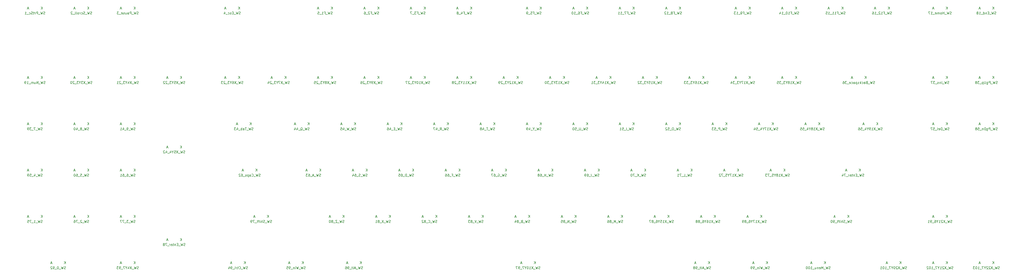
<source format=gbo>
G04 #@! TF.FileFunction,Legend,Bot*
%FSLAX46Y46*%
G04 Gerber Fmt 4.6, Leading zero omitted, Abs format (unit mm)*
G04 Created by KiCad (PCBNEW 4.0.2-stable) date Monday, June 06, 2016 'PMt' 04:27:19 PM*
%MOMM*%
G01*
G04 APERTURE LIST*
%ADD10C,0.150000*%
%ADD11C,0.200000*%
G04 APERTURE END LIST*
D10*
D11*
X434005953Y-130754762D02*
X433863096Y-130802381D01*
X433625000Y-130802381D01*
X433529762Y-130754762D01*
X433482143Y-130707143D01*
X433434524Y-130611905D01*
X433434524Y-130516667D01*
X433482143Y-130421429D01*
X433529762Y-130373810D01*
X433625000Y-130326190D01*
X433815477Y-130278571D01*
X433910715Y-130230952D01*
X433958334Y-130183333D01*
X434005953Y-130088095D01*
X434005953Y-129992857D01*
X433958334Y-129897619D01*
X433910715Y-129850000D01*
X433815477Y-129802381D01*
X433577381Y-129802381D01*
X433434524Y-129850000D01*
X433101191Y-129802381D02*
X432863096Y-130802381D01*
X432672619Y-130088095D01*
X432482143Y-130802381D01*
X432244048Y-129802381D01*
X432101191Y-130897619D02*
X431339286Y-130897619D01*
X431196429Y-129802381D02*
X430529762Y-130802381D01*
X430529762Y-129802381D02*
X431196429Y-130802381D01*
X430196429Y-129897619D02*
X430148810Y-129850000D01*
X430053572Y-129802381D01*
X429815476Y-129802381D01*
X429720238Y-129850000D01*
X429672619Y-129897619D01*
X429625000Y-129992857D01*
X429625000Y-130088095D01*
X429672619Y-130230952D01*
X430244048Y-130802381D01*
X429625000Y-130802381D01*
X429244048Y-129897619D02*
X429196429Y-129850000D01*
X429101191Y-129802381D01*
X428863095Y-129802381D01*
X428767857Y-129850000D01*
X428720238Y-129897619D01*
X428672619Y-129992857D01*
X428672619Y-130088095D01*
X428720238Y-130230952D01*
X429291667Y-130802381D01*
X428672619Y-130802381D01*
X428053572Y-130326190D02*
X428053572Y-130802381D01*
X428386905Y-129802381D02*
X428053572Y-130326190D01*
X427720238Y-129802381D01*
X427482143Y-129802381D02*
X426815476Y-129802381D01*
X427244048Y-130802381D01*
X426672619Y-130897619D02*
X425910714Y-130897619D01*
X425148809Y-130802381D02*
X425720238Y-130802381D01*
X425434524Y-130802381D02*
X425434524Y-129802381D01*
X425529762Y-129945238D01*
X425625000Y-130040476D01*
X425720238Y-130088095D01*
X424529762Y-129802381D02*
X424434523Y-129802381D01*
X424339285Y-129850000D01*
X424291666Y-129897619D01*
X424244047Y-129992857D01*
X424196428Y-130183333D01*
X424196428Y-130421429D01*
X424244047Y-130611905D01*
X424291666Y-130707143D01*
X424339285Y-130754762D01*
X424434523Y-130802381D01*
X424529762Y-130802381D01*
X424625000Y-130754762D01*
X424672619Y-130707143D01*
X424720238Y-130611905D01*
X424767857Y-130421429D01*
X424767857Y-130183333D01*
X424720238Y-129992857D01*
X424672619Y-129897619D01*
X424625000Y-129850000D01*
X424529762Y-129802381D01*
X423863095Y-129802381D02*
X423244047Y-129802381D01*
X423577381Y-130183333D01*
X423434523Y-130183333D01*
X423339285Y-130230952D01*
X423291666Y-130278571D01*
X423244047Y-130373810D01*
X423244047Y-130611905D01*
X423291666Y-130707143D01*
X423339285Y-130754762D01*
X423434523Y-130802381D01*
X423720238Y-130802381D01*
X423815476Y-130754762D01*
X423863095Y-130707143D01*
D10*
X426069095Y-128436667D02*
X425592904Y-128436667D01*
X426164333Y-128722381D02*
X425831000Y-127722381D01*
X425497666Y-128722381D01*
X431680905Y-128722381D02*
X431680905Y-127722381D01*
X431109476Y-128722381D02*
X431538048Y-128150952D01*
X431109476Y-127722381D02*
X431680905Y-128293810D01*
D11*
X414955953Y-130754762D02*
X414813096Y-130802381D01*
X414575000Y-130802381D01*
X414479762Y-130754762D01*
X414432143Y-130707143D01*
X414384524Y-130611905D01*
X414384524Y-130516667D01*
X414432143Y-130421429D01*
X414479762Y-130373810D01*
X414575000Y-130326190D01*
X414765477Y-130278571D01*
X414860715Y-130230952D01*
X414908334Y-130183333D01*
X414955953Y-130088095D01*
X414955953Y-129992857D01*
X414908334Y-129897619D01*
X414860715Y-129850000D01*
X414765477Y-129802381D01*
X414527381Y-129802381D01*
X414384524Y-129850000D01*
X414051191Y-129802381D02*
X413813096Y-130802381D01*
X413622619Y-130088095D01*
X413432143Y-130802381D01*
X413194048Y-129802381D01*
X413051191Y-130897619D02*
X412289286Y-130897619D01*
X412146429Y-129802381D02*
X411479762Y-130802381D01*
X411479762Y-129802381D02*
X412146429Y-130802381D01*
X411146429Y-129897619D02*
X411098810Y-129850000D01*
X411003572Y-129802381D01*
X410765476Y-129802381D01*
X410670238Y-129850000D01*
X410622619Y-129897619D01*
X410575000Y-129992857D01*
X410575000Y-130088095D01*
X410622619Y-130230952D01*
X411194048Y-130802381D01*
X410575000Y-130802381D01*
X409622619Y-130802381D02*
X410194048Y-130802381D01*
X409908334Y-130802381D02*
X409908334Y-129802381D01*
X410003572Y-129945238D01*
X410098810Y-130040476D01*
X410194048Y-130088095D01*
X409003572Y-130326190D02*
X409003572Y-130802381D01*
X409336905Y-129802381D02*
X409003572Y-130326190D01*
X408670238Y-129802381D01*
X408432143Y-129802381D02*
X407765476Y-129802381D01*
X408194048Y-130802381D01*
X407622619Y-130897619D02*
X406860714Y-130897619D01*
X406098809Y-130802381D02*
X406670238Y-130802381D01*
X406384524Y-130802381D02*
X406384524Y-129802381D01*
X406479762Y-129945238D01*
X406575000Y-130040476D01*
X406670238Y-130088095D01*
X405479762Y-129802381D02*
X405384523Y-129802381D01*
X405289285Y-129850000D01*
X405241666Y-129897619D01*
X405194047Y-129992857D01*
X405146428Y-130183333D01*
X405146428Y-130421429D01*
X405194047Y-130611905D01*
X405241666Y-130707143D01*
X405289285Y-130754762D01*
X405384523Y-130802381D01*
X405479762Y-130802381D01*
X405575000Y-130754762D01*
X405622619Y-130707143D01*
X405670238Y-130611905D01*
X405717857Y-130421429D01*
X405717857Y-130183333D01*
X405670238Y-129992857D01*
X405622619Y-129897619D01*
X405575000Y-129850000D01*
X405479762Y-129802381D01*
X404765476Y-129897619D02*
X404717857Y-129850000D01*
X404622619Y-129802381D01*
X404384523Y-129802381D01*
X404289285Y-129850000D01*
X404241666Y-129897619D01*
X404194047Y-129992857D01*
X404194047Y-130088095D01*
X404241666Y-130230952D01*
X404813095Y-130802381D01*
X404194047Y-130802381D01*
D10*
X407019095Y-128436667D02*
X406542904Y-128436667D01*
X407114333Y-128722381D02*
X406781000Y-127722381D01*
X406447666Y-128722381D01*
X412630905Y-128722381D02*
X412630905Y-127722381D01*
X412059476Y-128722381D02*
X412488048Y-128150952D01*
X412059476Y-127722381D02*
X412630905Y-128293810D01*
D11*
X395905953Y-130754762D02*
X395763096Y-130802381D01*
X395525000Y-130802381D01*
X395429762Y-130754762D01*
X395382143Y-130707143D01*
X395334524Y-130611905D01*
X395334524Y-130516667D01*
X395382143Y-130421429D01*
X395429762Y-130373810D01*
X395525000Y-130326190D01*
X395715477Y-130278571D01*
X395810715Y-130230952D01*
X395858334Y-130183333D01*
X395905953Y-130088095D01*
X395905953Y-129992857D01*
X395858334Y-129897619D01*
X395810715Y-129850000D01*
X395715477Y-129802381D01*
X395477381Y-129802381D01*
X395334524Y-129850000D01*
X395001191Y-129802381D02*
X394763096Y-130802381D01*
X394572619Y-130088095D01*
X394382143Y-130802381D01*
X394144048Y-129802381D01*
X394001191Y-130897619D02*
X393239286Y-130897619D01*
X393096429Y-129802381D02*
X392429762Y-130802381D01*
X392429762Y-129802381D02*
X393096429Y-130802381D01*
X392096429Y-129897619D02*
X392048810Y-129850000D01*
X391953572Y-129802381D01*
X391715476Y-129802381D01*
X391620238Y-129850000D01*
X391572619Y-129897619D01*
X391525000Y-129992857D01*
X391525000Y-130088095D01*
X391572619Y-130230952D01*
X392144048Y-130802381D01*
X391525000Y-130802381D01*
X390905953Y-129802381D02*
X390810714Y-129802381D01*
X390715476Y-129850000D01*
X390667857Y-129897619D01*
X390620238Y-129992857D01*
X390572619Y-130183333D01*
X390572619Y-130421429D01*
X390620238Y-130611905D01*
X390667857Y-130707143D01*
X390715476Y-130754762D01*
X390810714Y-130802381D01*
X390905953Y-130802381D01*
X391001191Y-130754762D01*
X391048810Y-130707143D01*
X391096429Y-130611905D01*
X391144048Y-130421429D01*
X391144048Y-130183333D01*
X391096429Y-129992857D01*
X391048810Y-129897619D01*
X391001191Y-129850000D01*
X390905953Y-129802381D01*
X389953572Y-130326190D02*
X389953572Y-130802381D01*
X390286905Y-129802381D02*
X389953572Y-130326190D01*
X389620238Y-129802381D01*
X389382143Y-129802381D02*
X388715476Y-129802381D01*
X389144048Y-130802381D01*
X388572619Y-130897619D02*
X387810714Y-130897619D01*
X387048809Y-130802381D02*
X387620238Y-130802381D01*
X387334524Y-130802381D02*
X387334524Y-129802381D01*
X387429762Y-129945238D01*
X387525000Y-130040476D01*
X387620238Y-130088095D01*
X386429762Y-129802381D02*
X386334523Y-129802381D01*
X386239285Y-129850000D01*
X386191666Y-129897619D01*
X386144047Y-129992857D01*
X386096428Y-130183333D01*
X386096428Y-130421429D01*
X386144047Y-130611905D01*
X386191666Y-130707143D01*
X386239285Y-130754762D01*
X386334523Y-130802381D01*
X386429762Y-130802381D01*
X386525000Y-130754762D01*
X386572619Y-130707143D01*
X386620238Y-130611905D01*
X386667857Y-130421429D01*
X386667857Y-130183333D01*
X386620238Y-129992857D01*
X386572619Y-129897619D01*
X386525000Y-129850000D01*
X386429762Y-129802381D01*
X385144047Y-130802381D02*
X385715476Y-130802381D01*
X385429762Y-130802381D02*
X385429762Y-129802381D01*
X385525000Y-129945238D01*
X385620238Y-130040476D01*
X385715476Y-130088095D01*
D10*
X387969095Y-128436667D02*
X387492904Y-128436667D01*
X388064333Y-128722381D02*
X387731000Y-127722381D01*
X387397666Y-128722381D01*
X393580905Y-128722381D02*
X393580905Y-127722381D01*
X393009476Y-128722381D02*
X393438048Y-128150952D01*
X393009476Y-127722381D02*
X393580905Y-128293810D01*
D11*
X364521131Y-130754762D02*
X364378274Y-130802381D01*
X364140178Y-130802381D01*
X364044940Y-130754762D01*
X363997321Y-130707143D01*
X363949702Y-130611905D01*
X363949702Y-130516667D01*
X363997321Y-130421429D01*
X364044940Y-130373810D01*
X364140178Y-130326190D01*
X364330655Y-130278571D01*
X364425893Y-130230952D01*
X364473512Y-130183333D01*
X364521131Y-130088095D01*
X364521131Y-129992857D01*
X364473512Y-129897619D01*
X364425893Y-129850000D01*
X364330655Y-129802381D01*
X364092559Y-129802381D01*
X363949702Y-129850000D01*
X363616369Y-129802381D02*
X363378274Y-130802381D01*
X363187797Y-130088095D01*
X362997321Y-130802381D01*
X362759226Y-129802381D01*
X362616369Y-130897619D02*
X361854464Y-130897619D01*
X361616369Y-130802381D02*
X361616369Y-129802381D01*
X361283035Y-130516667D01*
X360949702Y-129802381D01*
X360949702Y-130802381D01*
X360092559Y-130754762D02*
X360187797Y-130802381D01*
X360378274Y-130802381D01*
X360473512Y-130754762D01*
X360521131Y-130659524D01*
X360521131Y-130278571D01*
X360473512Y-130183333D01*
X360378274Y-130135714D01*
X360187797Y-130135714D01*
X360092559Y-130183333D01*
X360044940Y-130278571D01*
X360044940Y-130373810D01*
X360521131Y-130469048D01*
X359616369Y-130135714D02*
X359616369Y-130802381D01*
X359616369Y-130230952D02*
X359568750Y-130183333D01*
X359473512Y-130135714D01*
X359330654Y-130135714D01*
X359235416Y-130183333D01*
X359187797Y-130278571D01*
X359187797Y-130802381D01*
X358283035Y-130135714D02*
X358283035Y-130802381D01*
X358711607Y-130135714D02*
X358711607Y-130659524D01*
X358663988Y-130754762D01*
X358568750Y-130802381D01*
X358425892Y-130802381D01*
X358330654Y-130754762D01*
X358283035Y-130707143D01*
X358044940Y-130897619D02*
X357283035Y-130897619D01*
X356521130Y-130802381D02*
X357092559Y-130802381D01*
X356806845Y-130802381D02*
X356806845Y-129802381D01*
X356902083Y-129945238D01*
X356997321Y-130040476D01*
X357092559Y-130088095D01*
X355902083Y-129802381D02*
X355806844Y-129802381D01*
X355711606Y-129850000D01*
X355663987Y-129897619D01*
X355616368Y-129992857D01*
X355568749Y-130183333D01*
X355568749Y-130421429D01*
X355616368Y-130611905D01*
X355663987Y-130707143D01*
X355711606Y-130754762D01*
X355806844Y-130802381D01*
X355902083Y-130802381D01*
X355997321Y-130754762D01*
X356044940Y-130707143D01*
X356092559Y-130611905D01*
X356140178Y-130421429D01*
X356140178Y-130183333D01*
X356092559Y-129992857D01*
X356044940Y-129897619D01*
X355997321Y-129850000D01*
X355902083Y-129802381D01*
X354949702Y-129802381D02*
X354854463Y-129802381D01*
X354759225Y-129850000D01*
X354711606Y-129897619D01*
X354663987Y-129992857D01*
X354616368Y-130183333D01*
X354616368Y-130421429D01*
X354663987Y-130611905D01*
X354711606Y-130707143D01*
X354759225Y-130754762D01*
X354854463Y-130802381D01*
X354949702Y-130802381D01*
X355044940Y-130754762D01*
X355092559Y-130707143D01*
X355140178Y-130611905D01*
X355187797Y-130421429D01*
X355187797Y-130183333D01*
X355140178Y-129992857D01*
X355092559Y-129897619D01*
X355044940Y-129850000D01*
X354949702Y-129802381D01*
D10*
X357012845Y-128436667D02*
X356536654Y-128436667D01*
X357108083Y-128722381D02*
X356774750Y-127722381D01*
X356441416Y-128722381D01*
X362624655Y-128722381D02*
X362624655Y-127722381D01*
X362053226Y-128722381D02*
X362481798Y-128150952D01*
X362053226Y-127722381D02*
X362624655Y-128293810D01*
D11*
X339589583Y-130754762D02*
X339446726Y-130802381D01*
X339208630Y-130802381D01*
X339113392Y-130754762D01*
X339065773Y-130707143D01*
X339018154Y-130611905D01*
X339018154Y-130516667D01*
X339065773Y-130421429D01*
X339113392Y-130373810D01*
X339208630Y-130326190D01*
X339399107Y-130278571D01*
X339494345Y-130230952D01*
X339541964Y-130183333D01*
X339589583Y-130088095D01*
X339589583Y-129992857D01*
X339541964Y-129897619D01*
X339494345Y-129850000D01*
X339399107Y-129802381D01*
X339161011Y-129802381D01*
X339018154Y-129850000D01*
X338684821Y-129802381D02*
X338446726Y-130802381D01*
X338256249Y-130088095D01*
X338065773Y-130802381D01*
X337827678Y-129802381D01*
X337684821Y-130897619D02*
X336922916Y-130897619D01*
X336780059Y-129802381D02*
X336541964Y-130802381D01*
X336351487Y-130088095D01*
X336161011Y-130802381D01*
X335922916Y-129802381D01*
X335541964Y-130802381D02*
X335541964Y-130135714D01*
X335541964Y-129802381D02*
X335589583Y-129850000D01*
X335541964Y-129897619D01*
X335494345Y-129850000D01*
X335541964Y-129802381D01*
X335541964Y-129897619D01*
X335065774Y-130135714D02*
X335065774Y-130802381D01*
X335065774Y-130230952D02*
X335018155Y-130183333D01*
X334922917Y-130135714D01*
X334780059Y-130135714D01*
X334684821Y-130183333D01*
X334637202Y-130278571D01*
X334637202Y-130802381D01*
X334399107Y-130897619D02*
X333637202Y-130897619D01*
X333351488Y-130802381D02*
X333161012Y-130802381D01*
X333065773Y-130754762D01*
X333018154Y-130707143D01*
X332922916Y-130564286D01*
X332875297Y-130373810D01*
X332875297Y-129992857D01*
X332922916Y-129897619D01*
X332970535Y-129850000D01*
X333065773Y-129802381D01*
X333256250Y-129802381D01*
X333351488Y-129850000D01*
X333399107Y-129897619D01*
X333446726Y-129992857D01*
X333446726Y-130230952D01*
X333399107Y-130326190D01*
X333351488Y-130373810D01*
X333256250Y-130421429D01*
X333065773Y-130421429D01*
X332970535Y-130373810D01*
X332922916Y-130326190D01*
X332875297Y-130230952D01*
X332399107Y-130802381D02*
X332208631Y-130802381D01*
X332113392Y-130754762D01*
X332065773Y-130707143D01*
X331970535Y-130564286D01*
X331922916Y-130373810D01*
X331922916Y-129992857D01*
X331970535Y-129897619D01*
X332018154Y-129850000D01*
X332113392Y-129802381D01*
X332303869Y-129802381D01*
X332399107Y-129850000D01*
X332446726Y-129897619D01*
X332494345Y-129992857D01*
X332494345Y-130230952D01*
X332446726Y-130326190D01*
X332399107Y-130373810D01*
X332303869Y-130421429D01*
X332113392Y-130421429D01*
X332018154Y-130373810D01*
X331970535Y-130326190D01*
X331922916Y-130230952D01*
D10*
X333200345Y-128436667D02*
X332724154Y-128436667D01*
X333295583Y-128722381D02*
X332962250Y-127722381D01*
X332628916Y-128722381D01*
X338812155Y-128722381D02*
X338812155Y-127722381D01*
X338240726Y-128722381D02*
X338669298Y-128150952D01*
X338240726Y-127722381D02*
X338812155Y-128293810D01*
D11*
X315491370Y-130754762D02*
X315348513Y-130802381D01*
X315110417Y-130802381D01*
X315015179Y-130754762D01*
X314967560Y-130707143D01*
X314919941Y-130611905D01*
X314919941Y-130516667D01*
X314967560Y-130421429D01*
X315015179Y-130373810D01*
X315110417Y-130326190D01*
X315300894Y-130278571D01*
X315396132Y-130230952D01*
X315443751Y-130183333D01*
X315491370Y-130088095D01*
X315491370Y-129992857D01*
X315443751Y-129897619D01*
X315396132Y-129850000D01*
X315300894Y-129802381D01*
X315062798Y-129802381D01*
X314919941Y-129850000D01*
X314586608Y-129802381D02*
X314348513Y-130802381D01*
X314158036Y-130088095D01*
X313967560Y-130802381D01*
X313729465Y-129802381D01*
X313586608Y-130897619D02*
X312824703Y-130897619D01*
X312634227Y-130516667D02*
X312158036Y-130516667D01*
X312729465Y-130802381D02*
X312396132Y-129802381D01*
X312062798Y-130802381D01*
X311586608Y-130802381D02*
X311681846Y-130754762D01*
X311729465Y-130659524D01*
X311729465Y-129802381D01*
X311348512Y-130135714D02*
X310967560Y-130135714D01*
X311205655Y-129802381D02*
X311205655Y-130659524D01*
X311158036Y-130754762D01*
X311062798Y-130802381D01*
X310967560Y-130802381D01*
X310872321Y-130897619D02*
X310110416Y-130897619D01*
X309824702Y-130802381D02*
X309634226Y-130802381D01*
X309538987Y-130754762D01*
X309491368Y-130707143D01*
X309396130Y-130564286D01*
X309348511Y-130373810D01*
X309348511Y-129992857D01*
X309396130Y-129897619D01*
X309443749Y-129850000D01*
X309538987Y-129802381D01*
X309729464Y-129802381D01*
X309824702Y-129850000D01*
X309872321Y-129897619D01*
X309919940Y-129992857D01*
X309919940Y-130230952D01*
X309872321Y-130326190D01*
X309824702Y-130373810D01*
X309729464Y-130421429D01*
X309538987Y-130421429D01*
X309443749Y-130373810D01*
X309396130Y-130326190D01*
X309348511Y-130230952D01*
X308777083Y-130230952D02*
X308872321Y-130183333D01*
X308919940Y-130135714D01*
X308967559Y-130040476D01*
X308967559Y-129992857D01*
X308919940Y-129897619D01*
X308872321Y-129850000D01*
X308777083Y-129802381D01*
X308586606Y-129802381D01*
X308491368Y-129850000D01*
X308443749Y-129897619D01*
X308396130Y-129992857D01*
X308396130Y-130040476D01*
X308443749Y-130135714D01*
X308491368Y-130183333D01*
X308586606Y-130230952D01*
X308777083Y-130230952D01*
X308872321Y-130278571D01*
X308919940Y-130326190D01*
X308967559Y-130421429D01*
X308967559Y-130611905D01*
X308919940Y-130707143D01*
X308872321Y-130754762D01*
X308777083Y-130802381D01*
X308586606Y-130802381D01*
X308491368Y-130754762D01*
X308443749Y-130707143D01*
X308396130Y-130611905D01*
X308396130Y-130421429D01*
X308443749Y-130326190D01*
X308491368Y-130278571D01*
X308586606Y-130230952D01*
D10*
X309387845Y-128436667D02*
X308911654Y-128436667D01*
X309483083Y-128722381D02*
X309149750Y-127722381D01*
X308816416Y-128722381D01*
X314999655Y-128722381D02*
X314999655Y-127722381D01*
X314428226Y-128722381D02*
X314856798Y-128150952D01*
X314428226Y-127722381D02*
X314999655Y-128293810D01*
D11*
X245411012Y-130754762D02*
X245268155Y-130802381D01*
X245030059Y-130802381D01*
X244934821Y-130754762D01*
X244887202Y-130707143D01*
X244839583Y-130611905D01*
X244839583Y-130516667D01*
X244887202Y-130421429D01*
X244934821Y-130373810D01*
X245030059Y-130326190D01*
X245220536Y-130278571D01*
X245315774Y-130230952D01*
X245363393Y-130183333D01*
X245411012Y-130088095D01*
X245411012Y-129992857D01*
X245363393Y-129897619D01*
X245315774Y-129850000D01*
X245220536Y-129802381D01*
X244982440Y-129802381D01*
X244839583Y-129850000D01*
X244506250Y-129802381D02*
X244268155Y-130802381D01*
X244077678Y-130088095D01*
X243887202Y-130802381D01*
X243649107Y-129802381D01*
X243506250Y-130897619D02*
X242744345Y-130897619D01*
X242601488Y-129802381D02*
X241934821Y-130802381D01*
X241934821Y-129802381D02*
X242601488Y-130802381D01*
X241030059Y-130802381D02*
X241601488Y-130802381D01*
X241315774Y-130802381D02*
X241315774Y-129802381D01*
X241411012Y-129945238D01*
X241506250Y-130040476D01*
X241601488Y-130088095D01*
X240411012Y-129802381D02*
X240315773Y-129802381D01*
X240220535Y-129850000D01*
X240172916Y-129897619D01*
X240125297Y-129992857D01*
X240077678Y-130183333D01*
X240077678Y-130421429D01*
X240125297Y-130611905D01*
X240172916Y-130707143D01*
X240220535Y-130754762D01*
X240315773Y-130802381D01*
X240411012Y-130802381D01*
X240506250Y-130754762D01*
X240553869Y-130707143D01*
X240601488Y-130611905D01*
X240649107Y-130421429D01*
X240649107Y-130183333D01*
X240601488Y-129992857D01*
X240553869Y-129897619D01*
X240506250Y-129850000D01*
X240411012Y-129802381D01*
X239458631Y-130326190D02*
X239458631Y-130802381D01*
X239791964Y-129802381D02*
X239458631Y-130326190D01*
X239125297Y-129802381D01*
X238887202Y-129802381D02*
X238220535Y-129802381D01*
X238649107Y-130802381D01*
X238077678Y-130897619D02*
X237315773Y-130897619D01*
X237030059Y-130802381D02*
X236839583Y-130802381D01*
X236744344Y-130754762D01*
X236696725Y-130707143D01*
X236601487Y-130564286D01*
X236553868Y-130373810D01*
X236553868Y-129992857D01*
X236601487Y-129897619D01*
X236649106Y-129850000D01*
X236744344Y-129802381D01*
X236934821Y-129802381D01*
X237030059Y-129850000D01*
X237077678Y-129897619D01*
X237125297Y-129992857D01*
X237125297Y-130230952D01*
X237077678Y-130326190D01*
X237030059Y-130373810D01*
X236934821Y-130421429D01*
X236744344Y-130421429D01*
X236649106Y-130373810D01*
X236601487Y-130326190D01*
X236553868Y-130230952D01*
X236220535Y-129802381D02*
X235553868Y-129802381D01*
X235982440Y-130802381D01*
D10*
X237950345Y-128436667D02*
X237474154Y-128436667D01*
X238045583Y-128722381D02*
X237712250Y-127722381D01*
X237378916Y-128722381D01*
X243562155Y-128722381D02*
X243562155Y-127722381D01*
X242990726Y-128722381D02*
X243419298Y-128150952D01*
X242990726Y-127722381D02*
X243562155Y-128293810D01*
D11*
X172616370Y-130754762D02*
X172473513Y-130802381D01*
X172235417Y-130802381D01*
X172140179Y-130754762D01*
X172092560Y-130707143D01*
X172044941Y-130611905D01*
X172044941Y-130516667D01*
X172092560Y-130421429D01*
X172140179Y-130373810D01*
X172235417Y-130326190D01*
X172425894Y-130278571D01*
X172521132Y-130230952D01*
X172568751Y-130183333D01*
X172616370Y-130088095D01*
X172616370Y-129992857D01*
X172568751Y-129897619D01*
X172521132Y-129850000D01*
X172425894Y-129802381D01*
X172187798Y-129802381D01*
X172044941Y-129850000D01*
X171711608Y-129802381D02*
X171473513Y-130802381D01*
X171283036Y-130088095D01*
X171092560Y-130802381D01*
X170854465Y-129802381D01*
X170711608Y-130897619D02*
X169949703Y-130897619D01*
X169759227Y-130516667D02*
X169283036Y-130516667D01*
X169854465Y-130802381D02*
X169521132Y-129802381D01*
X169187798Y-130802381D01*
X168711608Y-130802381D02*
X168806846Y-130754762D01*
X168854465Y-130659524D01*
X168854465Y-129802381D01*
X168473512Y-130135714D02*
X168092560Y-130135714D01*
X168330655Y-129802381D02*
X168330655Y-130659524D01*
X168283036Y-130754762D01*
X168187798Y-130802381D01*
X168092560Y-130802381D01*
X167997321Y-130897619D02*
X167235416Y-130897619D01*
X166949702Y-130802381D02*
X166759226Y-130802381D01*
X166663987Y-130754762D01*
X166616368Y-130707143D01*
X166521130Y-130564286D01*
X166473511Y-130373810D01*
X166473511Y-129992857D01*
X166521130Y-129897619D01*
X166568749Y-129850000D01*
X166663987Y-129802381D01*
X166854464Y-129802381D01*
X166949702Y-129850000D01*
X166997321Y-129897619D01*
X167044940Y-129992857D01*
X167044940Y-130230952D01*
X166997321Y-130326190D01*
X166949702Y-130373810D01*
X166854464Y-130421429D01*
X166663987Y-130421429D01*
X166568749Y-130373810D01*
X166521130Y-130326190D01*
X166473511Y-130230952D01*
X165616368Y-129802381D02*
X165806845Y-129802381D01*
X165902083Y-129850000D01*
X165949702Y-129897619D01*
X166044940Y-130040476D01*
X166092559Y-130230952D01*
X166092559Y-130611905D01*
X166044940Y-130707143D01*
X165997321Y-130754762D01*
X165902083Y-130802381D01*
X165711606Y-130802381D01*
X165616368Y-130754762D01*
X165568749Y-130707143D01*
X165521130Y-130611905D01*
X165521130Y-130373810D01*
X165568749Y-130278571D01*
X165616368Y-130230952D01*
X165711606Y-130183333D01*
X165902083Y-130183333D01*
X165997321Y-130230952D01*
X166044940Y-130278571D01*
X166092559Y-130373810D01*
D10*
X166512845Y-128436667D02*
X166036654Y-128436667D01*
X166608083Y-128722381D02*
X166274750Y-127722381D01*
X165941416Y-128722381D01*
X172124655Y-128722381D02*
X172124655Y-127722381D01*
X171553226Y-128722381D02*
X171981798Y-128150952D01*
X171553226Y-127722381D02*
X172124655Y-128293810D01*
D11*
X149089583Y-130754762D02*
X148946726Y-130802381D01*
X148708630Y-130802381D01*
X148613392Y-130754762D01*
X148565773Y-130707143D01*
X148518154Y-130611905D01*
X148518154Y-130516667D01*
X148565773Y-130421429D01*
X148613392Y-130373810D01*
X148708630Y-130326190D01*
X148899107Y-130278571D01*
X148994345Y-130230952D01*
X149041964Y-130183333D01*
X149089583Y-130088095D01*
X149089583Y-129992857D01*
X149041964Y-129897619D01*
X148994345Y-129850000D01*
X148899107Y-129802381D01*
X148661011Y-129802381D01*
X148518154Y-129850000D01*
X148184821Y-129802381D02*
X147946726Y-130802381D01*
X147756249Y-130088095D01*
X147565773Y-130802381D01*
X147327678Y-129802381D01*
X147184821Y-130897619D02*
X146422916Y-130897619D01*
X146280059Y-129802381D02*
X146041964Y-130802381D01*
X145851487Y-130088095D01*
X145661011Y-130802381D01*
X145422916Y-129802381D01*
X145041964Y-130802381D02*
X145041964Y-130135714D01*
X145041964Y-129802381D02*
X145089583Y-129850000D01*
X145041964Y-129897619D01*
X144994345Y-129850000D01*
X145041964Y-129802381D01*
X145041964Y-129897619D01*
X144565774Y-130135714D02*
X144565774Y-130802381D01*
X144565774Y-130230952D02*
X144518155Y-130183333D01*
X144422917Y-130135714D01*
X144280059Y-130135714D01*
X144184821Y-130183333D01*
X144137202Y-130278571D01*
X144137202Y-130802381D01*
X143899107Y-130897619D02*
X143137202Y-130897619D01*
X142851488Y-130802381D02*
X142661012Y-130802381D01*
X142565773Y-130754762D01*
X142518154Y-130707143D01*
X142422916Y-130564286D01*
X142375297Y-130373810D01*
X142375297Y-129992857D01*
X142422916Y-129897619D01*
X142470535Y-129850000D01*
X142565773Y-129802381D01*
X142756250Y-129802381D01*
X142851488Y-129850000D01*
X142899107Y-129897619D01*
X142946726Y-129992857D01*
X142946726Y-130230952D01*
X142899107Y-130326190D01*
X142851488Y-130373810D01*
X142756250Y-130421429D01*
X142565773Y-130421429D01*
X142470535Y-130373810D01*
X142422916Y-130326190D01*
X142375297Y-130230952D01*
X141470535Y-129802381D02*
X141946726Y-129802381D01*
X141994345Y-130278571D01*
X141946726Y-130230952D01*
X141851488Y-130183333D01*
X141613392Y-130183333D01*
X141518154Y-130230952D01*
X141470535Y-130278571D01*
X141422916Y-130373810D01*
X141422916Y-130611905D01*
X141470535Y-130707143D01*
X141518154Y-130754762D01*
X141613392Y-130802381D01*
X141851488Y-130802381D01*
X141946726Y-130754762D01*
X141994345Y-130707143D01*
D10*
X142700345Y-128436667D02*
X142224154Y-128436667D01*
X142795583Y-128722381D02*
X142462250Y-127722381D01*
X142128916Y-128722381D01*
X148312155Y-128722381D02*
X148312155Y-127722381D01*
X147740726Y-128722381D02*
X148169298Y-128150952D01*
X147740726Y-127722381D02*
X148312155Y-128293810D01*
D11*
X125372322Y-130754762D02*
X125229465Y-130802381D01*
X124991369Y-130802381D01*
X124896131Y-130754762D01*
X124848512Y-130707143D01*
X124800893Y-130611905D01*
X124800893Y-130516667D01*
X124848512Y-130421429D01*
X124896131Y-130373810D01*
X124991369Y-130326190D01*
X125181846Y-130278571D01*
X125277084Y-130230952D01*
X125324703Y-130183333D01*
X125372322Y-130088095D01*
X125372322Y-129992857D01*
X125324703Y-129897619D01*
X125277084Y-129850000D01*
X125181846Y-129802381D01*
X124943750Y-129802381D01*
X124800893Y-129850000D01*
X124467560Y-129802381D02*
X124229465Y-130802381D01*
X124038988Y-130088095D01*
X123848512Y-130802381D01*
X123610417Y-129802381D01*
X123467560Y-130897619D02*
X122705655Y-130897619D01*
X121896131Y-130707143D02*
X121943750Y-130754762D01*
X122086607Y-130802381D01*
X122181845Y-130802381D01*
X122324703Y-130754762D01*
X122419941Y-130659524D01*
X122467560Y-130564286D01*
X122515179Y-130373810D01*
X122515179Y-130230952D01*
X122467560Y-130040476D01*
X122419941Y-129945238D01*
X122324703Y-129850000D01*
X122181845Y-129802381D01*
X122086607Y-129802381D01*
X121943750Y-129850000D01*
X121896131Y-129897619D01*
X121610417Y-130135714D02*
X121229465Y-130135714D01*
X121467560Y-129802381D02*
X121467560Y-130659524D01*
X121419941Y-130754762D01*
X121324703Y-130802381D01*
X121229465Y-130802381D01*
X120896131Y-130802381D02*
X120896131Y-130135714D01*
X120896131Y-130326190D02*
X120848512Y-130230952D01*
X120800893Y-130183333D01*
X120705655Y-130135714D01*
X120610416Y-130135714D01*
X120134226Y-130802381D02*
X120229464Y-130754762D01*
X120277083Y-130659524D01*
X120277083Y-129802381D01*
X119991368Y-130897619D02*
X119229463Y-130897619D01*
X118943749Y-130802381D02*
X118753273Y-130802381D01*
X118658034Y-130754762D01*
X118610415Y-130707143D01*
X118515177Y-130564286D01*
X118467558Y-130373810D01*
X118467558Y-129992857D01*
X118515177Y-129897619D01*
X118562796Y-129850000D01*
X118658034Y-129802381D01*
X118848511Y-129802381D01*
X118943749Y-129850000D01*
X118991368Y-129897619D01*
X119038987Y-129992857D01*
X119038987Y-130230952D01*
X118991368Y-130326190D01*
X118943749Y-130373810D01*
X118848511Y-130421429D01*
X118658034Y-130421429D01*
X118562796Y-130373810D01*
X118515177Y-130326190D01*
X118467558Y-130230952D01*
X117610415Y-130135714D02*
X117610415Y-130802381D01*
X117848511Y-129754762D02*
X118086606Y-130469048D01*
X117467558Y-130469048D01*
D10*
X118887845Y-128436667D02*
X118411654Y-128436667D01*
X118983083Y-128722381D02*
X118649750Y-127722381D01*
X118316416Y-128722381D01*
X124499655Y-128722381D02*
X124499655Y-127722381D01*
X123928226Y-128722381D02*
X124356798Y-128150952D01*
X123928226Y-127722381D02*
X124499655Y-128293810D01*
D11*
X80628572Y-130754762D02*
X80485715Y-130802381D01*
X80247619Y-130802381D01*
X80152381Y-130754762D01*
X80104762Y-130707143D01*
X80057143Y-130611905D01*
X80057143Y-130516667D01*
X80104762Y-130421429D01*
X80152381Y-130373810D01*
X80247619Y-130326190D01*
X80438096Y-130278571D01*
X80533334Y-130230952D01*
X80580953Y-130183333D01*
X80628572Y-130088095D01*
X80628572Y-129992857D01*
X80580953Y-129897619D01*
X80533334Y-129850000D01*
X80438096Y-129802381D01*
X80200000Y-129802381D01*
X80057143Y-129850000D01*
X79723810Y-129802381D02*
X79485715Y-130802381D01*
X79295238Y-130088095D01*
X79104762Y-130802381D01*
X78866667Y-129802381D01*
X78723810Y-130897619D02*
X77961905Y-130897619D01*
X77819048Y-129802381D02*
X77152381Y-130802381D01*
X77152381Y-129802381D02*
X77819048Y-130802381D01*
X76342857Y-130135714D02*
X76342857Y-130802381D01*
X76580953Y-129754762D02*
X76819048Y-130469048D01*
X76200000Y-130469048D01*
X75628572Y-130326190D02*
X75628572Y-130802381D01*
X75961905Y-129802381D02*
X75628572Y-130326190D01*
X75295238Y-129802381D01*
X75057143Y-129802381D02*
X74390476Y-129802381D01*
X74819048Y-130802381D01*
X74247619Y-130897619D02*
X73485714Y-130897619D01*
X73200000Y-130802381D02*
X73009524Y-130802381D01*
X72914285Y-130754762D01*
X72866666Y-130707143D01*
X72771428Y-130564286D01*
X72723809Y-130373810D01*
X72723809Y-129992857D01*
X72771428Y-129897619D01*
X72819047Y-129850000D01*
X72914285Y-129802381D01*
X73104762Y-129802381D01*
X73200000Y-129850000D01*
X73247619Y-129897619D01*
X73295238Y-129992857D01*
X73295238Y-130230952D01*
X73247619Y-130326190D01*
X73200000Y-130373810D01*
X73104762Y-130421429D01*
X72914285Y-130421429D01*
X72819047Y-130373810D01*
X72771428Y-130326190D01*
X72723809Y-130230952D01*
X72390476Y-129802381D02*
X71771428Y-129802381D01*
X72104762Y-130183333D01*
X71961904Y-130183333D01*
X71866666Y-130230952D01*
X71819047Y-130278571D01*
X71771428Y-130373810D01*
X71771428Y-130611905D01*
X71819047Y-130707143D01*
X71866666Y-130754762D01*
X71961904Y-130802381D01*
X72247619Y-130802381D01*
X72342857Y-130754762D01*
X72390476Y-130707143D01*
D10*
X73644095Y-128436667D02*
X73167904Y-128436667D01*
X73739333Y-128722381D02*
X73406000Y-127722381D01*
X73072666Y-128722381D01*
X79255905Y-128722381D02*
X79255905Y-127722381D01*
X78684476Y-128722381D02*
X79113048Y-128150952D01*
X78684476Y-127722381D02*
X79255905Y-128293810D01*
D11*
X50672619Y-130754762D02*
X50529762Y-130802381D01*
X50291666Y-130802381D01*
X50196428Y-130754762D01*
X50148809Y-130707143D01*
X50101190Y-130611905D01*
X50101190Y-130516667D01*
X50148809Y-130421429D01*
X50196428Y-130373810D01*
X50291666Y-130326190D01*
X50482143Y-130278571D01*
X50577381Y-130230952D01*
X50625000Y-130183333D01*
X50672619Y-130088095D01*
X50672619Y-129992857D01*
X50625000Y-129897619D01*
X50577381Y-129850000D01*
X50482143Y-129802381D01*
X50244047Y-129802381D01*
X50101190Y-129850000D01*
X49767857Y-129802381D02*
X49529762Y-130802381D01*
X49339285Y-130088095D01*
X49148809Y-130802381D01*
X48910714Y-129802381D01*
X48767857Y-130897619D02*
X48005952Y-130897619D01*
X47577381Y-129802381D02*
X47482142Y-129802381D01*
X47386904Y-129850000D01*
X47339285Y-129897619D01*
X47291666Y-129992857D01*
X47244047Y-130183333D01*
X47244047Y-130421429D01*
X47291666Y-130611905D01*
X47339285Y-130707143D01*
X47386904Y-130754762D01*
X47482142Y-130802381D01*
X47577381Y-130802381D01*
X47672619Y-130754762D01*
X47720238Y-130707143D01*
X47767857Y-130611905D01*
X47815476Y-130421429D01*
X47815476Y-130183333D01*
X47767857Y-129992857D01*
X47720238Y-129897619D01*
X47672619Y-129850000D01*
X47577381Y-129802381D01*
X47053571Y-130897619D02*
X46291666Y-130897619D01*
X46005952Y-130802381D02*
X45815476Y-130802381D01*
X45720237Y-130754762D01*
X45672618Y-130707143D01*
X45577380Y-130564286D01*
X45529761Y-130373810D01*
X45529761Y-129992857D01*
X45577380Y-129897619D01*
X45624999Y-129850000D01*
X45720237Y-129802381D01*
X45910714Y-129802381D01*
X46005952Y-129850000D01*
X46053571Y-129897619D01*
X46101190Y-129992857D01*
X46101190Y-130230952D01*
X46053571Y-130326190D01*
X46005952Y-130373810D01*
X45910714Y-130421429D01*
X45720237Y-130421429D01*
X45624999Y-130373810D01*
X45577380Y-130326190D01*
X45529761Y-130230952D01*
X45148809Y-129897619D02*
X45101190Y-129850000D01*
X45005952Y-129802381D01*
X44767856Y-129802381D01*
X44672618Y-129850000D01*
X44624999Y-129897619D01*
X44577380Y-129992857D01*
X44577380Y-130088095D01*
X44624999Y-130230952D01*
X45196428Y-130802381D01*
X44577380Y-130802381D01*
D10*
X45069095Y-128436667D02*
X44592904Y-128436667D01*
X45164333Y-128722381D02*
X44831000Y-127722381D01*
X44497666Y-128722381D01*
X50680905Y-128722381D02*
X50680905Y-127722381D01*
X50109476Y-128722381D02*
X50538048Y-128150952D01*
X50109476Y-127722381D02*
X50680905Y-128293810D01*
D11*
X414479762Y-111704762D02*
X414336905Y-111752381D01*
X414098809Y-111752381D01*
X414003571Y-111704762D01*
X413955952Y-111657143D01*
X413908333Y-111561905D01*
X413908333Y-111466667D01*
X413955952Y-111371429D01*
X414003571Y-111323810D01*
X414098809Y-111276190D01*
X414289286Y-111228571D01*
X414384524Y-111180952D01*
X414432143Y-111133333D01*
X414479762Y-111038095D01*
X414479762Y-110942857D01*
X414432143Y-110847619D01*
X414384524Y-110800000D01*
X414289286Y-110752381D01*
X414051190Y-110752381D01*
X413908333Y-110800000D01*
X413575000Y-110752381D02*
X413336905Y-111752381D01*
X413146428Y-111038095D01*
X412955952Y-111752381D01*
X412717857Y-110752381D01*
X412575000Y-111847619D02*
X411813095Y-111847619D01*
X411670238Y-110752381D02*
X411003571Y-111752381D01*
X411003571Y-110752381D02*
X411670238Y-111752381D01*
X410670238Y-110847619D02*
X410622619Y-110800000D01*
X410527381Y-110752381D01*
X410289285Y-110752381D01*
X410194047Y-110800000D01*
X410146428Y-110847619D01*
X410098809Y-110942857D01*
X410098809Y-111038095D01*
X410146428Y-111180952D01*
X410717857Y-111752381D01*
X410098809Y-111752381D01*
X409146428Y-111752381D02*
X409717857Y-111752381D01*
X409432143Y-111752381D02*
X409432143Y-110752381D01*
X409527381Y-110895238D01*
X409622619Y-110990476D01*
X409717857Y-111038095D01*
X408527381Y-111276190D02*
X408527381Y-111752381D01*
X408860714Y-110752381D02*
X408527381Y-111276190D01*
X408194047Y-110752381D01*
X407432142Y-110752381D02*
X407622619Y-110752381D01*
X407717857Y-110800000D01*
X407765476Y-110847619D01*
X407860714Y-110990476D01*
X407908333Y-111180952D01*
X407908333Y-111561905D01*
X407860714Y-111657143D01*
X407813095Y-111704762D01*
X407717857Y-111752381D01*
X407527380Y-111752381D01*
X407432142Y-111704762D01*
X407384523Y-111657143D01*
X407336904Y-111561905D01*
X407336904Y-111323810D01*
X407384523Y-111228571D01*
X407432142Y-111180952D01*
X407527380Y-111133333D01*
X407717857Y-111133333D01*
X407813095Y-111180952D01*
X407860714Y-111228571D01*
X407908333Y-111323810D01*
X407146428Y-111847619D02*
X406384523Y-111847619D01*
X406098809Y-111752381D02*
X405908333Y-111752381D01*
X405813094Y-111704762D01*
X405765475Y-111657143D01*
X405670237Y-111514286D01*
X405622618Y-111323810D01*
X405622618Y-110942857D01*
X405670237Y-110847619D01*
X405717856Y-110800000D01*
X405813094Y-110752381D01*
X406003571Y-110752381D01*
X406098809Y-110800000D01*
X406146428Y-110847619D01*
X406194047Y-110942857D01*
X406194047Y-111180952D01*
X406146428Y-111276190D01*
X406098809Y-111323810D01*
X406003571Y-111371429D01*
X405813094Y-111371429D01*
X405717856Y-111323810D01*
X405670237Y-111276190D01*
X405622618Y-111180952D01*
X404670237Y-111752381D02*
X405241666Y-111752381D01*
X404955952Y-111752381D02*
X404955952Y-110752381D01*
X405051190Y-110895238D01*
X405146428Y-110990476D01*
X405241666Y-111038095D01*
D10*
X407019095Y-109386667D02*
X406542904Y-109386667D01*
X407114333Y-109672381D02*
X406781000Y-108672381D01*
X406447666Y-109672381D01*
X412630905Y-109672381D02*
X412630905Y-108672381D01*
X412059476Y-109672381D02*
X412488048Y-109100952D01*
X412059476Y-108672381D02*
X412630905Y-109243810D01*
D11*
X373403274Y-111704762D02*
X373260417Y-111752381D01*
X373022321Y-111752381D01*
X372927083Y-111704762D01*
X372879464Y-111657143D01*
X372831845Y-111561905D01*
X372831845Y-111466667D01*
X372879464Y-111371429D01*
X372927083Y-111323810D01*
X373022321Y-111276190D01*
X373212798Y-111228571D01*
X373308036Y-111180952D01*
X373355655Y-111133333D01*
X373403274Y-111038095D01*
X373403274Y-110942857D01*
X373355655Y-110847619D01*
X373308036Y-110800000D01*
X373212798Y-110752381D01*
X372974702Y-110752381D01*
X372831845Y-110800000D01*
X372498512Y-110752381D02*
X372260417Y-111752381D01*
X372069940Y-111038095D01*
X371879464Y-111752381D01*
X371641369Y-110752381D01*
X371498512Y-111847619D02*
X370736607Y-111847619D01*
X370546131Y-111704762D02*
X370403274Y-111752381D01*
X370165178Y-111752381D01*
X370069940Y-111704762D01*
X370022321Y-111657143D01*
X369974702Y-111561905D01*
X369974702Y-111466667D01*
X370022321Y-111371429D01*
X370069940Y-111323810D01*
X370165178Y-111276190D01*
X370355655Y-111228571D01*
X370450893Y-111180952D01*
X370498512Y-111133333D01*
X370546131Y-111038095D01*
X370546131Y-110942857D01*
X370498512Y-110847619D01*
X370450893Y-110800000D01*
X370355655Y-110752381D01*
X370117559Y-110752381D01*
X369974702Y-110800000D01*
X369546131Y-111752381D02*
X369546131Y-110752381D01*
X369117559Y-111752381D02*
X369117559Y-111228571D01*
X369165178Y-111133333D01*
X369260416Y-111085714D01*
X369403274Y-111085714D01*
X369498512Y-111133333D01*
X369546131Y-111180952D01*
X368641369Y-111752381D02*
X368641369Y-111085714D01*
X368641369Y-110752381D02*
X368688988Y-110800000D01*
X368641369Y-110847619D01*
X368593750Y-110800000D01*
X368641369Y-110752381D01*
X368641369Y-110847619D01*
X368308036Y-111085714D02*
X367927084Y-111085714D01*
X368165179Y-111752381D02*
X368165179Y-110895238D01*
X368117560Y-110800000D01*
X368022322Y-110752381D01*
X367927084Y-110752381D01*
X367736607Y-111085714D02*
X367355655Y-111085714D01*
X367593750Y-110752381D02*
X367593750Y-111609524D01*
X367546131Y-111704762D01*
X367450893Y-111752381D01*
X367355655Y-111752381D01*
X367260416Y-111847619D02*
X366498511Y-111847619D01*
X366212797Y-111752381D02*
X366022321Y-111752381D01*
X365927082Y-111704762D01*
X365879463Y-111657143D01*
X365784225Y-111514286D01*
X365736606Y-111323810D01*
X365736606Y-110942857D01*
X365784225Y-110847619D01*
X365831844Y-110800000D01*
X365927082Y-110752381D01*
X366117559Y-110752381D01*
X366212797Y-110800000D01*
X366260416Y-110847619D01*
X366308035Y-110942857D01*
X366308035Y-111180952D01*
X366260416Y-111276190D01*
X366212797Y-111323810D01*
X366117559Y-111371429D01*
X365927082Y-111371429D01*
X365831844Y-111323810D01*
X365784225Y-111276190D01*
X365736606Y-111180952D01*
X365117559Y-110752381D02*
X365022320Y-110752381D01*
X364927082Y-110800000D01*
X364879463Y-110847619D01*
X364831844Y-110942857D01*
X364784225Y-111133333D01*
X364784225Y-111371429D01*
X364831844Y-111561905D01*
X364879463Y-111657143D01*
X364927082Y-111704762D01*
X365022320Y-111752381D01*
X365117559Y-111752381D01*
X365212797Y-111704762D01*
X365260416Y-111657143D01*
X365308035Y-111561905D01*
X365355654Y-111371429D01*
X365355654Y-111133333D01*
X365308035Y-110942857D01*
X365260416Y-110847619D01*
X365212797Y-110800000D01*
X365117559Y-110752381D01*
D10*
X366537845Y-109386667D02*
X366061654Y-109386667D01*
X366633083Y-109672381D02*
X366299750Y-108672381D01*
X365966416Y-109672381D01*
X372149655Y-109672381D02*
X372149655Y-108672381D01*
X371578226Y-109672381D02*
X372006798Y-109100952D01*
X371578226Y-108672381D02*
X372149655Y-109243810D01*
D11*
X338279762Y-111704762D02*
X338136905Y-111752381D01*
X337898809Y-111752381D01*
X337803571Y-111704762D01*
X337755952Y-111657143D01*
X337708333Y-111561905D01*
X337708333Y-111466667D01*
X337755952Y-111371429D01*
X337803571Y-111323810D01*
X337898809Y-111276190D01*
X338089286Y-111228571D01*
X338184524Y-111180952D01*
X338232143Y-111133333D01*
X338279762Y-111038095D01*
X338279762Y-110942857D01*
X338232143Y-110847619D01*
X338184524Y-110800000D01*
X338089286Y-110752381D01*
X337851190Y-110752381D01*
X337708333Y-110800000D01*
X337375000Y-110752381D02*
X337136905Y-111752381D01*
X336946428Y-111038095D01*
X336755952Y-111752381D01*
X336517857Y-110752381D01*
X336375000Y-111847619D02*
X335613095Y-111847619D01*
X335470238Y-110752381D02*
X334803571Y-111752381D01*
X334803571Y-110752381D02*
X335470238Y-111752381D01*
X333898809Y-111752381D02*
X334470238Y-111752381D01*
X334184524Y-111752381D02*
X334184524Y-110752381D01*
X334279762Y-110895238D01*
X334375000Y-110990476D01*
X334470238Y-111038095D01*
X333565476Y-110752381D02*
X332898809Y-110752381D01*
X333327381Y-111752381D01*
X332327381Y-111276190D02*
X332327381Y-111752381D01*
X332660714Y-110752381D02*
X332327381Y-111276190D01*
X331994047Y-110752381D01*
X331232142Y-110752381D02*
X331422619Y-110752381D01*
X331517857Y-110800000D01*
X331565476Y-110847619D01*
X331660714Y-110990476D01*
X331708333Y-111180952D01*
X331708333Y-111561905D01*
X331660714Y-111657143D01*
X331613095Y-111704762D01*
X331517857Y-111752381D01*
X331327380Y-111752381D01*
X331232142Y-111704762D01*
X331184523Y-111657143D01*
X331136904Y-111561905D01*
X331136904Y-111323810D01*
X331184523Y-111228571D01*
X331232142Y-111180952D01*
X331327380Y-111133333D01*
X331517857Y-111133333D01*
X331613095Y-111180952D01*
X331660714Y-111228571D01*
X331708333Y-111323810D01*
X330946428Y-111847619D02*
X330184523Y-111847619D01*
X329803571Y-111180952D02*
X329898809Y-111133333D01*
X329946428Y-111085714D01*
X329994047Y-110990476D01*
X329994047Y-110942857D01*
X329946428Y-110847619D01*
X329898809Y-110800000D01*
X329803571Y-110752381D01*
X329613094Y-110752381D01*
X329517856Y-110800000D01*
X329470237Y-110847619D01*
X329422618Y-110942857D01*
X329422618Y-110990476D01*
X329470237Y-111085714D01*
X329517856Y-111133333D01*
X329613094Y-111180952D01*
X329803571Y-111180952D01*
X329898809Y-111228571D01*
X329946428Y-111276190D01*
X329994047Y-111371429D01*
X329994047Y-111561905D01*
X329946428Y-111657143D01*
X329898809Y-111704762D01*
X329803571Y-111752381D01*
X329613094Y-111752381D01*
X329517856Y-111704762D01*
X329470237Y-111657143D01*
X329422618Y-111561905D01*
X329422618Y-111371429D01*
X329470237Y-111276190D01*
X329517856Y-111228571D01*
X329613094Y-111180952D01*
X328946428Y-111752381D02*
X328755952Y-111752381D01*
X328660713Y-111704762D01*
X328613094Y-111657143D01*
X328517856Y-111514286D01*
X328470237Y-111323810D01*
X328470237Y-110942857D01*
X328517856Y-110847619D01*
X328565475Y-110800000D01*
X328660713Y-110752381D01*
X328851190Y-110752381D01*
X328946428Y-110800000D01*
X328994047Y-110847619D01*
X329041666Y-110942857D01*
X329041666Y-111180952D01*
X328994047Y-111276190D01*
X328946428Y-111323810D01*
X328851190Y-111371429D01*
X328660713Y-111371429D01*
X328565475Y-111323810D01*
X328517856Y-111276190D01*
X328470237Y-111180952D01*
D10*
X330819095Y-109386667D02*
X330342904Y-109386667D01*
X330914333Y-109672381D02*
X330581000Y-108672381D01*
X330247666Y-109672381D01*
X336430905Y-109672381D02*
X336430905Y-108672381D01*
X335859476Y-109672381D02*
X336288048Y-109100952D01*
X335859476Y-108672381D02*
X336430905Y-109243810D01*
D11*
X319229762Y-111704762D02*
X319086905Y-111752381D01*
X318848809Y-111752381D01*
X318753571Y-111704762D01*
X318705952Y-111657143D01*
X318658333Y-111561905D01*
X318658333Y-111466667D01*
X318705952Y-111371429D01*
X318753571Y-111323810D01*
X318848809Y-111276190D01*
X319039286Y-111228571D01*
X319134524Y-111180952D01*
X319182143Y-111133333D01*
X319229762Y-111038095D01*
X319229762Y-110942857D01*
X319182143Y-110847619D01*
X319134524Y-110800000D01*
X319039286Y-110752381D01*
X318801190Y-110752381D01*
X318658333Y-110800000D01*
X318325000Y-110752381D02*
X318086905Y-111752381D01*
X317896428Y-111038095D01*
X317705952Y-111752381D01*
X317467857Y-110752381D01*
X317325000Y-111847619D02*
X316563095Y-111847619D01*
X316420238Y-110752381D02*
X315753571Y-111752381D01*
X315753571Y-110752381D02*
X316420238Y-111752381D01*
X314848809Y-111752381D02*
X315420238Y-111752381D01*
X315134524Y-111752381D02*
X315134524Y-110752381D01*
X315229762Y-110895238D01*
X315325000Y-110990476D01*
X315420238Y-111038095D01*
X313991666Y-110752381D02*
X314182143Y-110752381D01*
X314277381Y-110800000D01*
X314325000Y-110847619D01*
X314420238Y-110990476D01*
X314467857Y-111180952D01*
X314467857Y-111561905D01*
X314420238Y-111657143D01*
X314372619Y-111704762D01*
X314277381Y-111752381D01*
X314086904Y-111752381D01*
X313991666Y-111704762D01*
X313944047Y-111657143D01*
X313896428Y-111561905D01*
X313896428Y-111323810D01*
X313944047Y-111228571D01*
X313991666Y-111180952D01*
X314086904Y-111133333D01*
X314277381Y-111133333D01*
X314372619Y-111180952D01*
X314420238Y-111228571D01*
X314467857Y-111323810D01*
X313277381Y-111276190D02*
X313277381Y-111752381D01*
X313610714Y-110752381D02*
X313277381Y-111276190D01*
X312944047Y-110752381D01*
X312182142Y-110752381D02*
X312372619Y-110752381D01*
X312467857Y-110800000D01*
X312515476Y-110847619D01*
X312610714Y-110990476D01*
X312658333Y-111180952D01*
X312658333Y-111561905D01*
X312610714Y-111657143D01*
X312563095Y-111704762D01*
X312467857Y-111752381D01*
X312277380Y-111752381D01*
X312182142Y-111704762D01*
X312134523Y-111657143D01*
X312086904Y-111561905D01*
X312086904Y-111323810D01*
X312134523Y-111228571D01*
X312182142Y-111180952D01*
X312277380Y-111133333D01*
X312467857Y-111133333D01*
X312563095Y-111180952D01*
X312610714Y-111228571D01*
X312658333Y-111323810D01*
X311896428Y-111847619D02*
X311134523Y-111847619D01*
X310753571Y-111180952D02*
X310848809Y-111133333D01*
X310896428Y-111085714D01*
X310944047Y-110990476D01*
X310944047Y-110942857D01*
X310896428Y-110847619D01*
X310848809Y-110800000D01*
X310753571Y-110752381D01*
X310563094Y-110752381D01*
X310467856Y-110800000D01*
X310420237Y-110847619D01*
X310372618Y-110942857D01*
X310372618Y-110990476D01*
X310420237Y-111085714D01*
X310467856Y-111133333D01*
X310563094Y-111180952D01*
X310753571Y-111180952D01*
X310848809Y-111228571D01*
X310896428Y-111276190D01*
X310944047Y-111371429D01*
X310944047Y-111561905D01*
X310896428Y-111657143D01*
X310848809Y-111704762D01*
X310753571Y-111752381D01*
X310563094Y-111752381D01*
X310467856Y-111704762D01*
X310420237Y-111657143D01*
X310372618Y-111561905D01*
X310372618Y-111371429D01*
X310420237Y-111276190D01*
X310467856Y-111228571D01*
X310563094Y-111180952D01*
X309801190Y-111180952D02*
X309896428Y-111133333D01*
X309944047Y-111085714D01*
X309991666Y-110990476D01*
X309991666Y-110942857D01*
X309944047Y-110847619D01*
X309896428Y-110800000D01*
X309801190Y-110752381D01*
X309610713Y-110752381D01*
X309515475Y-110800000D01*
X309467856Y-110847619D01*
X309420237Y-110942857D01*
X309420237Y-110990476D01*
X309467856Y-111085714D01*
X309515475Y-111133333D01*
X309610713Y-111180952D01*
X309801190Y-111180952D01*
X309896428Y-111228571D01*
X309944047Y-111276190D01*
X309991666Y-111371429D01*
X309991666Y-111561905D01*
X309944047Y-111657143D01*
X309896428Y-111704762D01*
X309801190Y-111752381D01*
X309610713Y-111752381D01*
X309515475Y-111704762D01*
X309467856Y-111657143D01*
X309420237Y-111561905D01*
X309420237Y-111371429D01*
X309467856Y-111276190D01*
X309515475Y-111228571D01*
X309610713Y-111180952D01*
D10*
X311769095Y-109386667D02*
X311292904Y-109386667D01*
X311864333Y-109672381D02*
X311531000Y-108672381D01*
X311197666Y-109672381D01*
X317380905Y-109672381D02*
X317380905Y-108672381D01*
X316809476Y-109672381D02*
X317238048Y-109100952D01*
X316809476Y-108672381D02*
X317380905Y-109243810D01*
D11*
X300179762Y-111704762D02*
X300036905Y-111752381D01*
X299798809Y-111752381D01*
X299703571Y-111704762D01*
X299655952Y-111657143D01*
X299608333Y-111561905D01*
X299608333Y-111466667D01*
X299655952Y-111371429D01*
X299703571Y-111323810D01*
X299798809Y-111276190D01*
X299989286Y-111228571D01*
X300084524Y-111180952D01*
X300132143Y-111133333D01*
X300179762Y-111038095D01*
X300179762Y-110942857D01*
X300132143Y-110847619D01*
X300084524Y-110800000D01*
X299989286Y-110752381D01*
X299751190Y-110752381D01*
X299608333Y-110800000D01*
X299275000Y-110752381D02*
X299036905Y-111752381D01*
X298846428Y-111038095D01*
X298655952Y-111752381D01*
X298417857Y-110752381D01*
X298275000Y-111847619D02*
X297513095Y-111847619D01*
X297370238Y-110752381D02*
X296703571Y-111752381D01*
X296703571Y-110752381D02*
X297370238Y-111752381D01*
X295798809Y-111752381D02*
X296370238Y-111752381D01*
X296084524Y-111752381D02*
X296084524Y-110752381D01*
X296179762Y-110895238D01*
X296275000Y-110990476D01*
X296370238Y-111038095D01*
X294894047Y-110752381D02*
X295370238Y-110752381D01*
X295417857Y-111228571D01*
X295370238Y-111180952D01*
X295275000Y-111133333D01*
X295036904Y-111133333D01*
X294941666Y-111180952D01*
X294894047Y-111228571D01*
X294846428Y-111323810D01*
X294846428Y-111561905D01*
X294894047Y-111657143D01*
X294941666Y-111704762D01*
X295036904Y-111752381D01*
X295275000Y-111752381D01*
X295370238Y-111704762D01*
X295417857Y-111657143D01*
X294227381Y-111276190D02*
X294227381Y-111752381D01*
X294560714Y-110752381D02*
X294227381Y-111276190D01*
X293894047Y-110752381D01*
X293132142Y-110752381D02*
X293322619Y-110752381D01*
X293417857Y-110800000D01*
X293465476Y-110847619D01*
X293560714Y-110990476D01*
X293608333Y-111180952D01*
X293608333Y-111561905D01*
X293560714Y-111657143D01*
X293513095Y-111704762D01*
X293417857Y-111752381D01*
X293227380Y-111752381D01*
X293132142Y-111704762D01*
X293084523Y-111657143D01*
X293036904Y-111561905D01*
X293036904Y-111323810D01*
X293084523Y-111228571D01*
X293132142Y-111180952D01*
X293227380Y-111133333D01*
X293417857Y-111133333D01*
X293513095Y-111180952D01*
X293560714Y-111228571D01*
X293608333Y-111323810D01*
X292846428Y-111847619D02*
X292084523Y-111847619D01*
X291703571Y-111180952D02*
X291798809Y-111133333D01*
X291846428Y-111085714D01*
X291894047Y-110990476D01*
X291894047Y-110942857D01*
X291846428Y-110847619D01*
X291798809Y-110800000D01*
X291703571Y-110752381D01*
X291513094Y-110752381D01*
X291417856Y-110800000D01*
X291370237Y-110847619D01*
X291322618Y-110942857D01*
X291322618Y-110990476D01*
X291370237Y-111085714D01*
X291417856Y-111133333D01*
X291513094Y-111180952D01*
X291703571Y-111180952D01*
X291798809Y-111228571D01*
X291846428Y-111276190D01*
X291894047Y-111371429D01*
X291894047Y-111561905D01*
X291846428Y-111657143D01*
X291798809Y-111704762D01*
X291703571Y-111752381D01*
X291513094Y-111752381D01*
X291417856Y-111704762D01*
X291370237Y-111657143D01*
X291322618Y-111561905D01*
X291322618Y-111371429D01*
X291370237Y-111276190D01*
X291417856Y-111228571D01*
X291513094Y-111180952D01*
X290989285Y-110752381D02*
X290322618Y-110752381D01*
X290751190Y-111752381D01*
D10*
X292719095Y-109386667D02*
X292242904Y-109386667D01*
X292814333Y-109672381D02*
X292481000Y-108672381D01*
X292147666Y-109672381D01*
X298330905Y-109672381D02*
X298330905Y-108672381D01*
X297759476Y-109672381D02*
X298188048Y-109100952D01*
X297759476Y-108672381D02*
X298330905Y-109243810D01*
D11*
X279367857Y-111704762D02*
X279225000Y-111752381D01*
X278986904Y-111752381D01*
X278891666Y-111704762D01*
X278844047Y-111657143D01*
X278796428Y-111561905D01*
X278796428Y-111466667D01*
X278844047Y-111371429D01*
X278891666Y-111323810D01*
X278986904Y-111276190D01*
X279177381Y-111228571D01*
X279272619Y-111180952D01*
X279320238Y-111133333D01*
X279367857Y-111038095D01*
X279367857Y-110942857D01*
X279320238Y-110847619D01*
X279272619Y-110800000D01*
X279177381Y-110752381D01*
X278939285Y-110752381D01*
X278796428Y-110800000D01*
X278463095Y-110752381D02*
X278225000Y-111752381D01*
X278034523Y-111038095D01*
X277844047Y-111752381D01*
X277605952Y-110752381D01*
X277463095Y-111847619D02*
X276701190Y-111847619D01*
X276463095Y-111752381D02*
X276463095Y-110752381D01*
X276129761Y-111466667D01*
X275796428Y-110752381D01*
X275796428Y-111752381D01*
X275558333Y-111847619D02*
X274796428Y-111847619D01*
X274415476Y-111180952D02*
X274510714Y-111133333D01*
X274558333Y-111085714D01*
X274605952Y-110990476D01*
X274605952Y-110942857D01*
X274558333Y-110847619D01*
X274510714Y-110800000D01*
X274415476Y-110752381D01*
X274224999Y-110752381D01*
X274129761Y-110800000D01*
X274082142Y-110847619D01*
X274034523Y-110942857D01*
X274034523Y-110990476D01*
X274082142Y-111085714D01*
X274129761Y-111133333D01*
X274224999Y-111180952D01*
X274415476Y-111180952D01*
X274510714Y-111228571D01*
X274558333Y-111276190D01*
X274605952Y-111371429D01*
X274605952Y-111561905D01*
X274558333Y-111657143D01*
X274510714Y-111704762D01*
X274415476Y-111752381D01*
X274224999Y-111752381D01*
X274129761Y-111704762D01*
X274082142Y-111657143D01*
X274034523Y-111561905D01*
X274034523Y-111371429D01*
X274082142Y-111276190D01*
X274129761Y-111228571D01*
X274224999Y-111180952D01*
X273177380Y-110752381D02*
X273367857Y-110752381D01*
X273463095Y-110800000D01*
X273510714Y-110847619D01*
X273605952Y-110990476D01*
X273653571Y-111180952D01*
X273653571Y-111561905D01*
X273605952Y-111657143D01*
X273558333Y-111704762D01*
X273463095Y-111752381D01*
X273272618Y-111752381D01*
X273177380Y-111704762D01*
X273129761Y-111657143D01*
X273082142Y-111561905D01*
X273082142Y-111323810D01*
X273129761Y-111228571D01*
X273177380Y-111180952D01*
X273272618Y-111133333D01*
X273463095Y-111133333D01*
X273558333Y-111180952D01*
X273605952Y-111228571D01*
X273653571Y-111323810D01*
D10*
X273669095Y-109386667D02*
X273192904Y-109386667D01*
X273764333Y-109672381D02*
X273431000Y-108672381D01*
X273097666Y-109672381D01*
X279280905Y-109672381D02*
X279280905Y-108672381D01*
X278709476Y-109672381D02*
X279138048Y-109100952D01*
X278709476Y-108672381D02*
X279280905Y-109243810D01*
D11*
X260270238Y-111704762D02*
X260127381Y-111752381D01*
X259889285Y-111752381D01*
X259794047Y-111704762D01*
X259746428Y-111657143D01*
X259698809Y-111561905D01*
X259698809Y-111466667D01*
X259746428Y-111371429D01*
X259794047Y-111323810D01*
X259889285Y-111276190D01*
X260079762Y-111228571D01*
X260175000Y-111180952D01*
X260222619Y-111133333D01*
X260270238Y-111038095D01*
X260270238Y-110942857D01*
X260222619Y-110847619D01*
X260175000Y-110800000D01*
X260079762Y-110752381D01*
X259841666Y-110752381D01*
X259698809Y-110800000D01*
X259365476Y-110752381D02*
X259127381Y-111752381D01*
X258936904Y-111038095D01*
X258746428Y-111752381D01*
X258508333Y-110752381D01*
X258365476Y-111847619D02*
X257603571Y-111847619D01*
X257365476Y-111752381D02*
X257365476Y-110752381D01*
X256794047Y-111752381D01*
X256794047Y-110752381D01*
X256555952Y-111847619D02*
X255794047Y-111847619D01*
X255413095Y-111180952D02*
X255508333Y-111133333D01*
X255555952Y-111085714D01*
X255603571Y-110990476D01*
X255603571Y-110942857D01*
X255555952Y-110847619D01*
X255508333Y-110800000D01*
X255413095Y-110752381D01*
X255222618Y-110752381D01*
X255127380Y-110800000D01*
X255079761Y-110847619D01*
X255032142Y-110942857D01*
X255032142Y-110990476D01*
X255079761Y-111085714D01*
X255127380Y-111133333D01*
X255222618Y-111180952D01*
X255413095Y-111180952D01*
X255508333Y-111228571D01*
X255555952Y-111276190D01*
X255603571Y-111371429D01*
X255603571Y-111561905D01*
X255555952Y-111657143D01*
X255508333Y-111704762D01*
X255413095Y-111752381D01*
X255222618Y-111752381D01*
X255127380Y-111704762D01*
X255079761Y-111657143D01*
X255032142Y-111561905D01*
X255032142Y-111371429D01*
X255079761Y-111276190D01*
X255127380Y-111228571D01*
X255222618Y-111180952D01*
X254127380Y-110752381D02*
X254603571Y-110752381D01*
X254651190Y-111228571D01*
X254603571Y-111180952D01*
X254508333Y-111133333D01*
X254270237Y-111133333D01*
X254174999Y-111180952D01*
X254127380Y-111228571D01*
X254079761Y-111323810D01*
X254079761Y-111561905D01*
X254127380Y-111657143D01*
X254174999Y-111704762D01*
X254270237Y-111752381D01*
X254508333Y-111752381D01*
X254603571Y-111704762D01*
X254651190Y-111657143D01*
D10*
X254619095Y-109386667D02*
X254142904Y-109386667D01*
X254714333Y-109672381D02*
X254381000Y-108672381D01*
X254047666Y-109672381D01*
X260230905Y-109672381D02*
X260230905Y-108672381D01*
X259659476Y-109672381D02*
X260088048Y-109100952D01*
X259659476Y-108672381D02*
X260230905Y-109243810D01*
D11*
X241196429Y-111704762D02*
X241053572Y-111752381D01*
X240815476Y-111752381D01*
X240720238Y-111704762D01*
X240672619Y-111657143D01*
X240625000Y-111561905D01*
X240625000Y-111466667D01*
X240672619Y-111371429D01*
X240720238Y-111323810D01*
X240815476Y-111276190D01*
X241005953Y-111228571D01*
X241101191Y-111180952D01*
X241148810Y-111133333D01*
X241196429Y-111038095D01*
X241196429Y-110942857D01*
X241148810Y-110847619D01*
X241101191Y-110800000D01*
X241005953Y-110752381D01*
X240767857Y-110752381D01*
X240625000Y-110800000D01*
X240291667Y-110752381D02*
X240053572Y-111752381D01*
X239863095Y-111038095D01*
X239672619Y-111752381D01*
X239434524Y-110752381D01*
X239291667Y-111847619D02*
X238529762Y-111847619D01*
X237958333Y-111228571D02*
X237815476Y-111276190D01*
X237767857Y-111323810D01*
X237720238Y-111419048D01*
X237720238Y-111561905D01*
X237767857Y-111657143D01*
X237815476Y-111704762D01*
X237910714Y-111752381D01*
X238291667Y-111752381D01*
X238291667Y-110752381D01*
X237958333Y-110752381D01*
X237863095Y-110800000D01*
X237815476Y-110847619D01*
X237767857Y-110942857D01*
X237767857Y-111038095D01*
X237815476Y-111133333D01*
X237863095Y-111180952D01*
X237958333Y-111228571D01*
X238291667Y-111228571D01*
X237529762Y-111847619D02*
X236767857Y-111847619D01*
X236386905Y-111180952D02*
X236482143Y-111133333D01*
X236529762Y-111085714D01*
X236577381Y-110990476D01*
X236577381Y-110942857D01*
X236529762Y-110847619D01*
X236482143Y-110800000D01*
X236386905Y-110752381D01*
X236196428Y-110752381D01*
X236101190Y-110800000D01*
X236053571Y-110847619D01*
X236005952Y-110942857D01*
X236005952Y-110990476D01*
X236053571Y-111085714D01*
X236101190Y-111133333D01*
X236196428Y-111180952D01*
X236386905Y-111180952D01*
X236482143Y-111228571D01*
X236529762Y-111276190D01*
X236577381Y-111371429D01*
X236577381Y-111561905D01*
X236529762Y-111657143D01*
X236482143Y-111704762D01*
X236386905Y-111752381D01*
X236196428Y-111752381D01*
X236101190Y-111704762D01*
X236053571Y-111657143D01*
X236005952Y-111561905D01*
X236005952Y-111371429D01*
X236053571Y-111276190D01*
X236101190Y-111228571D01*
X236196428Y-111180952D01*
X235148809Y-111085714D02*
X235148809Y-111752381D01*
X235386905Y-110704762D02*
X235625000Y-111419048D01*
X235005952Y-111419048D01*
D10*
X235569095Y-109386667D02*
X235092904Y-109386667D01*
X235664333Y-109672381D02*
X235331000Y-108672381D01*
X234997666Y-109672381D01*
X241180905Y-109672381D02*
X241180905Y-108672381D01*
X240609476Y-109672381D02*
X241038048Y-109100952D01*
X240609476Y-108672381D02*
X241180905Y-109243810D01*
D11*
X222075000Y-111704762D02*
X221932143Y-111752381D01*
X221694047Y-111752381D01*
X221598809Y-111704762D01*
X221551190Y-111657143D01*
X221503571Y-111561905D01*
X221503571Y-111466667D01*
X221551190Y-111371429D01*
X221598809Y-111323810D01*
X221694047Y-111276190D01*
X221884524Y-111228571D01*
X221979762Y-111180952D01*
X222027381Y-111133333D01*
X222075000Y-111038095D01*
X222075000Y-110942857D01*
X222027381Y-110847619D01*
X221979762Y-110800000D01*
X221884524Y-110752381D01*
X221646428Y-110752381D01*
X221503571Y-110800000D01*
X221170238Y-110752381D02*
X220932143Y-111752381D01*
X220741666Y-111038095D01*
X220551190Y-111752381D01*
X220313095Y-110752381D01*
X220170238Y-111847619D02*
X219408333Y-111847619D01*
X219313095Y-110752381D02*
X218979762Y-111752381D01*
X218646428Y-110752381D01*
X218551190Y-111847619D02*
X217789285Y-111847619D01*
X217408333Y-111180952D02*
X217503571Y-111133333D01*
X217551190Y-111085714D01*
X217598809Y-110990476D01*
X217598809Y-110942857D01*
X217551190Y-110847619D01*
X217503571Y-110800000D01*
X217408333Y-110752381D01*
X217217856Y-110752381D01*
X217122618Y-110800000D01*
X217074999Y-110847619D01*
X217027380Y-110942857D01*
X217027380Y-110990476D01*
X217074999Y-111085714D01*
X217122618Y-111133333D01*
X217217856Y-111180952D01*
X217408333Y-111180952D01*
X217503571Y-111228571D01*
X217551190Y-111276190D01*
X217598809Y-111371429D01*
X217598809Y-111561905D01*
X217551190Y-111657143D01*
X217503571Y-111704762D01*
X217408333Y-111752381D01*
X217217856Y-111752381D01*
X217122618Y-111704762D01*
X217074999Y-111657143D01*
X217027380Y-111561905D01*
X217027380Y-111371429D01*
X217074999Y-111276190D01*
X217122618Y-111228571D01*
X217217856Y-111180952D01*
X216694047Y-110752381D02*
X216074999Y-110752381D01*
X216408333Y-111133333D01*
X216265475Y-111133333D01*
X216170237Y-111180952D01*
X216122618Y-111228571D01*
X216074999Y-111323810D01*
X216074999Y-111561905D01*
X216122618Y-111657143D01*
X216170237Y-111704762D01*
X216265475Y-111752381D01*
X216551190Y-111752381D01*
X216646428Y-111704762D01*
X216694047Y-111657143D01*
D10*
X216519095Y-109386667D02*
X216042904Y-109386667D01*
X216614333Y-109672381D02*
X216281000Y-108672381D01*
X215947666Y-109672381D01*
X222130905Y-109672381D02*
X222130905Y-108672381D01*
X221559476Y-109672381D02*
X221988048Y-109100952D01*
X221559476Y-108672381D02*
X222130905Y-109243810D01*
D11*
X203096429Y-111704762D02*
X202953572Y-111752381D01*
X202715476Y-111752381D01*
X202620238Y-111704762D01*
X202572619Y-111657143D01*
X202525000Y-111561905D01*
X202525000Y-111466667D01*
X202572619Y-111371429D01*
X202620238Y-111323810D01*
X202715476Y-111276190D01*
X202905953Y-111228571D01*
X203001191Y-111180952D01*
X203048810Y-111133333D01*
X203096429Y-111038095D01*
X203096429Y-110942857D01*
X203048810Y-110847619D01*
X203001191Y-110800000D01*
X202905953Y-110752381D01*
X202667857Y-110752381D01*
X202525000Y-110800000D01*
X202191667Y-110752381D02*
X201953572Y-111752381D01*
X201763095Y-111038095D01*
X201572619Y-111752381D01*
X201334524Y-110752381D01*
X201191667Y-111847619D02*
X200429762Y-111847619D01*
X199620238Y-111657143D02*
X199667857Y-111704762D01*
X199810714Y-111752381D01*
X199905952Y-111752381D01*
X200048810Y-111704762D01*
X200144048Y-111609524D01*
X200191667Y-111514286D01*
X200239286Y-111323810D01*
X200239286Y-111180952D01*
X200191667Y-110990476D01*
X200144048Y-110895238D01*
X200048810Y-110800000D01*
X199905952Y-110752381D01*
X199810714Y-110752381D01*
X199667857Y-110800000D01*
X199620238Y-110847619D01*
X199429762Y-111847619D02*
X198667857Y-111847619D01*
X198286905Y-111180952D02*
X198382143Y-111133333D01*
X198429762Y-111085714D01*
X198477381Y-110990476D01*
X198477381Y-110942857D01*
X198429762Y-110847619D01*
X198382143Y-110800000D01*
X198286905Y-110752381D01*
X198096428Y-110752381D01*
X198001190Y-110800000D01*
X197953571Y-110847619D01*
X197905952Y-110942857D01*
X197905952Y-110990476D01*
X197953571Y-111085714D01*
X198001190Y-111133333D01*
X198096428Y-111180952D01*
X198286905Y-111180952D01*
X198382143Y-111228571D01*
X198429762Y-111276190D01*
X198477381Y-111371429D01*
X198477381Y-111561905D01*
X198429762Y-111657143D01*
X198382143Y-111704762D01*
X198286905Y-111752381D01*
X198096428Y-111752381D01*
X198001190Y-111704762D01*
X197953571Y-111657143D01*
X197905952Y-111561905D01*
X197905952Y-111371429D01*
X197953571Y-111276190D01*
X198001190Y-111228571D01*
X198096428Y-111180952D01*
X197525000Y-110847619D02*
X197477381Y-110800000D01*
X197382143Y-110752381D01*
X197144047Y-110752381D01*
X197048809Y-110800000D01*
X197001190Y-110847619D01*
X196953571Y-110942857D01*
X196953571Y-111038095D01*
X197001190Y-111180952D01*
X197572619Y-111752381D01*
X196953571Y-111752381D01*
D10*
X197469095Y-109386667D02*
X196992904Y-109386667D01*
X197564333Y-109672381D02*
X197231000Y-108672381D01*
X196897666Y-109672381D01*
X203080905Y-109672381D02*
X203080905Y-108672381D01*
X202509476Y-109672381D02*
X202938048Y-109100952D01*
X202509476Y-108672381D02*
X203080905Y-109243810D01*
D11*
X184022619Y-111704762D02*
X183879762Y-111752381D01*
X183641666Y-111752381D01*
X183546428Y-111704762D01*
X183498809Y-111657143D01*
X183451190Y-111561905D01*
X183451190Y-111466667D01*
X183498809Y-111371429D01*
X183546428Y-111323810D01*
X183641666Y-111276190D01*
X183832143Y-111228571D01*
X183927381Y-111180952D01*
X183975000Y-111133333D01*
X184022619Y-111038095D01*
X184022619Y-110942857D01*
X183975000Y-110847619D01*
X183927381Y-110800000D01*
X183832143Y-110752381D01*
X183594047Y-110752381D01*
X183451190Y-110800000D01*
X183117857Y-110752381D02*
X182879762Y-111752381D01*
X182689285Y-111038095D01*
X182498809Y-111752381D01*
X182260714Y-110752381D01*
X182117857Y-111847619D02*
X181355952Y-111847619D01*
X181213095Y-110752381D02*
X180546428Y-111752381D01*
X180546428Y-110752381D02*
X181213095Y-111752381D01*
X180403571Y-111847619D02*
X179641666Y-111847619D01*
X179260714Y-111180952D02*
X179355952Y-111133333D01*
X179403571Y-111085714D01*
X179451190Y-110990476D01*
X179451190Y-110942857D01*
X179403571Y-110847619D01*
X179355952Y-110800000D01*
X179260714Y-110752381D01*
X179070237Y-110752381D01*
X178974999Y-110800000D01*
X178927380Y-110847619D01*
X178879761Y-110942857D01*
X178879761Y-110990476D01*
X178927380Y-111085714D01*
X178974999Y-111133333D01*
X179070237Y-111180952D01*
X179260714Y-111180952D01*
X179355952Y-111228571D01*
X179403571Y-111276190D01*
X179451190Y-111371429D01*
X179451190Y-111561905D01*
X179403571Y-111657143D01*
X179355952Y-111704762D01*
X179260714Y-111752381D01*
X179070237Y-111752381D01*
X178974999Y-111704762D01*
X178927380Y-111657143D01*
X178879761Y-111561905D01*
X178879761Y-111371429D01*
X178927380Y-111276190D01*
X178974999Y-111228571D01*
X179070237Y-111180952D01*
X177927380Y-111752381D02*
X178498809Y-111752381D01*
X178213095Y-111752381D02*
X178213095Y-110752381D01*
X178308333Y-110895238D01*
X178403571Y-110990476D01*
X178498809Y-111038095D01*
D10*
X178419095Y-109386667D02*
X177942904Y-109386667D01*
X178514333Y-109672381D02*
X178181000Y-108672381D01*
X177847666Y-109672381D01*
X184030905Y-109672381D02*
X184030905Y-108672381D01*
X183459476Y-109672381D02*
X183888048Y-109100952D01*
X183459476Y-108672381D02*
X184030905Y-109243810D01*
D11*
X164972619Y-111704762D02*
X164829762Y-111752381D01*
X164591666Y-111752381D01*
X164496428Y-111704762D01*
X164448809Y-111657143D01*
X164401190Y-111561905D01*
X164401190Y-111466667D01*
X164448809Y-111371429D01*
X164496428Y-111323810D01*
X164591666Y-111276190D01*
X164782143Y-111228571D01*
X164877381Y-111180952D01*
X164925000Y-111133333D01*
X164972619Y-111038095D01*
X164972619Y-110942857D01*
X164925000Y-110847619D01*
X164877381Y-110800000D01*
X164782143Y-110752381D01*
X164544047Y-110752381D01*
X164401190Y-110800000D01*
X164067857Y-110752381D02*
X163829762Y-111752381D01*
X163639285Y-111038095D01*
X163448809Y-111752381D01*
X163210714Y-110752381D01*
X163067857Y-111847619D02*
X162305952Y-111847619D01*
X162163095Y-110752381D02*
X161496428Y-110752381D01*
X162163095Y-111752381D01*
X161496428Y-111752381D01*
X161353571Y-111847619D02*
X160591666Y-111847619D01*
X160210714Y-111180952D02*
X160305952Y-111133333D01*
X160353571Y-111085714D01*
X160401190Y-110990476D01*
X160401190Y-110942857D01*
X160353571Y-110847619D01*
X160305952Y-110800000D01*
X160210714Y-110752381D01*
X160020237Y-110752381D01*
X159924999Y-110800000D01*
X159877380Y-110847619D01*
X159829761Y-110942857D01*
X159829761Y-110990476D01*
X159877380Y-111085714D01*
X159924999Y-111133333D01*
X160020237Y-111180952D01*
X160210714Y-111180952D01*
X160305952Y-111228571D01*
X160353571Y-111276190D01*
X160401190Y-111371429D01*
X160401190Y-111561905D01*
X160353571Y-111657143D01*
X160305952Y-111704762D01*
X160210714Y-111752381D01*
X160020237Y-111752381D01*
X159924999Y-111704762D01*
X159877380Y-111657143D01*
X159829761Y-111561905D01*
X159829761Y-111371429D01*
X159877380Y-111276190D01*
X159924999Y-111228571D01*
X160020237Y-111180952D01*
X159210714Y-110752381D02*
X159115475Y-110752381D01*
X159020237Y-110800000D01*
X158972618Y-110847619D01*
X158924999Y-110942857D01*
X158877380Y-111133333D01*
X158877380Y-111371429D01*
X158924999Y-111561905D01*
X158972618Y-111657143D01*
X159020237Y-111704762D01*
X159115475Y-111752381D01*
X159210714Y-111752381D01*
X159305952Y-111704762D01*
X159353571Y-111657143D01*
X159401190Y-111561905D01*
X159448809Y-111371429D01*
X159448809Y-111133333D01*
X159401190Y-110942857D01*
X159353571Y-110847619D01*
X159305952Y-110800000D01*
X159210714Y-110752381D01*
D10*
X159369095Y-109386667D02*
X158892904Y-109386667D01*
X159464333Y-109672381D02*
X159131000Y-108672381D01*
X158797666Y-109672381D01*
X164980905Y-109672381D02*
X164980905Y-108672381D01*
X164409476Y-109672381D02*
X164838048Y-109100952D01*
X164409476Y-108672381D02*
X164980905Y-109243810D01*
D11*
X135278274Y-111704762D02*
X135135417Y-111752381D01*
X134897321Y-111752381D01*
X134802083Y-111704762D01*
X134754464Y-111657143D01*
X134706845Y-111561905D01*
X134706845Y-111466667D01*
X134754464Y-111371429D01*
X134802083Y-111323810D01*
X134897321Y-111276190D01*
X135087798Y-111228571D01*
X135183036Y-111180952D01*
X135230655Y-111133333D01*
X135278274Y-111038095D01*
X135278274Y-110942857D01*
X135230655Y-110847619D01*
X135183036Y-110800000D01*
X135087798Y-110752381D01*
X134849702Y-110752381D01*
X134706845Y-110800000D01*
X134373512Y-110752381D02*
X134135417Y-111752381D01*
X133944940Y-111038095D01*
X133754464Y-111752381D01*
X133516369Y-110752381D01*
X133373512Y-111847619D02*
X132611607Y-111847619D01*
X132421131Y-111704762D02*
X132278274Y-111752381D01*
X132040178Y-111752381D01*
X131944940Y-111704762D01*
X131897321Y-111657143D01*
X131849702Y-111561905D01*
X131849702Y-111466667D01*
X131897321Y-111371429D01*
X131944940Y-111323810D01*
X132040178Y-111276190D01*
X132230655Y-111228571D01*
X132325893Y-111180952D01*
X132373512Y-111133333D01*
X132421131Y-111038095D01*
X132421131Y-110942857D01*
X132373512Y-110847619D01*
X132325893Y-110800000D01*
X132230655Y-110752381D01*
X131992559Y-110752381D01*
X131849702Y-110800000D01*
X131421131Y-111752381D02*
X131421131Y-110752381D01*
X130992559Y-111752381D02*
X130992559Y-111228571D01*
X131040178Y-111133333D01*
X131135416Y-111085714D01*
X131278274Y-111085714D01*
X131373512Y-111133333D01*
X131421131Y-111180952D01*
X130516369Y-111752381D02*
X130516369Y-111085714D01*
X130516369Y-110752381D02*
X130563988Y-110800000D01*
X130516369Y-110847619D01*
X130468750Y-110800000D01*
X130516369Y-110752381D01*
X130516369Y-110847619D01*
X130183036Y-111085714D02*
X129802084Y-111085714D01*
X130040179Y-111752381D02*
X130040179Y-110895238D01*
X129992560Y-110800000D01*
X129897322Y-110752381D01*
X129802084Y-110752381D01*
X129611607Y-111085714D02*
X129230655Y-111085714D01*
X129468750Y-110752381D02*
X129468750Y-111609524D01*
X129421131Y-111704762D01*
X129325893Y-111752381D01*
X129230655Y-111752381D01*
X129135416Y-111847619D02*
X128373511Y-111847619D01*
X128230654Y-110752381D02*
X127563987Y-110752381D01*
X127992559Y-111752381D01*
X127135416Y-111752381D02*
X126944940Y-111752381D01*
X126849701Y-111704762D01*
X126802082Y-111657143D01*
X126706844Y-111514286D01*
X126659225Y-111323810D01*
X126659225Y-110942857D01*
X126706844Y-110847619D01*
X126754463Y-110800000D01*
X126849701Y-110752381D01*
X127040178Y-110752381D01*
X127135416Y-110800000D01*
X127183035Y-110847619D01*
X127230654Y-110942857D01*
X127230654Y-111180952D01*
X127183035Y-111276190D01*
X127135416Y-111323810D01*
X127040178Y-111371429D01*
X126849701Y-111371429D01*
X126754463Y-111323810D01*
X126706844Y-111276190D01*
X126659225Y-111180952D01*
D10*
X128412845Y-109386667D02*
X127936654Y-109386667D01*
X128508083Y-109672381D02*
X128174750Y-108672381D01*
X127841416Y-109672381D01*
X134024655Y-109672381D02*
X134024655Y-108672381D01*
X133453226Y-109672381D02*
X133881798Y-109100952D01*
X133453226Y-108672381D02*
X134024655Y-109243810D01*
D11*
X99750001Y-121229762D02*
X99607144Y-121277381D01*
X99369048Y-121277381D01*
X99273810Y-121229762D01*
X99226191Y-121182143D01*
X99178572Y-121086905D01*
X99178572Y-120991667D01*
X99226191Y-120896429D01*
X99273810Y-120848810D01*
X99369048Y-120801190D01*
X99559525Y-120753571D01*
X99654763Y-120705952D01*
X99702382Y-120658333D01*
X99750001Y-120563095D01*
X99750001Y-120467857D01*
X99702382Y-120372619D01*
X99654763Y-120325000D01*
X99559525Y-120277381D01*
X99321429Y-120277381D01*
X99178572Y-120325000D01*
X98845239Y-120277381D02*
X98607144Y-121277381D01*
X98416667Y-120563095D01*
X98226191Y-121277381D01*
X97988096Y-120277381D01*
X97845239Y-121372619D02*
X97083334Y-121372619D01*
X96845239Y-120753571D02*
X96511905Y-120753571D01*
X96369048Y-121277381D02*
X96845239Y-121277381D01*
X96845239Y-120277381D01*
X96369048Y-120277381D01*
X95940477Y-120610714D02*
X95940477Y-121277381D01*
X95940477Y-120705952D02*
X95892858Y-120658333D01*
X95797620Y-120610714D01*
X95654762Y-120610714D01*
X95559524Y-120658333D01*
X95511905Y-120753571D01*
X95511905Y-121277381D01*
X95178572Y-120610714D02*
X94797620Y-120610714D01*
X95035715Y-120277381D02*
X95035715Y-121134524D01*
X94988096Y-121229762D01*
X94892858Y-121277381D01*
X94797620Y-121277381D01*
X94083333Y-121229762D02*
X94178571Y-121277381D01*
X94369048Y-121277381D01*
X94464286Y-121229762D01*
X94511905Y-121134524D01*
X94511905Y-120753571D01*
X94464286Y-120658333D01*
X94369048Y-120610714D01*
X94178571Y-120610714D01*
X94083333Y-120658333D01*
X94035714Y-120753571D01*
X94035714Y-120848810D01*
X94511905Y-120944048D01*
X93607143Y-121277381D02*
X93607143Y-120610714D01*
X93607143Y-120801190D02*
X93559524Y-120705952D01*
X93511905Y-120658333D01*
X93416667Y-120610714D01*
X93321428Y-120610714D01*
X93226190Y-121372619D02*
X92464285Y-121372619D01*
X92321428Y-120277381D02*
X91654761Y-120277381D01*
X92083333Y-121277381D01*
X91130952Y-120705952D02*
X91226190Y-120658333D01*
X91273809Y-120610714D01*
X91321428Y-120515476D01*
X91321428Y-120467857D01*
X91273809Y-120372619D01*
X91226190Y-120325000D01*
X91130952Y-120277381D01*
X90940475Y-120277381D01*
X90845237Y-120325000D01*
X90797618Y-120372619D01*
X90749999Y-120467857D01*
X90749999Y-120515476D01*
X90797618Y-120610714D01*
X90845237Y-120658333D01*
X90940475Y-120705952D01*
X91130952Y-120705952D01*
X91226190Y-120753571D01*
X91273809Y-120801190D01*
X91321428Y-120896429D01*
X91321428Y-121086905D01*
X91273809Y-121182143D01*
X91226190Y-121229762D01*
X91130952Y-121277381D01*
X90940475Y-121277381D01*
X90845237Y-121229762D01*
X90797618Y-121182143D01*
X90749999Y-121086905D01*
X90749999Y-120896429D01*
X90797618Y-120801190D01*
X90845237Y-120753571D01*
X90940475Y-120705952D01*
D10*
X92694095Y-118911667D02*
X92217904Y-118911667D01*
X92789333Y-119197381D02*
X92456000Y-118197381D01*
X92122666Y-119197381D01*
X98305905Y-119197381D02*
X98305905Y-118197381D01*
X97734476Y-119197381D02*
X98163048Y-118625952D01*
X97734476Y-118197381D02*
X98305905Y-118768810D01*
D11*
X79247619Y-111704762D02*
X79104762Y-111752381D01*
X78866666Y-111752381D01*
X78771428Y-111704762D01*
X78723809Y-111657143D01*
X78676190Y-111561905D01*
X78676190Y-111466667D01*
X78723809Y-111371429D01*
X78771428Y-111323810D01*
X78866666Y-111276190D01*
X79057143Y-111228571D01*
X79152381Y-111180952D01*
X79200000Y-111133333D01*
X79247619Y-111038095D01*
X79247619Y-110942857D01*
X79200000Y-110847619D01*
X79152381Y-110800000D01*
X79057143Y-110752381D01*
X78819047Y-110752381D01*
X78676190Y-110800000D01*
X78342857Y-110752381D02*
X78104762Y-111752381D01*
X77914285Y-111038095D01*
X77723809Y-111752381D01*
X77485714Y-110752381D01*
X77342857Y-111847619D02*
X76580952Y-111847619D01*
X76438095Y-110752381D02*
X75819047Y-110752381D01*
X76152381Y-111133333D01*
X76009523Y-111133333D01*
X75914285Y-111180952D01*
X75866666Y-111228571D01*
X75819047Y-111323810D01*
X75819047Y-111561905D01*
X75866666Y-111657143D01*
X75914285Y-111704762D01*
X76009523Y-111752381D01*
X76295238Y-111752381D01*
X76390476Y-111704762D01*
X76438095Y-111657143D01*
X75628571Y-111847619D02*
X74866666Y-111847619D01*
X74723809Y-110752381D02*
X74057142Y-110752381D01*
X74485714Y-111752381D01*
X73771428Y-110752381D02*
X73104761Y-110752381D01*
X73533333Y-111752381D01*
D10*
X73644095Y-109386667D02*
X73167904Y-109386667D01*
X73739333Y-109672381D02*
X73406000Y-108672381D01*
X73072666Y-109672381D01*
X79255905Y-109672381D02*
X79255905Y-108672381D01*
X78684476Y-109672381D02*
X79113048Y-109100952D01*
X78684476Y-108672381D02*
X79255905Y-109243810D01*
D11*
X60197619Y-111704762D02*
X60054762Y-111752381D01*
X59816666Y-111752381D01*
X59721428Y-111704762D01*
X59673809Y-111657143D01*
X59626190Y-111561905D01*
X59626190Y-111466667D01*
X59673809Y-111371429D01*
X59721428Y-111323810D01*
X59816666Y-111276190D01*
X60007143Y-111228571D01*
X60102381Y-111180952D01*
X60150000Y-111133333D01*
X60197619Y-111038095D01*
X60197619Y-110942857D01*
X60150000Y-110847619D01*
X60102381Y-110800000D01*
X60007143Y-110752381D01*
X59769047Y-110752381D01*
X59626190Y-110800000D01*
X59292857Y-110752381D02*
X59054762Y-111752381D01*
X58864285Y-111038095D01*
X58673809Y-111752381D01*
X58435714Y-110752381D01*
X58292857Y-111847619D02*
X57530952Y-111847619D01*
X57340476Y-110847619D02*
X57292857Y-110800000D01*
X57197619Y-110752381D01*
X56959523Y-110752381D01*
X56864285Y-110800000D01*
X56816666Y-110847619D01*
X56769047Y-110942857D01*
X56769047Y-111038095D01*
X56816666Y-111180952D01*
X57388095Y-111752381D01*
X56769047Y-111752381D01*
X56578571Y-111847619D02*
X55816666Y-111847619D01*
X55673809Y-110752381D02*
X55007142Y-110752381D01*
X55435714Y-111752381D01*
X54197618Y-110752381D02*
X54388095Y-110752381D01*
X54483333Y-110800000D01*
X54530952Y-110847619D01*
X54626190Y-110990476D01*
X54673809Y-111180952D01*
X54673809Y-111561905D01*
X54626190Y-111657143D01*
X54578571Y-111704762D01*
X54483333Y-111752381D01*
X54292856Y-111752381D01*
X54197618Y-111704762D01*
X54149999Y-111657143D01*
X54102380Y-111561905D01*
X54102380Y-111323810D01*
X54149999Y-111228571D01*
X54197618Y-111180952D01*
X54292856Y-111133333D01*
X54483333Y-111133333D01*
X54578571Y-111180952D01*
X54626190Y-111228571D01*
X54673809Y-111323810D01*
D10*
X54594095Y-109386667D02*
X54117904Y-109386667D01*
X54689333Y-109672381D02*
X54356000Y-108672381D01*
X54022666Y-109672381D01*
X60205905Y-109672381D02*
X60205905Y-108672381D01*
X59634476Y-109672381D02*
X60063048Y-109100952D01*
X59634476Y-108672381D02*
X60205905Y-109243810D01*
D11*
X41147619Y-111704762D02*
X41004762Y-111752381D01*
X40766666Y-111752381D01*
X40671428Y-111704762D01*
X40623809Y-111657143D01*
X40576190Y-111561905D01*
X40576190Y-111466667D01*
X40623809Y-111371429D01*
X40671428Y-111323810D01*
X40766666Y-111276190D01*
X40957143Y-111228571D01*
X41052381Y-111180952D01*
X41100000Y-111133333D01*
X41147619Y-111038095D01*
X41147619Y-110942857D01*
X41100000Y-110847619D01*
X41052381Y-110800000D01*
X40957143Y-110752381D01*
X40719047Y-110752381D01*
X40576190Y-110800000D01*
X40242857Y-110752381D02*
X40004762Y-111752381D01*
X39814285Y-111038095D01*
X39623809Y-111752381D01*
X39385714Y-110752381D01*
X39242857Y-111847619D02*
X38480952Y-111847619D01*
X37719047Y-111752381D02*
X38290476Y-111752381D01*
X38004762Y-111752381D02*
X38004762Y-110752381D01*
X38100000Y-110895238D01*
X38195238Y-110990476D01*
X38290476Y-111038095D01*
X37528571Y-111847619D02*
X36766666Y-111847619D01*
X36623809Y-110752381D02*
X35957142Y-110752381D01*
X36385714Y-111752381D01*
X35099999Y-110752381D02*
X35576190Y-110752381D01*
X35623809Y-111228571D01*
X35576190Y-111180952D01*
X35480952Y-111133333D01*
X35242856Y-111133333D01*
X35147618Y-111180952D01*
X35099999Y-111228571D01*
X35052380Y-111323810D01*
X35052380Y-111561905D01*
X35099999Y-111657143D01*
X35147618Y-111704762D01*
X35242856Y-111752381D01*
X35480952Y-111752381D01*
X35576190Y-111704762D01*
X35623809Y-111657143D01*
D10*
X35544095Y-109386667D02*
X35067904Y-109386667D01*
X35639333Y-109672381D02*
X35306000Y-108672381D01*
X34972666Y-109672381D01*
X41155905Y-109672381D02*
X41155905Y-108672381D01*
X40584476Y-109672381D02*
X41013048Y-109100952D01*
X40584476Y-108672381D02*
X41155905Y-109243810D01*
D11*
X378356251Y-92654762D02*
X378213394Y-92702381D01*
X377975298Y-92702381D01*
X377880060Y-92654762D01*
X377832441Y-92607143D01*
X377784822Y-92511905D01*
X377784822Y-92416667D01*
X377832441Y-92321429D01*
X377880060Y-92273810D01*
X377975298Y-92226190D01*
X378165775Y-92178571D01*
X378261013Y-92130952D01*
X378308632Y-92083333D01*
X378356251Y-91988095D01*
X378356251Y-91892857D01*
X378308632Y-91797619D01*
X378261013Y-91750000D01*
X378165775Y-91702381D01*
X377927679Y-91702381D01*
X377784822Y-91750000D01*
X377451489Y-91702381D02*
X377213394Y-92702381D01*
X377022917Y-91988095D01*
X376832441Y-92702381D01*
X376594346Y-91702381D01*
X376451489Y-92797619D02*
X375689584Y-92797619D01*
X375451489Y-92178571D02*
X375118155Y-92178571D01*
X374975298Y-92702381D02*
X375451489Y-92702381D01*
X375451489Y-91702381D01*
X374975298Y-91702381D01*
X374546727Y-92035714D02*
X374546727Y-92702381D01*
X374546727Y-92130952D02*
X374499108Y-92083333D01*
X374403870Y-92035714D01*
X374261012Y-92035714D01*
X374165774Y-92083333D01*
X374118155Y-92178571D01*
X374118155Y-92702381D01*
X373784822Y-92035714D02*
X373403870Y-92035714D01*
X373641965Y-91702381D02*
X373641965Y-92559524D01*
X373594346Y-92654762D01*
X373499108Y-92702381D01*
X373403870Y-92702381D01*
X372689583Y-92654762D02*
X372784821Y-92702381D01*
X372975298Y-92702381D01*
X373070536Y-92654762D01*
X373118155Y-92559524D01*
X373118155Y-92178571D01*
X373070536Y-92083333D01*
X372975298Y-92035714D01*
X372784821Y-92035714D01*
X372689583Y-92083333D01*
X372641964Y-92178571D01*
X372641964Y-92273810D01*
X373118155Y-92369048D01*
X372213393Y-92702381D02*
X372213393Y-92035714D01*
X372213393Y-92226190D02*
X372165774Y-92130952D01*
X372118155Y-92083333D01*
X372022917Y-92035714D01*
X371927678Y-92035714D01*
X371832440Y-92797619D02*
X371070535Y-92797619D01*
X370927678Y-91702381D02*
X370261011Y-91702381D01*
X370689583Y-92702381D01*
X369451487Y-92035714D02*
X369451487Y-92702381D01*
X369689583Y-91654762D02*
X369927678Y-92369048D01*
X369308630Y-92369048D01*
D10*
X371300345Y-90336667D02*
X370824154Y-90336667D01*
X371395583Y-90622381D02*
X371062250Y-89622381D01*
X370728916Y-90622381D01*
X376912155Y-90622381D02*
X376912155Y-89622381D01*
X376340726Y-90622381D02*
X376769298Y-90050952D01*
X376340726Y-89622381D02*
X376912155Y-90193810D01*
D11*
X347804762Y-92654762D02*
X347661905Y-92702381D01*
X347423809Y-92702381D01*
X347328571Y-92654762D01*
X347280952Y-92607143D01*
X347233333Y-92511905D01*
X347233333Y-92416667D01*
X347280952Y-92321429D01*
X347328571Y-92273810D01*
X347423809Y-92226190D01*
X347614286Y-92178571D01*
X347709524Y-92130952D01*
X347757143Y-92083333D01*
X347804762Y-91988095D01*
X347804762Y-91892857D01*
X347757143Y-91797619D01*
X347709524Y-91750000D01*
X347614286Y-91702381D01*
X347376190Y-91702381D01*
X347233333Y-91750000D01*
X346900000Y-91702381D02*
X346661905Y-92702381D01*
X346471428Y-91988095D01*
X346280952Y-92702381D01*
X346042857Y-91702381D01*
X345900000Y-92797619D02*
X345138095Y-92797619D01*
X344995238Y-91702381D02*
X344328571Y-92702381D01*
X344328571Y-91702381D02*
X344995238Y-92702381D01*
X343423809Y-92702381D02*
X343995238Y-92702381D01*
X343709524Y-92702381D02*
X343709524Y-91702381D01*
X343804762Y-91845238D01*
X343900000Y-91940476D01*
X343995238Y-91988095D01*
X342852381Y-92130952D02*
X342947619Y-92083333D01*
X342995238Y-92035714D01*
X343042857Y-91940476D01*
X343042857Y-91892857D01*
X342995238Y-91797619D01*
X342947619Y-91750000D01*
X342852381Y-91702381D01*
X342661904Y-91702381D01*
X342566666Y-91750000D01*
X342519047Y-91797619D01*
X342471428Y-91892857D01*
X342471428Y-91940476D01*
X342519047Y-92035714D01*
X342566666Y-92083333D01*
X342661904Y-92130952D01*
X342852381Y-92130952D01*
X342947619Y-92178571D01*
X342995238Y-92226190D01*
X343042857Y-92321429D01*
X343042857Y-92511905D01*
X342995238Y-92607143D01*
X342947619Y-92654762D01*
X342852381Y-92702381D01*
X342661904Y-92702381D01*
X342566666Y-92654762D01*
X342519047Y-92607143D01*
X342471428Y-92511905D01*
X342471428Y-92321429D01*
X342519047Y-92226190D01*
X342566666Y-92178571D01*
X342661904Y-92130952D01*
X341852381Y-92226190D02*
X341852381Y-92702381D01*
X342185714Y-91702381D02*
X341852381Y-92226190D01*
X341519047Y-91702381D01*
X340709523Y-91702381D02*
X341185714Y-91702381D01*
X341233333Y-92178571D01*
X341185714Y-92130952D01*
X341090476Y-92083333D01*
X340852380Y-92083333D01*
X340757142Y-92130952D01*
X340709523Y-92178571D01*
X340661904Y-92273810D01*
X340661904Y-92511905D01*
X340709523Y-92607143D01*
X340757142Y-92654762D01*
X340852380Y-92702381D01*
X341090476Y-92702381D01*
X341185714Y-92654762D01*
X341233333Y-92607143D01*
X340471428Y-92797619D02*
X339709523Y-92797619D01*
X339566666Y-91702381D02*
X338899999Y-91702381D01*
X339328571Y-92702381D01*
X338614285Y-91702381D02*
X337995237Y-91702381D01*
X338328571Y-92083333D01*
X338185713Y-92083333D01*
X338090475Y-92130952D01*
X338042856Y-92178571D01*
X337995237Y-92273810D01*
X337995237Y-92511905D01*
X338042856Y-92607143D01*
X338090475Y-92654762D01*
X338185713Y-92702381D01*
X338471428Y-92702381D01*
X338566666Y-92654762D01*
X338614285Y-92607143D01*
D10*
X340344095Y-90336667D02*
X339867904Y-90336667D01*
X340439333Y-90622381D02*
X340106000Y-89622381D01*
X339772666Y-90622381D01*
X345955905Y-90622381D02*
X345955905Y-89622381D01*
X345384476Y-90622381D02*
X345813048Y-90050952D01*
X345384476Y-89622381D02*
X345955905Y-90193810D01*
D11*
X328754762Y-92654762D02*
X328611905Y-92702381D01*
X328373809Y-92702381D01*
X328278571Y-92654762D01*
X328230952Y-92607143D01*
X328183333Y-92511905D01*
X328183333Y-92416667D01*
X328230952Y-92321429D01*
X328278571Y-92273810D01*
X328373809Y-92226190D01*
X328564286Y-92178571D01*
X328659524Y-92130952D01*
X328707143Y-92083333D01*
X328754762Y-91988095D01*
X328754762Y-91892857D01*
X328707143Y-91797619D01*
X328659524Y-91750000D01*
X328564286Y-91702381D01*
X328326190Y-91702381D01*
X328183333Y-91750000D01*
X327850000Y-91702381D02*
X327611905Y-92702381D01*
X327421428Y-91988095D01*
X327230952Y-92702381D01*
X326992857Y-91702381D01*
X326850000Y-92797619D02*
X326088095Y-92797619D01*
X325945238Y-91702381D02*
X325278571Y-92702381D01*
X325278571Y-91702381D02*
X325945238Y-92702381D01*
X324373809Y-92702381D02*
X324945238Y-92702381D01*
X324659524Y-92702381D02*
X324659524Y-91702381D01*
X324754762Y-91845238D01*
X324850000Y-91940476D01*
X324945238Y-91988095D01*
X324040476Y-91702381D02*
X323373809Y-91702381D01*
X323802381Y-92702381D01*
X322802381Y-92226190D02*
X322802381Y-92702381D01*
X323135714Y-91702381D02*
X322802381Y-92226190D01*
X322469047Y-91702381D01*
X321659523Y-91702381D02*
X322135714Y-91702381D01*
X322183333Y-92178571D01*
X322135714Y-92130952D01*
X322040476Y-92083333D01*
X321802380Y-92083333D01*
X321707142Y-92130952D01*
X321659523Y-92178571D01*
X321611904Y-92273810D01*
X321611904Y-92511905D01*
X321659523Y-92607143D01*
X321707142Y-92654762D01*
X321802380Y-92702381D01*
X322040476Y-92702381D01*
X322135714Y-92654762D01*
X322183333Y-92607143D01*
X321421428Y-92797619D02*
X320659523Y-92797619D01*
X320516666Y-91702381D02*
X319849999Y-91702381D01*
X320278571Y-92702381D01*
X319516666Y-91797619D02*
X319469047Y-91750000D01*
X319373809Y-91702381D01*
X319135713Y-91702381D01*
X319040475Y-91750000D01*
X318992856Y-91797619D01*
X318945237Y-91892857D01*
X318945237Y-91988095D01*
X318992856Y-92130952D01*
X319564285Y-92702381D01*
X318945237Y-92702381D01*
D10*
X321294095Y-90336667D02*
X320817904Y-90336667D01*
X321389333Y-90622381D02*
X321056000Y-89622381D01*
X320722666Y-90622381D01*
X326905905Y-90622381D02*
X326905905Y-89622381D01*
X326334476Y-90622381D02*
X326763048Y-90050952D01*
X326334476Y-89622381D02*
X326905905Y-90193810D01*
D11*
X307776191Y-92654762D02*
X307633334Y-92702381D01*
X307395238Y-92702381D01*
X307300000Y-92654762D01*
X307252381Y-92607143D01*
X307204762Y-92511905D01*
X307204762Y-92416667D01*
X307252381Y-92321429D01*
X307300000Y-92273810D01*
X307395238Y-92226190D01*
X307585715Y-92178571D01*
X307680953Y-92130952D01*
X307728572Y-92083333D01*
X307776191Y-91988095D01*
X307776191Y-91892857D01*
X307728572Y-91797619D01*
X307680953Y-91750000D01*
X307585715Y-91702381D01*
X307347619Y-91702381D01*
X307204762Y-91750000D01*
X306871429Y-91702381D02*
X306633334Y-92702381D01*
X306442857Y-91988095D01*
X306252381Y-92702381D01*
X306014286Y-91702381D01*
X305871429Y-92797619D02*
X305109524Y-92797619D01*
X304395238Y-92702381D02*
X304871429Y-92702381D01*
X304871429Y-91702381D01*
X304300000Y-92797619D02*
X303538095Y-92797619D01*
X303395238Y-91702381D02*
X302728571Y-91702381D01*
X303157143Y-92702381D01*
X301823809Y-92702381D02*
X302395238Y-92702381D01*
X302109524Y-92702381D02*
X302109524Y-91702381D01*
X302204762Y-91845238D01*
X302300000Y-91940476D01*
X302395238Y-91988095D01*
D10*
X302244095Y-90336667D02*
X301767904Y-90336667D01*
X302339333Y-90622381D02*
X302006000Y-89622381D01*
X301672666Y-90622381D01*
X307855905Y-90622381D02*
X307855905Y-89622381D01*
X307284476Y-90622381D02*
X307713048Y-90050952D01*
X307284476Y-89622381D02*
X307855905Y-90193810D01*
D11*
X288821429Y-92654762D02*
X288678572Y-92702381D01*
X288440476Y-92702381D01*
X288345238Y-92654762D01*
X288297619Y-92607143D01*
X288250000Y-92511905D01*
X288250000Y-92416667D01*
X288297619Y-92321429D01*
X288345238Y-92273810D01*
X288440476Y-92226190D01*
X288630953Y-92178571D01*
X288726191Y-92130952D01*
X288773810Y-92083333D01*
X288821429Y-91988095D01*
X288821429Y-91892857D01*
X288773810Y-91797619D01*
X288726191Y-91750000D01*
X288630953Y-91702381D01*
X288392857Y-91702381D01*
X288250000Y-91750000D01*
X287916667Y-91702381D02*
X287678572Y-92702381D01*
X287488095Y-91988095D01*
X287297619Y-92702381D01*
X287059524Y-91702381D01*
X286916667Y-92797619D02*
X286154762Y-92797619D01*
X285916667Y-92702381D02*
X285916667Y-91702381D01*
X285345238Y-92702381D02*
X285773810Y-92130952D01*
X285345238Y-91702381D02*
X285916667Y-92273810D01*
X285154762Y-92797619D02*
X284392857Y-92797619D01*
X284250000Y-91702381D02*
X283583333Y-91702381D01*
X284011905Y-92702381D01*
X283011905Y-91702381D02*
X282916666Y-91702381D01*
X282821428Y-91750000D01*
X282773809Y-91797619D01*
X282726190Y-91892857D01*
X282678571Y-92083333D01*
X282678571Y-92321429D01*
X282726190Y-92511905D01*
X282773809Y-92607143D01*
X282821428Y-92654762D01*
X282916666Y-92702381D01*
X283011905Y-92702381D01*
X283107143Y-92654762D01*
X283154762Y-92607143D01*
X283202381Y-92511905D01*
X283250000Y-92321429D01*
X283250000Y-92083333D01*
X283202381Y-91892857D01*
X283154762Y-91797619D01*
X283107143Y-91750000D01*
X283011905Y-91702381D01*
D10*
X283194095Y-90336667D02*
X282717904Y-90336667D01*
X283289333Y-90622381D02*
X282956000Y-89622381D01*
X282622666Y-90622381D01*
X288805905Y-90622381D02*
X288805905Y-89622381D01*
X288234476Y-90622381D02*
X288663048Y-90050952D01*
X288234476Y-89622381D02*
X288805905Y-90193810D01*
D11*
X269652381Y-92654762D02*
X269509524Y-92702381D01*
X269271428Y-92702381D01*
X269176190Y-92654762D01*
X269128571Y-92607143D01*
X269080952Y-92511905D01*
X269080952Y-92416667D01*
X269128571Y-92321429D01*
X269176190Y-92273810D01*
X269271428Y-92226190D01*
X269461905Y-92178571D01*
X269557143Y-92130952D01*
X269604762Y-92083333D01*
X269652381Y-91988095D01*
X269652381Y-91892857D01*
X269604762Y-91797619D01*
X269557143Y-91750000D01*
X269461905Y-91702381D01*
X269223809Y-91702381D01*
X269080952Y-91750000D01*
X268747619Y-91702381D02*
X268509524Y-92702381D01*
X268319047Y-91988095D01*
X268128571Y-92702381D01*
X267890476Y-91702381D01*
X267747619Y-92797619D02*
X266985714Y-92797619D01*
X266461904Y-91702381D02*
X266461904Y-92416667D01*
X266509524Y-92559524D01*
X266604762Y-92654762D01*
X266747619Y-92702381D01*
X266842857Y-92702381D01*
X266223809Y-92797619D02*
X265461904Y-92797619D01*
X264795237Y-91702381D02*
X264985714Y-91702381D01*
X265080952Y-91750000D01*
X265128571Y-91797619D01*
X265223809Y-91940476D01*
X265271428Y-92130952D01*
X265271428Y-92511905D01*
X265223809Y-92607143D01*
X265176190Y-92654762D01*
X265080952Y-92702381D01*
X264890475Y-92702381D01*
X264795237Y-92654762D01*
X264747618Y-92607143D01*
X264699999Y-92511905D01*
X264699999Y-92273810D01*
X264747618Y-92178571D01*
X264795237Y-92130952D01*
X264890475Y-92083333D01*
X265080952Y-92083333D01*
X265176190Y-92130952D01*
X265223809Y-92178571D01*
X265271428Y-92273810D01*
X264223809Y-92702381D02*
X264033333Y-92702381D01*
X263938094Y-92654762D01*
X263890475Y-92607143D01*
X263795237Y-92464286D01*
X263747618Y-92273810D01*
X263747618Y-91892857D01*
X263795237Y-91797619D01*
X263842856Y-91750000D01*
X263938094Y-91702381D01*
X264128571Y-91702381D01*
X264223809Y-91750000D01*
X264271428Y-91797619D01*
X264319047Y-91892857D01*
X264319047Y-92130952D01*
X264271428Y-92226190D01*
X264223809Y-92273810D01*
X264128571Y-92321429D01*
X263938094Y-92321429D01*
X263842856Y-92273810D01*
X263795237Y-92226190D01*
X263747618Y-92130952D01*
D10*
X264144095Y-90336667D02*
X263667904Y-90336667D01*
X264239333Y-90622381D02*
X263906000Y-89622381D01*
X263572666Y-90622381D01*
X269755905Y-90622381D02*
X269755905Y-89622381D01*
X269184476Y-90622381D02*
X269613048Y-90050952D01*
X269184476Y-89622381D02*
X269755905Y-90193810D01*
D11*
X250745238Y-92654762D02*
X250602381Y-92702381D01*
X250364285Y-92702381D01*
X250269047Y-92654762D01*
X250221428Y-92607143D01*
X250173809Y-92511905D01*
X250173809Y-92416667D01*
X250221428Y-92321429D01*
X250269047Y-92273810D01*
X250364285Y-92226190D01*
X250554762Y-92178571D01*
X250650000Y-92130952D01*
X250697619Y-92083333D01*
X250745238Y-91988095D01*
X250745238Y-91892857D01*
X250697619Y-91797619D01*
X250650000Y-91750000D01*
X250554762Y-91702381D01*
X250316666Y-91702381D01*
X250173809Y-91750000D01*
X249840476Y-91702381D02*
X249602381Y-92702381D01*
X249411904Y-91988095D01*
X249221428Y-92702381D01*
X248983333Y-91702381D01*
X248840476Y-92797619D02*
X248078571Y-92797619D01*
X247840476Y-92702381D02*
X247840476Y-91702381D01*
X247840476Y-92178571D02*
X247269047Y-92178571D01*
X247269047Y-92702381D02*
X247269047Y-91702381D01*
X247030952Y-92797619D02*
X246269047Y-92797619D01*
X245602380Y-91702381D02*
X245792857Y-91702381D01*
X245888095Y-91750000D01*
X245935714Y-91797619D01*
X246030952Y-91940476D01*
X246078571Y-92130952D01*
X246078571Y-92511905D01*
X246030952Y-92607143D01*
X245983333Y-92654762D01*
X245888095Y-92702381D01*
X245697618Y-92702381D01*
X245602380Y-92654762D01*
X245554761Y-92607143D01*
X245507142Y-92511905D01*
X245507142Y-92273810D01*
X245554761Y-92178571D01*
X245602380Y-92130952D01*
X245697618Y-92083333D01*
X245888095Y-92083333D01*
X245983333Y-92130952D01*
X246030952Y-92178571D01*
X246078571Y-92273810D01*
X244935714Y-92130952D02*
X245030952Y-92083333D01*
X245078571Y-92035714D01*
X245126190Y-91940476D01*
X245126190Y-91892857D01*
X245078571Y-91797619D01*
X245030952Y-91750000D01*
X244935714Y-91702381D01*
X244745237Y-91702381D01*
X244649999Y-91750000D01*
X244602380Y-91797619D01*
X244554761Y-91892857D01*
X244554761Y-91940476D01*
X244602380Y-92035714D01*
X244649999Y-92083333D01*
X244745237Y-92130952D01*
X244935714Y-92130952D01*
X245030952Y-92178571D01*
X245078571Y-92226190D01*
X245126190Y-92321429D01*
X245126190Y-92511905D01*
X245078571Y-92607143D01*
X245030952Y-92654762D01*
X244935714Y-92702381D01*
X244745237Y-92702381D01*
X244649999Y-92654762D01*
X244602380Y-92607143D01*
X244554761Y-92511905D01*
X244554761Y-92321429D01*
X244602380Y-92226190D01*
X244649999Y-92178571D01*
X244745237Y-92130952D01*
D10*
X245094095Y-90336667D02*
X244617904Y-90336667D01*
X245189333Y-90622381D02*
X244856000Y-89622381D01*
X244522666Y-90622381D01*
X250705905Y-90622381D02*
X250705905Y-89622381D01*
X250134476Y-90622381D02*
X250563048Y-90050952D01*
X250134476Y-89622381D02*
X250705905Y-90193810D01*
D11*
X231671429Y-92654762D02*
X231528572Y-92702381D01*
X231290476Y-92702381D01*
X231195238Y-92654762D01*
X231147619Y-92607143D01*
X231100000Y-92511905D01*
X231100000Y-92416667D01*
X231147619Y-92321429D01*
X231195238Y-92273810D01*
X231290476Y-92226190D01*
X231480953Y-92178571D01*
X231576191Y-92130952D01*
X231623810Y-92083333D01*
X231671429Y-91988095D01*
X231671429Y-91892857D01*
X231623810Y-91797619D01*
X231576191Y-91750000D01*
X231480953Y-91702381D01*
X231242857Y-91702381D01*
X231100000Y-91750000D01*
X230766667Y-91702381D02*
X230528572Y-92702381D01*
X230338095Y-91988095D01*
X230147619Y-92702381D01*
X229909524Y-91702381D01*
X229766667Y-92797619D02*
X229004762Y-92797619D01*
X228242857Y-91750000D02*
X228338095Y-91702381D01*
X228480952Y-91702381D01*
X228623810Y-91750000D01*
X228719048Y-91845238D01*
X228766667Y-91940476D01*
X228814286Y-92130952D01*
X228814286Y-92273810D01*
X228766667Y-92464286D01*
X228719048Y-92559524D01*
X228623810Y-92654762D01*
X228480952Y-92702381D01*
X228385714Y-92702381D01*
X228242857Y-92654762D01*
X228195238Y-92607143D01*
X228195238Y-92273810D01*
X228385714Y-92273810D01*
X228004762Y-92797619D02*
X227242857Y-92797619D01*
X226576190Y-91702381D02*
X226766667Y-91702381D01*
X226861905Y-91750000D01*
X226909524Y-91797619D01*
X227004762Y-91940476D01*
X227052381Y-92130952D01*
X227052381Y-92511905D01*
X227004762Y-92607143D01*
X226957143Y-92654762D01*
X226861905Y-92702381D01*
X226671428Y-92702381D01*
X226576190Y-92654762D01*
X226528571Y-92607143D01*
X226480952Y-92511905D01*
X226480952Y-92273810D01*
X226528571Y-92178571D01*
X226576190Y-92130952D01*
X226671428Y-92083333D01*
X226861905Y-92083333D01*
X226957143Y-92130952D01*
X227004762Y-92178571D01*
X227052381Y-92273810D01*
X226147619Y-91702381D02*
X225480952Y-91702381D01*
X225909524Y-92702381D01*
D10*
X226044095Y-90336667D02*
X225567904Y-90336667D01*
X226139333Y-90622381D02*
X225806000Y-89622381D01*
X225472666Y-90622381D01*
X231655905Y-90622381D02*
X231655905Y-89622381D01*
X231084476Y-90622381D02*
X231513048Y-90050952D01*
X231084476Y-89622381D02*
X231655905Y-90193810D01*
D11*
X212550000Y-92654762D02*
X212407143Y-92702381D01*
X212169047Y-92702381D01*
X212073809Y-92654762D01*
X212026190Y-92607143D01*
X211978571Y-92511905D01*
X211978571Y-92416667D01*
X212026190Y-92321429D01*
X212073809Y-92273810D01*
X212169047Y-92226190D01*
X212359524Y-92178571D01*
X212454762Y-92130952D01*
X212502381Y-92083333D01*
X212550000Y-91988095D01*
X212550000Y-91892857D01*
X212502381Y-91797619D01*
X212454762Y-91750000D01*
X212359524Y-91702381D01*
X212121428Y-91702381D01*
X211978571Y-91750000D01*
X211645238Y-91702381D02*
X211407143Y-92702381D01*
X211216666Y-91988095D01*
X211026190Y-92702381D01*
X210788095Y-91702381D01*
X210645238Y-92797619D02*
X209883333Y-92797619D01*
X209311904Y-92178571D02*
X209645238Y-92178571D01*
X209645238Y-92702381D02*
X209645238Y-91702381D01*
X209169047Y-91702381D01*
X209026190Y-92797619D02*
X208264285Y-92797619D01*
X207597618Y-91702381D02*
X207788095Y-91702381D01*
X207883333Y-91750000D01*
X207930952Y-91797619D01*
X208026190Y-91940476D01*
X208073809Y-92130952D01*
X208073809Y-92511905D01*
X208026190Y-92607143D01*
X207978571Y-92654762D01*
X207883333Y-92702381D01*
X207692856Y-92702381D01*
X207597618Y-92654762D01*
X207549999Y-92607143D01*
X207502380Y-92511905D01*
X207502380Y-92273810D01*
X207549999Y-92178571D01*
X207597618Y-92130952D01*
X207692856Y-92083333D01*
X207883333Y-92083333D01*
X207978571Y-92130952D01*
X208026190Y-92178571D01*
X208073809Y-92273810D01*
X206645237Y-91702381D02*
X206835714Y-91702381D01*
X206930952Y-91750000D01*
X206978571Y-91797619D01*
X207073809Y-91940476D01*
X207121428Y-92130952D01*
X207121428Y-92511905D01*
X207073809Y-92607143D01*
X207026190Y-92654762D01*
X206930952Y-92702381D01*
X206740475Y-92702381D01*
X206645237Y-92654762D01*
X206597618Y-92607143D01*
X206549999Y-92511905D01*
X206549999Y-92273810D01*
X206597618Y-92178571D01*
X206645237Y-92130952D01*
X206740475Y-92083333D01*
X206930952Y-92083333D01*
X207026190Y-92130952D01*
X207073809Y-92178571D01*
X207121428Y-92273810D01*
D10*
X206994095Y-90336667D02*
X206517904Y-90336667D01*
X207089333Y-90622381D02*
X206756000Y-89622381D01*
X206422666Y-90622381D01*
X212605905Y-90622381D02*
X212605905Y-89622381D01*
X212034476Y-90622381D02*
X212463048Y-90050952D01*
X212034476Y-89622381D02*
X212605905Y-90193810D01*
D11*
X193571429Y-92654762D02*
X193428572Y-92702381D01*
X193190476Y-92702381D01*
X193095238Y-92654762D01*
X193047619Y-92607143D01*
X193000000Y-92511905D01*
X193000000Y-92416667D01*
X193047619Y-92321429D01*
X193095238Y-92273810D01*
X193190476Y-92226190D01*
X193380953Y-92178571D01*
X193476191Y-92130952D01*
X193523810Y-92083333D01*
X193571429Y-91988095D01*
X193571429Y-91892857D01*
X193523810Y-91797619D01*
X193476191Y-91750000D01*
X193380953Y-91702381D01*
X193142857Y-91702381D01*
X193000000Y-91750000D01*
X192666667Y-91702381D02*
X192428572Y-92702381D01*
X192238095Y-91988095D01*
X192047619Y-92702381D01*
X191809524Y-91702381D01*
X191666667Y-92797619D02*
X190904762Y-92797619D01*
X190666667Y-92702381D02*
X190666667Y-91702381D01*
X190428572Y-91702381D01*
X190285714Y-91750000D01*
X190190476Y-91845238D01*
X190142857Y-91940476D01*
X190095238Y-92130952D01*
X190095238Y-92273810D01*
X190142857Y-92464286D01*
X190190476Y-92559524D01*
X190285714Y-92654762D01*
X190428572Y-92702381D01*
X190666667Y-92702381D01*
X189904762Y-92797619D02*
X189142857Y-92797619D01*
X188476190Y-91702381D02*
X188666667Y-91702381D01*
X188761905Y-91750000D01*
X188809524Y-91797619D01*
X188904762Y-91940476D01*
X188952381Y-92130952D01*
X188952381Y-92511905D01*
X188904762Y-92607143D01*
X188857143Y-92654762D01*
X188761905Y-92702381D01*
X188571428Y-92702381D01*
X188476190Y-92654762D01*
X188428571Y-92607143D01*
X188380952Y-92511905D01*
X188380952Y-92273810D01*
X188428571Y-92178571D01*
X188476190Y-92130952D01*
X188571428Y-92083333D01*
X188761905Y-92083333D01*
X188857143Y-92130952D01*
X188904762Y-92178571D01*
X188952381Y-92273810D01*
X187476190Y-91702381D02*
X187952381Y-91702381D01*
X188000000Y-92178571D01*
X187952381Y-92130952D01*
X187857143Y-92083333D01*
X187619047Y-92083333D01*
X187523809Y-92130952D01*
X187476190Y-92178571D01*
X187428571Y-92273810D01*
X187428571Y-92511905D01*
X187476190Y-92607143D01*
X187523809Y-92654762D01*
X187619047Y-92702381D01*
X187857143Y-92702381D01*
X187952381Y-92654762D01*
X188000000Y-92607143D01*
D10*
X187944095Y-90336667D02*
X187467904Y-90336667D01*
X188039333Y-90622381D02*
X187706000Y-89622381D01*
X187372666Y-90622381D01*
X193555905Y-90622381D02*
X193555905Y-89622381D01*
X192984476Y-90622381D02*
X193413048Y-90050952D01*
X192984476Y-89622381D02*
X193555905Y-90193810D01*
D11*
X174497619Y-92654762D02*
X174354762Y-92702381D01*
X174116666Y-92702381D01*
X174021428Y-92654762D01*
X173973809Y-92607143D01*
X173926190Y-92511905D01*
X173926190Y-92416667D01*
X173973809Y-92321429D01*
X174021428Y-92273810D01*
X174116666Y-92226190D01*
X174307143Y-92178571D01*
X174402381Y-92130952D01*
X174450000Y-92083333D01*
X174497619Y-91988095D01*
X174497619Y-91892857D01*
X174450000Y-91797619D01*
X174402381Y-91750000D01*
X174307143Y-91702381D01*
X174069047Y-91702381D01*
X173926190Y-91750000D01*
X173592857Y-91702381D02*
X173354762Y-92702381D01*
X173164285Y-91988095D01*
X172973809Y-92702381D01*
X172735714Y-91702381D01*
X172592857Y-92797619D02*
X171830952Y-92797619D01*
X171640476Y-92654762D02*
X171497619Y-92702381D01*
X171259523Y-92702381D01*
X171164285Y-92654762D01*
X171116666Y-92607143D01*
X171069047Y-92511905D01*
X171069047Y-92416667D01*
X171116666Y-92321429D01*
X171164285Y-92273810D01*
X171259523Y-92226190D01*
X171450000Y-92178571D01*
X171545238Y-92130952D01*
X171592857Y-92083333D01*
X171640476Y-91988095D01*
X171640476Y-91892857D01*
X171592857Y-91797619D01*
X171545238Y-91750000D01*
X171450000Y-91702381D01*
X171211904Y-91702381D01*
X171069047Y-91750000D01*
X170878571Y-92797619D02*
X170116666Y-92797619D01*
X169449999Y-91702381D02*
X169640476Y-91702381D01*
X169735714Y-91750000D01*
X169783333Y-91797619D01*
X169878571Y-91940476D01*
X169926190Y-92130952D01*
X169926190Y-92511905D01*
X169878571Y-92607143D01*
X169830952Y-92654762D01*
X169735714Y-92702381D01*
X169545237Y-92702381D01*
X169449999Y-92654762D01*
X169402380Y-92607143D01*
X169354761Y-92511905D01*
X169354761Y-92273810D01*
X169402380Y-92178571D01*
X169449999Y-92130952D01*
X169545237Y-92083333D01*
X169735714Y-92083333D01*
X169830952Y-92130952D01*
X169878571Y-92178571D01*
X169926190Y-92273810D01*
X168497618Y-92035714D02*
X168497618Y-92702381D01*
X168735714Y-91654762D02*
X168973809Y-92369048D01*
X168354761Y-92369048D01*
D10*
X168894095Y-90336667D02*
X168417904Y-90336667D01*
X168989333Y-90622381D02*
X168656000Y-89622381D01*
X168322666Y-90622381D01*
X174505905Y-90622381D02*
X174505905Y-89622381D01*
X173934476Y-90622381D02*
X174363048Y-90050952D01*
X173934476Y-89622381D02*
X174505905Y-90193810D01*
D11*
X155400000Y-92654762D02*
X155257143Y-92702381D01*
X155019047Y-92702381D01*
X154923809Y-92654762D01*
X154876190Y-92607143D01*
X154828571Y-92511905D01*
X154828571Y-92416667D01*
X154876190Y-92321429D01*
X154923809Y-92273810D01*
X155019047Y-92226190D01*
X155209524Y-92178571D01*
X155304762Y-92130952D01*
X155352381Y-92083333D01*
X155400000Y-91988095D01*
X155400000Y-91892857D01*
X155352381Y-91797619D01*
X155304762Y-91750000D01*
X155209524Y-91702381D01*
X154971428Y-91702381D01*
X154828571Y-91750000D01*
X154495238Y-91702381D02*
X154257143Y-92702381D01*
X154066666Y-91988095D01*
X153876190Y-92702381D01*
X153638095Y-91702381D01*
X153495238Y-92797619D02*
X152733333Y-92797619D01*
X152542857Y-92416667D02*
X152066666Y-92416667D01*
X152638095Y-92702381D02*
X152304762Y-91702381D01*
X151971428Y-92702381D01*
X151876190Y-92797619D02*
X151114285Y-92797619D01*
X150447618Y-91702381D02*
X150638095Y-91702381D01*
X150733333Y-91750000D01*
X150780952Y-91797619D01*
X150876190Y-91940476D01*
X150923809Y-92130952D01*
X150923809Y-92511905D01*
X150876190Y-92607143D01*
X150828571Y-92654762D01*
X150733333Y-92702381D01*
X150542856Y-92702381D01*
X150447618Y-92654762D01*
X150399999Y-92607143D01*
X150352380Y-92511905D01*
X150352380Y-92273810D01*
X150399999Y-92178571D01*
X150447618Y-92130952D01*
X150542856Y-92083333D01*
X150733333Y-92083333D01*
X150828571Y-92130952D01*
X150876190Y-92178571D01*
X150923809Y-92273810D01*
X150019047Y-91702381D02*
X149399999Y-91702381D01*
X149733333Y-92083333D01*
X149590475Y-92083333D01*
X149495237Y-92130952D01*
X149447618Y-92178571D01*
X149399999Y-92273810D01*
X149399999Y-92511905D01*
X149447618Y-92607143D01*
X149495237Y-92654762D01*
X149590475Y-92702381D01*
X149876190Y-92702381D01*
X149971428Y-92654762D01*
X150019047Y-92607143D01*
D10*
X149844095Y-90336667D02*
X149367904Y-90336667D01*
X149939333Y-90622381D02*
X149606000Y-89622381D01*
X149272666Y-90622381D01*
X155455905Y-90622381D02*
X155455905Y-89622381D01*
X154884476Y-90622381D02*
X155313048Y-90050952D01*
X154884476Y-89622381D02*
X155455905Y-90193810D01*
D11*
X130587203Y-92654762D02*
X130444346Y-92702381D01*
X130206250Y-92702381D01*
X130111012Y-92654762D01*
X130063393Y-92607143D01*
X130015774Y-92511905D01*
X130015774Y-92416667D01*
X130063393Y-92321429D01*
X130111012Y-92273810D01*
X130206250Y-92226190D01*
X130396727Y-92178571D01*
X130491965Y-92130952D01*
X130539584Y-92083333D01*
X130587203Y-91988095D01*
X130587203Y-91892857D01*
X130539584Y-91797619D01*
X130491965Y-91750000D01*
X130396727Y-91702381D01*
X130158631Y-91702381D01*
X130015774Y-91750000D01*
X129682441Y-91702381D02*
X129444346Y-92702381D01*
X129253869Y-91988095D01*
X129063393Y-92702381D01*
X128825298Y-91702381D01*
X128682441Y-92797619D02*
X127920536Y-92797619D01*
X127111012Y-92607143D02*
X127158631Y-92654762D01*
X127301488Y-92702381D01*
X127396726Y-92702381D01*
X127539584Y-92654762D01*
X127634822Y-92559524D01*
X127682441Y-92464286D01*
X127730060Y-92273810D01*
X127730060Y-92130952D01*
X127682441Y-91940476D01*
X127634822Y-91845238D01*
X127539584Y-91750000D01*
X127396726Y-91702381D01*
X127301488Y-91702381D01*
X127158631Y-91750000D01*
X127111012Y-91797619D01*
X126253869Y-92702381D02*
X126253869Y-92178571D01*
X126301488Y-92083333D01*
X126396726Y-92035714D01*
X126587203Y-92035714D01*
X126682441Y-92083333D01*
X126253869Y-92654762D02*
X126349107Y-92702381D01*
X126587203Y-92702381D01*
X126682441Y-92654762D01*
X126730060Y-92559524D01*
X126730060Y-92464286D01*
X126682441Y-92369048D01*
X126587203Y-92321429D01*
X126349107Y-92321429D01*
X126253869Y-92273810D01*
X125777679Y-92035714D02*
X125777679Y-93035714D01*
X125777679Y-92083333D02*
X125682441Y-92035714D01*
X125491964Y-92035714D01*
X125396726Y-92083333D01*
X125349107Y-92130952D01*
X125301488Y-92226190D01*
X125301488Y-92511905D01*
X125349107Y-92607143D01*
X125396726Y-92654762D01*
X125491964Y-92702381D01*
X125682441Y-92702381D01*
X125777679Y-92654762D01*
X124920536Y-92654762D02*
X124825298Y-92702381D01*
X124634822Y-92702381D01*
X124539583Y-92654762D01*
X124491964Y-92559524D01*
X124491964Y-92511905D01*
X124539583Y-92416667D01*
X124634822Y-92369048D01*
X124777679Y-92369048D01*
X124872917Y-92321429D01*
X124920536Y-92226190D01*
X124920536Y-92178571D01*
X124872917Y-92083333D01*
X124777679Y-92035714D01*
X124634822Y-92035714D01*
X124539583Y-92083333D01*
X124301488Y-92797619D02*
X123539583Y-92797619D01*
X122872916Y-91702381D02*
X123063393Y-91702381D01*
X123158631Y-91750000D01*
X123206250Y-91797619D01*
X123301488Y-91940476D01*
X123349107Y-92130952D01*
X123349107Y-92511905D01*
X123301488Y-92607143D01*
X123253869Y-92654762D01*
X123158631Y-92702381D01*
X122968154Y-92702381D01*
X122872916Y-92654762D01*
X122825297Y-92607143D01*
X122777678Y-92511905D01*
X122777678Y-92273810D01*
X122825297Y-92178571D01*
X122872916Y-92130952D01*
X122968154Y-92083333D01*
X123158631Y-92083333D01*
X123253869Y-92130952D01*
X123301488Y-92178571D01*
X123349107Y-92273810D01*
X122396726Y-91797619D02*
X122349107Y-91750000D01*
X122253869Y-91702381D01*
X122015773Y-91702381D01*
X121920535Y-91750000D01*
X121872916Y-91797619D01*
X121825297Y-91892857D01*
X121825297Y-91988095D01*
X121872916Y-92130952D01*
X122444345Y-92702381D01*
X121825297Y-92702381D01*
D10*
X123650345Y-90336667D02*
X123174154Y-90336667D01*
X123745583Y-90622381D02*
X123412250Y-89622381D01*
X123078916Y-90622381D01*
X129262155Y-90622381D02*
X129262155Y-89622381D01*
X128690726Y-90622381D02*
X129119298Y-90050952D01*
X128690726Y-89622381D02*
X129262155Y-90193810D01*
D11*
X79247619Y-92654762D02*
X79104762Y-92702381D01*
X78866666Y-92702381D01*
X78771428Y-92654762D01*
X78723809Y-92607143D01*
X78676190Y-92511905D01*
X78676190Y-92416667D01*
X78723809Y-92321429D01*
X78771428Y-92273810D01*
X78866666Y-92226190D01*
X79057143Y-92178571D01*
X79152381Y-92130952D01*
X79200000Y-92083333D01*
X79247619Y-91988095D01*
X79247619Y-91892857D01*
X79200000Y-91797619D01*
X79152381Y-91750000D01*
X79057143Y-91702381D01*
X78819047Y-91702381D01*
X78676190Y-91750000D01*
X78342857Y-91702381D02*
X78104762Y-92702381D01*
X77914285Y-91988095D01*
X77723809Y-92702381D01*
X77485714Y-91702381D01*
X77342857Y-92797619D02*
X76580952Y-92797619D01*
X75914285Y-91702381D02*
X76104762Y-91702381D01*
X76200000Y-91750000D01*
X76247619Y-91797619D01*
X76342857Y-91940476D01*
X76390476Y-92130952D01*
X76390476Y-92511905D01*
X76342857Y-92607143D01*
X76295238Y-92654762D01*
X76200000Y-92702381D01*
X76009523Y-92702381D01*
X75914285Y-92654762D01*
X75866666Y-92607143D01*
X75819047Y-92511905D01*
X75819047Y-92273810D01*
X75866666Y-92178571D01*
X75914285Y-92130952D01*
X76009523Y-92083333D01*
X76200000Y-92083333D01*
X76295238Y-92130952D01*
X76342857Y-92178571D01*
X76390476Y-92273810D01*
X75628571Y-92797619D02*
X74866666Y-92797619D01*
X74199999Y-91702381D02*
X74390476Y-91702381D01*
X74485714Y-91750000D01*
X74533333Y-91797619D01*
X74628571Y-91940476D01*
X74676190Y-92130952D01*
X74676190Y-92511905D01*
X74628571Y-92607143D01*
X74580952Y-92654762D01*
X74485714Y-92702381D01*
X74295237Y-92702381D01*
X74199999Y-92654762D01*
X74152380Y-92607143D01*
X74104761Y-92511905D01*
X74104761Y-92273810D01*
X74152380Y-92178571D01*
X74199999Y-92130952D01*
X74295237Y-92083333D01*
X74485714Y-92083333D01*
X74580952Y-92130952D01*
X74628571Y-92178571D01*
X74676190Y-92273810D01*
X73152380Y-92702381D02*
X73723809Y-92702381D01*
X73438095Y-92702381D02*
X73438095Y-91702381D01*
X73533333Y-91845238D01*
X73628571Y-91940476D01*
X73723809Y-91988095D01*
D10*
X73644095Y-90336667D02*
X73167904Y-90336667D01*
X73739333Y-90622381D02*
X73406000Y-89622381D01*
X73072666Y-90622381D01*
X79255905Y-90622381D02*
X79255905Y-89622381D01*
X78684476Y-90622381D02*
X79113048Y-90050952D01*
X78684476Y-89622381D02*
X79255905Y-90193810D01*
D11*
X60197619Y-92654762D02*
X60054762Y-92702381D01*
X59816666Y-92702381D01*
X59721428Y-92654762D01*
X59673809Y-92607143D01*
X59626190Y-92511905D01*
X59626190Y-92416667D01*
X59673809Y-92321429D01*
X59721428Y-92273810D01*
X59816666Y-92226190D01*
X60007143Y-92178571D01*
X60102381Y-92130952D01*
X60150000Y-92083333D01*
X60197619Y-91988095D01*
X60197619Y-91892857D01*
X60150000Y-91797619D01*
X60102381Y-91750000D01*
X60007143Y-91702381D01*
X59769047Y-91702381D01*
X59626190Y-91750000D01*
X59292857Y-91702381D02*
X59054762Y-92702381D01*
X58864285Y-91988095D01*
X58673809Y-92702381D01*
X58435714Y-91702381D01*
X58292857Y-92797619D02*
X57530952Y-92797619D01*
X56816666Y-91702381D02*
X57292857Y-91702381D01*
X57340476Y-92178571D01*
X57292857Y-92130952D01*
X57197619Y-92083333D01*
X56959523Y-92083333D01*
X56864285Y-92130952D01*
X56816666Y-92178571D01*
X56769047Y-92273810D01*
X56769047Y-92511905D01*
X56816666Y-92607143D01*
X56864285Y-92654762D01*
X56959523Y-92702381D01*
X57197619Y-92702381D01*
X57292857Y-92654762D01*
X57340476Y-92607143D01*
X56578571Y-92797619D02*
X55816666Y-92797619D01*
X55149999Y-91702381D02*
X55340476Y-91702381D01*
X55435714Y-91750000D01*
X55483333Y-91797619D01*
X55578571Y-91940476D01*
X55626190Y-92130952D01*
X55626190Y-92511905D01*
X55578571Y-92607143D01*
X55530952Y-92654762D01*
X55435714Y-92702381D01*
X55245237Y-92702381D01*
X55149999Y-92654762D01*
X55102380Y-92607143D01*
X55054761Y-92511905D01*
X55054761Y-92273810D01*
X55102380Y-92178571D01*
X55149999Y-92130952D01*
X55245237Y-92083333D01*
X55435714Y-92083333D01*
X55530952Y-92130952D01*
X55578571Y-92178571D01*
X55626190Y-92273810D01*
X54435714Y-91702381D02*
X54340475Y-91702381D01*
X54245237Y-91750000D01*
X54197618Y-91797619D01*
X54149999Y-91892857D01*
X54102380Y-92083333D01*
X54102380Y-92321429D01*
X54149999Y-92511905D01*
X54197618Y-92607143D01*
X54245237Y-92654762D01*
X54340475Y-92702381D01*
X54435714Y-92702381D01*
X54530952Y-92654762D01*
X54578571Y-92607143D01*
X54626190Y-92511905D01*
X54673809Y-92321429D01*
X54673809Y-92083333D01*
X54626190Y-91892857D01*
X54578571Y-91797619D01*
X54530952Y-91750000D01*
X54435714Y-91702381D01*
D10*
X54594095Y-90336667D02*
X54117904Y-90336667D01*
X54689333Y-90622381D02*
X54356000Y-89622381D01*
X54022666Y-90622381D01*
X60205905Y-90622381D02*
X60205905Y-89622381D01*
X59634476Y-90622381D02*
X60063048Y-90050952D01*
X59634476Y-89622381D02*
X60205905Y-90193810D01*
D11*
X41147619Y-92654762D02*
X41004762Y-92702381D01*
X40766666Y-92702381D01*
X40671428Y-92654762D01*
X40623809Y-92607143D01*
X40576190Y-92511905D01*
X40576190Y-92416667D01*
X40623809Y-92321429D01*
X40671428Y-92273810D01*
X40766666Y-92226190D01*
X40957143Y-92178571D01*
X41052381Y-92130952D01*
X41100000Y-92083333D01*
X41147619Y-91988095D01*
X41147619Y-91892857D01*
X41100000Y-91797619D01*
X41052381Y-91750000D01*
X40957143Y-91702381D01*
X40719047Y-91702381D01*
X40576190Y-91750000D01*
X40242857Y-91702381D02*
X40004762Y-92702381D01*
X39814285Y-91988095D01*
X39623809Y-92702381D01*
X39385714Y-91702381D01*
X39242857Y-92797619D02*
X38480952Y-92797619D01*
X37814285Y-92035714D02*
X37814285Y-92702381D01*
X38052381Y-91654762D02*
X38290476Y-92369048D01*
X37671428Y-92369048D01*
X37528571Y-92797619D02*
X36766666Y-92797619D01*
X36052380Y-91702381D02*
X36528571Y-91702381D01*
X36576190Y-92178571D01*
X36528571Y-92130952D01*
X36433333Y-92083333D01*
X36195237Y-92083333D01*
X36099999Y-92130952D01*
X36052380Y-92178571D01*
X36004761Y-92273810D01*
X36004761Y-92511905D01*
X36052380Y-92607143D01*
X36099999Y-92654762D01*
X36195237Y-92702381D01*
X36433333Y-92702381D01*
X36528571Y-92654762D01*
X36576190Y-92607143D01*
X35528571Y-92702381D02*
X35338095Y-92702381D01*
X35242856Y-92654762D01*
X35195237Y-92607143D01*
X35099999Y-92464286D01*
X35052380Y-92273810D01*
X35052380Y-91892857D01*
X35099999Y-91797619D01*
X35147618Y-91750000D01*
X35242856Y-91702381D01*
X35433333Y-91702381D01*
X35528571Y-91750000D01*
X35576190Y-91797619D01*
X35623809Y-91892857D01*
X35623809Y-92130952D01*
X35576190Y-92226190D01*
X35528571Y-92273810D01*
X35433333Y-92321429D01*
X35242856Y-92321429D01*
X35147618Y-92273810D01*
X35099999Y-92226190D01*
X35052380Y-92130952D01*
D10*
X35544095Y-90336667D02*
X35067904Y-90336667D01*
X35639333Y-90622381D02*
X35306000Y-89622381D01*
X34972666Y-90622381D01*
X41155905Y-90622381D02*
X41155905Y-89622381D01*
X40584476Y-90622381D02*
X41013048Y-90050952D01*
X40584476Y-89622381D02*
X41155905Y-90193810D01*
D11*
X433101191Y-73604762D02*
X432958334Y-73652381D01*
X432720238Y-73652381D01*
X432625000Y-73604762D01*
X432577381Y-73557143D01*
X432529762Y-73461905D01*
X432529762Y-73366667D01*
X432577381Y-73271429D01*
X432625000Y-73223810D01*
X432720238Y-73176190D01*
X432910715Y-73128571D01*
X433005953Y-73080952D01*
X433053572Y-73033333D01*
X433101191Y-72938095D01*
X433101191Y-72842857D01*
X433053572Y-72747619D01*
X433005953Y-72700000D01*
X432910715Y-72652381D01*
X432672619Y-72652381D01*
X432529762Y-72700000D01*
X432196429Y-72652381D02*
X431958334Y-73652381D01*
X431767857Y-72938095D01*
X431577381Y-73652381D01*
X431339286Y-72652381D01*
X431196429Y-73747619D02*
X430434524Y-73747619D01*
X430196429Y-73652381D02*
X430196429Y-72652381D01*
X429815476Y-72652381D01*
X429720238Y-72700000D01*
X429672619Y-72747619D01*
X429625000Y-72842857D01*
X429625000Y-72985714D01*
X429672619Y-73080952D01*
X429720238Y-73128571D01*
X429815476Y-73176190D01*
X430196429Y-73176190D01*
X428767857Y-72985714D02*
X428767857Y-73795238D01*
X428815476Y-73890476D01*
X428863095Y-73938095D01*
X428958334Y-73985714D01*
X429101191Y-73985714D01*
X429196429Y-73938095D01*
X428767857Y-73604762D02*
X428863095Y-73652381D01*
X429053572Y-73652381D01*
X429148810Y-73604762D01*
X429196429Y-73557143D01*
X429244048Y-73461905D01*
X429244048Y-73176190D01*
X429196429Y-73080952D01*
X429148810Y-73033333D01*
X429053572Y-72985714D01*
X428863095Y-72985714D01*
X428767857Y-73033333D01*
X428291667Y-73652381D02*
X428291667Y-72652381D01*
X428053572Y-72652381D01*
X427910714Y-72700000D01*
X427815476Y-72795238D01*
X427767857Y-72890476D01*
X427720238Y-73080952D01*
X427720238Y-73223810D01*
X427767857Y-73414286D01*
X427815476Y-73509524D01*
X427910714Y-73604762D01*
X428053572Y-73652381D01*
X428291667Y-73652381D01*
X427291667Y-72985714D02*
X427291667Y-73652381D01*
X427291667Y-73080952D02*
X427244048Y-73033333D01*
X427148810Y-72985714D01*
X427005952Y-72985714D01*
X426910714Y-73033333D01*
X426863095Y-73128571D01*
X426863095Y-73652381D01*
X426625000Y-73747619D02*
X425863095Y-73747619D01*
X425148809Y-72652381D02*
X425625000Y-72652381D01*
X425672619Y-73128571D01*
X425625000Y-73080952D01*
X425529762Y-73033333D01*
X425291666Y-73033333D01*
X425196428Y-73080952D01*
X425148809Y-73128571D01*
X425101190Y-73223810D01*
X425101190Y-73461905D01*
X425148809Y-73557143D01*
X425196428Y-73604762D01*
X425291666Y-73652381D01*
X425529762Y-73652381D01*
X425625000Y-73604762D01*
X425672619Y-73557143D01*
X424529762Y-73080952D02*
X424625000Y-73033333D01*
X424672619Y-72985714D01*
X424720238Y-72890476D01*
X424720238Y-72842857D01*
X424672619Y-72747619D01*
X424625000Y-72700000D01*
X424529762Y-72652381D01*
X424339285Y-72652381D01*
X424244047Y-72700000D01*
X424196428Y-72747619D01*
X424148809Y-72842857D01*
X424148809Y-72890476D01*
X424196428Y-72985714D01*
X424244047Y-73033333D01*
X424339285Y-73080952D01*
X424529762Y-73080952D01*
X424625000Y-73128571D01*
X424672619Y-73176190D01*
X424720238Y-73271429D01*
X424720238Y-73461905D01*
X424672619Y-73557143D01*
X424625000Y-73604762D01*
X424529762Y-73652381D01*
X424339285Y-73652381D01*
X424244047Y-73604762D01*
X424196428Y-73557143D01*
X424148809Y-73461905D01*
X424148809Y-73271429D01*
X424196428Y-73176190D01*
X424244047Y-73128571D01*
X424339285Y-73080952D01*
D10*
X426069095Y-71286667D02*
X425592904Y-71286667D01*
X426164333Y-71572381D02*
X425831000Y-70572381D01*
X425497666Y-71572381D01*
X431680905Y-71572381D02*
X431680905Y-70572381D01*
X431109476Y-71572381D02*
X431538048Y-71000952D01*
X431109476Y-70572381D02*
X431680905Y-71143810D01*
D11*
X413336905Y-73604762D02*
X413194048Y-73652381D01*
X412955952Y-73652381D01*
X412860714Y-73604762D01*
X412813095Y-73557143D01*
X412765476Y-73461905D01*
X412765476Y-73366667D01*
X412813095Y-73271429D01*
X412860714Y-73223810D01*
X412955952Y-73176190D01*
X413146429Y-73128571D01*
X413241667Y-73080952D01*
X413289286Y-73033333D01*
X413336905Y-72938095D01*
X413336905Y-72842857D01*
X413289286Y-72747619D01*
X413241667Y-72700000D01*
X413146429Y-72652381D01*
X412908333Y-72652381D01*
X412765476Y-72700000D01*
X412432143Y-72652381D02*
X412194048Y-73652381D01*
X412003571Y-72938095D01*
X411813095Y-73652381D01*
X411575000Y-72652381D01*
X411432143Y-73747619D02*
X410670238Y-73747619D01*
X410432143Y-73652381D02*
X410432143Y-72652381D01*
X410194048Y-72652381D01*
X410051190Y-72700000D01*
X409955952Y-72795238D01*
X409908333Y-72890476D01*
X409860714Y-73080952D01*
X409860714Y-73223810D01*
X409908333Y-73414286D01*
X409955952Y-73509524D01*
X410051190Y-73604762D01*
X410194048Y-73652381D01*
X410432143Y-73652381D01*
X409051190Y-73604762D02*
X409146428Y-73652381D01*
X409336905Y-73652381D01*
X409432143Y-73604762D01*
X409479762Y-73509524D01*
X409479762Y-73128571D01*
X409432143Y-73033333D01*
X409336905Y-72985714D01*
X409146428Y-72985714D01*
X409051190Y-73033333D01*
X409003571Y-73128571D01*
X409003571Y-73223810D01*
X409479762Y-73319048D01*
X408432143Y-73652381D02*
X408527381Y-73604762D01*
X408575000Y-73509524D01*
X408575000Y-72652381D01*
X408289285Y-73747619D02*
X407527380Y-73747619D01*
X406813094Y-72652381D02*
X407289285Y-72652381D01*
X407336904Y-73128571D01*
X407289285Y-73080952D01*
X407194047Y-73033333D01*
X406955951Y-73033333D01*
X406860713Y-73080952D01*
X406813094Y-73128571D01*
X406765475Y-73223810D01*
X406765475Y-73461905D01*
X406813094Y-73557143D01*
X406860713Y-73604762D01*
X406955951Y-73652381D01*
X407194047Y-73652381D01*
X407289285Y-73604762D01*
X407336904Y-73557143D01*
X406432142Y-72652381D02*
X405765475Y-72652381D01*
X406194047Y-73652381D01*
D10*
X407019095Y-71286667D02*
X406542904Y-71286667D01*
X407114333Y-71572381D02*
X406781000Y-70572381D01*
X406447666Y-71572381D01*
X412630905Y-71572381D02*
X412630905Y-70572381D01*
X412059476Y-71572381D02*
X412488048Y-71000952D01*
X412059476Y-70572381D02*
X412630905Y-71143810D01*
D11*
X385904762Y-73604762D02*
X385761905Y-73652381D01*
X385523809Y-73652381D01*
X385428571Y-73604762D01*
X385380952Y-73557143D01*
X385333333Y-73461905D01*
X385333333Y-73366667D01*
X385380952Y-73271429D01*
X385428571Y-73223810D01*
X385523809Y-73176190D01*
X385714286Y-73128571D01*
X385809524Y-73080952D01*
X385857143Y-73033333D01*
X385904762Y-72938095D01*
X385904762Y-72842857D01*
X385857143Y-72747619D01*
X385809524Y-72700000D01*
X385714286Y-72652381D01*
X385476190Y-72652381D01*
X385333333Y-72700000D01*
X385000000Y-72652381D02*
X384761905Y-73652381D01*
X384571428Y-72938095D01*
X384380952Y-73652381D01*
X384142857Y-72652381D01*
X384000000Y-73747619D02*
X383238095Y-73747619D01*
X383095238Y-72652381D02*
X382428571Y-73652381D01*
X382428571Y-72652381D02*
X383095238Y-73652381D01*
X381523809Y-73652381D02*
X382095238Y-73652381D01*
X381809524Y-73652381D02*
X381809524Y-72652381D01*
X381904762Y-72795238D01*
X382000000Y-72890476D01*
X382095238Y-72938095D01*
X381047619Y-73652381D02*
X380857143Y-73652381D01*
X380761904Y-73604762D01*
X380714285Y-73557143D01*
X380619047Y-73414286D01*
X380571428Y-73223810D01*
X380571428Y-72842857D01*
X380619047Y-72747619D01*
X380666666Y-72700000D01*
X380761904Y-72652381D01*
X380952381Y-72652381D01*
X381047619Y-72700000D01*
X381095238Y-72747619D01*
X381142857Y-72842857D01*
X381142857Y-73080952D01*
X381095238Y-73176190D01*
X381047619Y-73223810D01*
X380952381Y-73271429D01*
X380761904Y-73271429D01*
X380666666Y-73223810D01*
X380619047Y-73176190D01*
X380571428Y-73080952D01*
X379952381Y-73176190D02*
X379952381Y-73652381D01*
X380285714Y-72652381D02*
X379952381Y-73176190D01*
X379619047Y-72652381D01*
X378857142Y-72985714D02*
X378857142Y-73652381D01*
X379095238Y-72604762D02*
X379333333Y-73319048D01*
X378714285Y-73319048D01*
X378571428Y-73747619D02*
X377809523Y-73747619D01*
X377095237Y-72652381D02*
X377571428Y-72652381D01*
X377619047Y-73128571D01*
X377571428Y-73080952D01*
X377476190Y-73033333D01*
X377238094Y-73033333D01*
X377142856Y-73080952D01*
X377095237Y-73128571D01*
X377047618Y-73223810D01*
X377047618Y-73461905D01*
X377095237Y-73557143D01*
X377142856Y-73604762D01*
X377238094Y-73652381D01*
X377476190Y-73652381D01*
X377571428Y-73604762D01*
X377619047Y-73557143D01*
X376190475Y-72652381D02*
X376380952Y-72652381D01*
X376476190Y-72700000D01*
X376523809Y-72747619D01*
X376619047Y-72890476D01*
X376666666Y-73080952D01*
X376666666Y-73461905D01*
X376619047Y-73557143D01*
X376571428Y-73604762D01*
X376476190Y-73652381D01*
X376285713Y-73652381D01*
X376190475Y-73604762D01*
X376142856Y-73557143D01*
X376095237Y-73461905D01*
X376095237Y-73223810D01*
X376142856Y-73128571D01*
X376190475Y-73080952D01*
X376285713Y-73033333D01*
X376476190Y-73033333D01*
X376571428Y-73080952D01*
X376619047Y-73128571D01*
X376666666Y-73223810D01*
D10*
X378444095Y-71286667D02*
X377967904Y-71286667D01*
X378539333Y-71572381D02*
X378206000Y-70572381D01*
X377872666Y-71572381D01*
X384055905Y-71572381D02*
X384055905Y-70572381D01*
X383484476Y-71572381D02*
X383913048Y-71000952D01*
X383484476Y-70572381D02*
X384055905Y-71143810D01*
D11*
X362092262Y-73604762D02*
X361949405Y-73652381D01*
X361711309Y-73652381D01*
X361616071Y-73604762D01*
X361568452Y-73557143D01*
X361520833Y-73461905D01*
X361520833Y-73366667D01*
X361568452Y-73271429D01*
X361616071Y-73223810D01*
X361711309Y-73176190D01*
X361901786Y-73128571D01*
X361997024Y-73080952D01*
X362044643Y-73033333D01*
X362092262Y-72938095D01*
X362092262Y-72842857D01*
X362044643Y-72747619D01*
X361997024Y-72700000D01*
X361901786Y-72652381D01*
X361663690Y-72652381D01*
X361520833Y-72700000D01*
X361187500Y-72652381D02*
X360949405Y-73652381D01*
X360758928Y-72938095D01*
X360568452Y-73652381D01*
X360330357Y-72652381D01*
X360187500Y-73747619D02*
X359425595Y-73747619D01*
X359282738Y-72652381D02*
X358616071Y-73652381D01*
X358616071Y-72652381D02*
X359282738Y-73652381D01*
X357711309Y-73652381D02*
X358282738Y-73652381D01*
X357997024Y-73652381D02*
X357997024Y-72652381D01*
X358092262Y-72795238D01*
X358187500Y-72890476D01*
X358282738Y-72938095D01*
X357139881Y-73080952D02*
X357235119Y-73033333D01*
X357282738Y-72985714D01*
X357330357Y-72890476D01*
X357330357Y-72842857D01*
X357282738Y-72747619D01*
X357235119Y-72700000D01*
X357139881Y-72652381D01*
X356949404Y-72652381D01*
X356854166Y-72700000D01*
X356806547Y-72747619D01*
X356758928Y-72842857D01*
X356758928Y-72890476D01*
X356806547Y-72985714D01*
X356854166Y-73033333D01*
X356949404Y-73080952D01*
X357139881Y-73080952D01*
X357235119Y-73128571D01*
X357282738Y-73176190D01*
X357330357Y-73271429D01*
X357330357Y-73461905D01*
X357282738Y-73557143D01*
X357235119Y-73604762D01*
X357139881Y-73652381D01*
X356949404Y-73652381D01*
X356854166Y-73604762D01*
X356806547Y-73557143D01*
X356758928Y-73461905D01*
X356758928Y-73271429D01*
X356806547Y-73176190D01*
X356854166Y-73128571D01*
X356949404Y-73080952D01*
X356139881Y-73176190D02*
X356139881Y-73652381D01*
X356473214Y-72652381D02*
X356139881Y-73176190D01*
X355806547Y-72652381D01*
X355044642Y-72985714D02*
X355044642Y-73652381D01*
X355282738Y-72604762D02*
X355520833Y-73319048D01*
X354901785Y-73319048D01*
X354758928Y-73747619D02*
X353997023Y-73747619D01*
X353282737Y-72652381D02*
X353758928Y-72652381D01*
X353806547Y-73128571D01*
X353758928Y-73080952D01*
X353663690Y-73033333D01*
X353425594Y-73033333D01*
X353330356Y-73080952D01*
X353282737Y-73128571D01*
X353235118Y-73223810D01*
X353235118Y-73461905D01*
X353282737Y-73557143D01*
X353330356Y-73604762D01*
X353425594Y-73652381D01*
X353663690Y-73652381D01*
X353758928Y-73604762D01*
X353806547Y-73557143D01*
X352330356Y-72652381D02*
X352806547Y-72652381D01*
X352854166Y-73128571D01*
X352806547Y-73080952D01*
X352711309Y-73033333D01*
X352473213Y-73033333D01*
X352377975Y-73080952D01*
X352330356Y-73128571D01*
X352282737Y-73223810D01*
X352282737Y-73461905D01*
X352330356Y-73557143D01*
X352377975Y-73604762D01*
X352473213Y-73652381D01*
X352711309Y-73652381D01*
X352806547Y-73604762D01*
X352854166Y-73557143D01*
D10*
X354631595Y-71286667D02*
X354155404Y-71286667D01*
X354726833Y-71572381D02*
X354393500Y-70572381D01*
X354060166Y-71572381D01*
X360243405Y-71572381D02*
X360243405Y-70572381D01*
X359671976Y-71572381D02*
X360100548Y-71000952D01*
X359671976Y-70572381D02*
X360243405Y-71143810D01*
D11*
X343042262Y-73604762D02*
X342899405Y-73652381D01*
X342661309Y-73652381D01*
X342566071Y-73604762D01*
X342518452Y-73557143D01*
X342470833Y-73461905D01*
X342470833Y-73366667D01*
X342518452Y-73271429D01*
X342566071Y-73223810D01*
X342661309Y-73176190D01*
X342851786Y-73128571D01*
X342947024Y-73080952D01*
X342994643Y-73033333D01*
X343042262Y-72938095D01*
X343042262Y-72842857D01*
X342994643Y-72747619D01*
X342947024Y-72700000D01*
X342851786Y-72652381D01*
X342613690Y-72652381D01*
X342470833Y-72700000D01*
X342137500Y-72652381D02*
X341899405Y-73652381D01*
X341708928Y-72938095D01*
X341518452Y-73652381D01*
X341280357Y-72652381D01*
X341137500Y-73747619D02*
X340375595Y-73747619D01*
X340232738Y-72652381D02*
X339566071Y-73652381D01*
X339566071Y-72652381D02*
X340232738Y-73652381D01*
X338661309Y-73652381D02*
X339232738Y-73652381D01*
X338947024Y-73652381D02*
X338947024Y-72652381D01*
X339042262Y-72795238D01*
X339137500Y-72890476D01*
X339232738Y-72938095D01*
X338327976Y-72652381D02*
X337661309Y-72652381D01*
X338089881Y-73652381D01*
X337089881Y-73176190D02*
X337089881Y-73652381D01*
X337423214Y-72652381D02*
X337089881Y-73176190D01*
X336756547Y-72652381D01*
X335994642Y-72985714D02*
X335994642Y-73652381D01*
X336232738Y-72604762D02*
X336470833Y-73319048D01*
X335851785Y-73319048D01*
X335708928Y-73747619D02*
X334947023Y-73747619D01*
X334232737Y-72652381D02*
X334708928Y-72652381D01*
X334756547Y-73128571D01*
X334708928Y-73080952D01*
X334613690Y-73033333D01*
X334375594Y-73033333D01*
X334280356Y-73080952D01*
X334232737Y-73128571D01*
X334185118Y-73223810D01*
X334185118Y-73461905D01*
X334232737Y-73557143D01*
X334280356Y-73604762D01*
X334375594Y-73652381D01*
X334613690Y-73652381D01*
X334708928Y-73604762D01*
X334756547Y-73557143D01*
X333327975Y-72985714D02*
X333327975Y-73652381D01*
X333566071Y-72604762D02*
X333804166Y-73319048D01*
X333185118Y-73319048D01*
D10*
X335581595Y-71286667D02*
X335105404Y-71286667D01*
X335676833Y-71572381D02*
X335343500Y-70572381D01*
X335010166Y-71572381D01*
X341193405Y-71572381D02*
X341193405Y-70572381D01*
X340621976Y-71572381D02*
X341050548Y-71000952D01*
X340621976Y-70572381D02*
X341193405Y-71143810D01*
D11*
X322158929Y-73604762D02*
X322016072Y-73652381D01*
X321777976Y-73652381D01*
X321682738Y-73604762D01*
X321635119Y-73557143D01*
X321587500Y-73461905D01*
X321587500Y-73366667D01*
X321635119Y-73271429D01*
X321682738Y-73223810D01*
X321777976Y-73176190D01*
X321968453Y-73128571D01*
X322063691Y-73080952D01*
X322111310Y-73033333D01*
X322158929Y-72938095D01*
X322158929Y-72842857D01*
X322111310Y-72747619D01*
X322063691Y-72700000D01*
X321968453Y-72652381D01*
X321730357Y-72652381D01*
X321587500Y-72700000D01*
X321254167Y-72652381D02*
X321016072Y-73652381D01*
X320825595Y-72938095D01*
X320635119Y-73652381D01*
X320397024Y-72652381D01*
X320254167Y-73747619D02*
X319492262Y-73747619D01*
X319254167Y-73652381D02*
X319254167Y-72652381D01*
X318873214Y-72652381D01*
X318777976Y-72700000D01*
X318730357Y-72747619D01*
X318682738Y-72842857D01*
X318682738Y-72985714D01*
X318730357Y-73080952D01*
X318777976Y-73128571D01*
X318873214Y-73176190D01*
X319254167Y-73176190D01*
X318492262Y-73747619D02*
X317730357Y-73747619D01*
X317016071Y-72652381D02*
X317492262Y-72652381D01*
X317539881Y-73128571D01*
X317492262Y-73080952D01*
X317397024Y-73033333D01*
X317158928Y-73033333D01*
X317063690Y-73080952D01*
X317016071Y-73128571D01*
X316968452Y-73223810D01*
X316968452Y-73461905D01*
X317016071Y-73557143D01*
X317063690Y-73604762D01*
X317158928Y-73652381D01*
X317397024Y-73652381D01*
X317492262Y-73604762D01*
X317539881Y-73557143D01*
X316635119Y-72652381D02*
X316016071Y-72652381D01*
X316349405Y-73033333D01*
X316206547Y-73033333D01*
X316111309Y-73080952D01*
X316063690Y-73128571D01*
X316016071Y-73223810D01*
X316016071Y-73461905D01*
X316063690Y-73557143D01*
X316111309Y-73604762D01*
X316206547Y-73652381D01*
X316492262Y-73652381D01*
X316587500Y-73604762D01*
X316635119Y-73557143D01*
D10*
X316531595Y-71286667D02*
X316055404Y-71286667D01*
X316626833Y-71572381D02*
X316293500Y-70572381D01*
X315960166Y-71572381D01*
X322143405Y-71572381D02*
X322143405Y-70572381D01*
X321571976Y-71572381D02*
X322000548Y-71000952D01*
X321571976Y-70572381D02*
X322143405Y-71143810D01*
D11*
X303132738Y-73604762D02*
X302989881Y-73652381D01*
X302751785Y-73652381D01*
X302656547Y-73604762D01*
X302608928Y-73557143D01*
X302561309Y-73461905D01*
X302561309Y-73366667D01*
X302608928Y-73271429D01*
X302656547Y-73223810D01*
X302751785Y-73176190D01*
X302942262Y-73128571D01*
X303037500Y-73080952D01*
X303085119Y-73033333D01*
X303132738Y-72938095D01*
X303132738Y-72842857D01*
X303085119Y-72747619D01*
X303037500Y-72700000D01*
X302942262Y-72652381D01*
X302704166Y-72652381D01*
X302561309Y-72700000D01*
X302227976Y-72652381D02*
X301989881Y-73652381D01*
X301799404Y-72938095D01*
X301608928Y-73652381D01*
X301370833Y-72652381D01*
X301227976Y-73747619D02*
X300466071Y-73747619D01*
X300037500Y-72652381D02*
X299847023Y-72652381D01*
X299751785Y-72700000D01*
X299656547Y-72795238D01*
X299608928Y-72985714D01*
X299608928Y-73319048D01*
X299656547Y-73509524D01*
X299751785Y-73604762D01*
X299847023Y-73652381D01*
X300037500Y-73652381D01*
X300132738Y-73604762D01*
X300227976Y-73509524D01*
X300275595Y-73319048D01*
X300275595Y-72985714D01*
X300227976Y-72795238D01*
X300132738Y-72700000D01*
X300037500Y-72652381D01*
X299418452Y-73747619D02*
X298656547Y-73747619D01*
X297942261Y-72652381D02*
X298418452Y-72652381D01*
X298466071Y-73128571D01*
X298418452Y-73080952D01*
X298323214Y-73033333D01*
X298085118Y-73033333D01*
X297989880Y-73080952D01*
X297942261Y-73128571D01*
X297894642Y-73223810D01*
X297894642Y-73461905D01*
X297942261Y-73557143D01*
X297989880Y-73604762D01*
X298085118Y-73652381D01*
X298323214Y-73652381D01*
X298418452Y-73604762D01*
X298466071Y-73557143D01*
X297513690Y-72747619D02*
X297466071Y-72700000D01*
X297370833Y-72652381D01*
X297132737Y-72652381D01*
X297037499Y-72700000D01*
X296989880Y-72747619D01*
X296942261Y-72842857D01*
X296942261Y-72938095D01*
X296989880Y-73080952D01*
X297561309Y-73652381D01*
X296942261Y-73652381D01*
D10*
X297481595Y-71286667D02*
X297005404Y-71286667D01*
X297576833Y-71572381D02*
X297243500Y-70572381D01*
X296910166Y-71572381D01*
X303093405Y-71572381D02*
X303093405Y-70572381D01*
X302521976Y-71572381D02*
X302950548Y-71000952D01*
X302521976Y-70572381D02*
X303093405Y-71143810D01*
D11*
X283797024Y-73604762D02*
X283654167Y-73652381D01*
X283416071Y-73652381D01*
X283320833Y-73604762D01*
X283273214Y-73557143D01*
X283225595Y-73461905D01*
X283225595Y-73366667D01*
X283273214Y-73271429D01*
X283320833Y-73223810D01*
X283416071Y-73176190D01*
X283606548Y-73128571D01*
X283701786Y-73080952D01*
X283749405Y-73033333D01*
X283797024Y-72938095D01*
X283797024Y-72842857D01*
X283749405Y-72747619D01*
X283701786Y-72700000D01*
X283606548Y-72652381D01*
X283368452Y-72652381D01*
X283225595Y-72700000D01*
X282892262Y-72652381D02*
X282654167Y-73652381D01*
X282463690Y-72938095D01*
X282273214Y-73652381D01*
X282035119Y-72652381D01*
X281892262Y-73747619D02*
X281130357Y-73747619D01*
X280892262Y-73652381D02*
X280892262Y-72652381D01*
X280654167Y-73747619D02*
X279892262Y-73747619D01*
X279177976Y-72652381D02*
X279654167Y-72652381D01*
X279701786Y-73128571D01*
X279654167Y-73080952D01*
X279558929Y-73033333D01*
X279320833Y-73033333D01*
X279225595Y-73080952D01*
X279177976Y-73128571D01*
X279130357Y-73223810D01*
X279130357Y-73461905D01*
X279177976Y-73557143D01*
X279225595Y-73604762D01*
X279320833Y-73652381D01*
X279558929Y-73652381D01*
X279654167Y-73604762D01*
X279701786Y-73557143D01*
X278177976Y-73652381D02*
X278749405Y-73652381D01*
X278463691Y-73652381D02*
X278463691Y-72652381D01*
X278558929Y-72795238D01*
X278654167Y-72890476D01*
X278749405Y-72938095D01*
D10*
X278431595Y-71286667D02*
X277955404Y-71286667D01*
X278526833Y-71572381D02*
X278193500Y-70572381D01*
X277860166Y-71572381D01*
X284043405Y-71572381D02*
X284043405Y-70572381D01*
X283471976Y-71572381D02*
X283900548Y-71000952D01*
X283471976Y-70572381D02*
X284043405Y-71143810D01*
D11*
X265032738Y-73604762D02*
X264889881Y-73652381D01*
X264651785Y-73652381D01*
X264556547Y-73604762D01*
X264508928Y-73557143D01*
X264461309Y-73461905D01*
X264461309Y-73366667D01*
X264508928Y-73271429D01*
X264556547Y-73223810D01*
X264651785Y-73176190D01*
X264842262Y-73128571D01*
X264937500Y-73080952D01*
X264985119Y-73033333D01*
X265032738Y-72938095D01*
X265032738Y-72842857D01*
X264985119Y-72747619D01*
X264937500Y-72700000D01*
X264842262Y-72652381D01*
X264604166Y-72652381D01*
X264461309Y-72700000D01*
X264127976Y-72652381D02*
X263889881Y-73652381D01*
X263699404Y-72938095D01*
X263508928Y-73652381D01*
X263270833Y-72652381D01*
X263127976Y-73747619D02*
X262366071Y-73747619D01*
X262127976Y-72652381D02*
X262127976Y-73461905D01*
X262080357Y-73557143D01*
X262032738Y-73604762D01*
X261937500Y-73652381D01*
X261747023Y-73652381D01*
X261651785Y-73604762D01*
X261604166Y-73557143D01*
X261556547Y-73461905D01*
X261556547Y-72652381D01*
X261318452Y-73747619D02*
X260556547Y-73747619D01*
X259842261Y-72652381D02*
X260318452Y-72652381D01*
X260366071Y-73128571D01*
X260318452Y-73080952D01*
X260223214Y-73033333D01*
X259985118Y-73033333D01*
X259889880Y-73080952D01*
X259842261Y-73128571D01*
X259794642Y-73223810D01*
X259794642Y-73461905D01*
X259842261Y-73557143D01*
X259889880Y-73604762D01*
X259985118Y-73652381D01*
X260223214Y-73652381D01*
X260318452Y-73604762D01*
X260366071Y-73557143D01*
X259175595Y-72652381D02*
X259080356Y-72652381D01*
X258985118Y-72700000D01*
X258937499Y-72747619D01*
X258889880Y-72842857D01*
X258842261Y-73033333D01*
X258842261Y-73271429D01*
X258889880Y-73461905D01*
X258937499Y-73557143D01*
X258985118Y-73604762D01*
X259080356Y-73652381D01*
X259175595Y-73652381D01*
X259270833Y-73604762D01*
X259318452Y-73557143D01*
X259366071Y-73461905D01*
X259413690Y-73271429D01*
X259413690Y-73033333D01*
X259366071Y-72842857D01*
X259318452Y-72747619D01*
X259270833Y-72700000D01*
X259175595Y-72652381D01*
D10*
X259381595Y-71286667D02*
X258905404Y-71286667D01*
X259476833Y-71572381D02*
X259143500Y-70572381D01*
X258810166Y-71572381D01*
X264993405Y-71572381D02*
X264993405Y-70572381D01*
X264421976Y-71572381D02*
X264850548Y-71000952D01*
X264421976Y-70572381D02*
X264993405Y-71143810D01*
D11*
X245887500Y-73604762D02*
X245744643Y-73652381D01*
X245506547Y-73652381D01*
X245411309Y-73604762D01*
X245363690Y-73557143D01*
X245316071Y-73461905D01*
X245316071Y-73366667D01*
X245363690Y-73271429D01*
X245411309Y-73223810D01*
X245506547Y-73176190D01*
X245697024Y-73128571D01*
X245792262Y-73080952D01*
X245839881Y-73033333D01*
X245887500Y-72938095D01*
X245887500Y-72842857D01*
X245839881Y-72747619D01*
X245792262Y-72700000D01*
X245697024Y-72652381D01*
X245458928Y-72652381D01*
X245316071Y-72700000D01*
X244982738Y-72652381D02*
X244744643Y-73652381D01*
X244554166Y-72938095D01*
X244363690Y-73652381D01*
X244125595Y-72652381D01*
X243982738Y-73747619D02*
X243220833Y-73747619D01*
X242792262Y-73176190D02*
X242792262Y-73652381D01*
X243125595Y-72652381D02*
X242792262Y-73176190D01*
X242458928Y-72652381D01*
X242363690Y-73747619D02*
X241601785Y-73747619D01*
X240935118Y-72985714D02*
X240935118Y-73652381D01*
X241173214Y-72604762D02*
X241411309Y-73319048D01*
X240792261Y-73319048D01*
X240363690Y-73652381D02*
X240173214Y-73652381D01*
X240077975Y-73604762D01*
X240030356Y-73557143D01*
X239935118Y-73414286D01*
X239887499Y-73223810D01*
X239887499Y-72842857D01*
X239935118Y-72747619D01*
X239982737Y-72700000D01*
X240077975Y-72652381D01*
X240268452Y-72652381D01*
X240363690Y-72700000D01*
X240411309Y-72747619D01*
X240458928Y-72842857D01*
X240458928Y-73080952D01*
X240411309Y-73176190D01*
X240363690Y-73223810D01*
X240268452Y-73271429D01*
X240077975Y-73271429D01*
X239982737Y-73223810D01*
X239935118Y-73176190D01*
X239887499Y-73080952D01*
D10*
X240331595Y-71286667D02*
X239855404Y-71286667D01*
X240426833Y-71572381D02*
X240093500Y-70572381D01*
X239760166Y-71572381D01*
X245943405Y-71572381D02*
X245943405Y-70572381D01*
X245371976Y-71572381D02*
X245800548Y-71000952D01*
X245371976Y-70572381D02*
X245943405Y-71143810D01*
D11*
X226789881Y-73604762D02*
X226647024Y-73652381D01*
X226408928Y-73652381D01*
X226313690Y-73604762D01*
X226266071Y-73557143D01*
X226218452Y-73461905D01*
X226218452Y-73366667D01*
X226266071Y-73271429D01*
X226313690Y-73223810D01*
X226408928Y-73176190D01*
X226599405Y-73128571D01*
X226694643Y-73080952D01*
X226742262Y-73033333D01*
X226789881Y-72938095D01*
X226789881Y-72842857D01*
X226742262Y-72747619D01*
X226694643Y-72700000D01*
X226599405Y-72652381D01*
X226361309Y-72652381D01*
X226218452Y-72700000D01*
X225885119Y-72652381D02*
X225647024Y-73652381D01*
X225456547Y-72938095D01*
X225266071Y-73652381D01*
X225027976Y-72652381D01*
X224885119Y-73747619D02*
X224123214Y-73747619D01*
X224027976Y-72652381D02*
X223456547Y-72652381D01*
X223742262Y-73652381D02*
X223742262Y-72652381D01*
X223361309Y-73747619D02*
X222599404Y-73747619D01*
X221932737Y-72985714D02*
X221932737Y-73652381D01*
X222170833Y-72604762D02*
X222408928Y-73319048D01*
X221789880Y-73319048D01*
X221266071Y-73080952D02*
X221361309Y-73033333D01*
X221408928Y-72985714D01*
X221456547Y-72890476D01*
X221456547Y-72842857D01*
X221408928Y-72747619D01*
X221361309Y-72700000D01*
X221266071Y-72652381D01*
X221075594Y-72652381D01*
X220980356Y-72700000D01*
X220932737Y-72747619D01*
X220885118Y-72842857D01*
X220885118Y-72890476D01*
X220932737Y-72985714D01*
X220980356Y-73033333D01*
X221075594Y-73080952D01*
X221266071Y-73080952D01*
X221361309Y-73128571D01*
X221408928Y-73176190D01*
X221456547Y-73271429D01*
X221456547Y-73461905D01*
X221408928Y-73557143D01*
X221361309Y-73604762D01*
X221266071Y-73652381D01*
X221075594Y-73652381D01*
X220980356Y-73604762D01*
X220932737Y-73557143D01*
X220885118Y-73461905D01*
X220885118Y-73271429D01*
X220932737Y-73176190D01*
X220980356Y-73128571D01*
X221075594Y-73080952D01*
D10*
X221281595Y-71286667D02*
X220805404Y-71286667D01*
X221376833Y-71572381D02*
X221043500Y-70572381D01*
X220710166Y-71572381D01*
X226893405Y-71572381D02*
X226893405Y-70572381D01*
X226321976Y-71572381D02*
X226750548Y-71000952D01*
X226321976Y-70572381D02*
X226893405Y-71143810D01*
D11*
X207858929Y-73604762D02*
X207716072Y-73652381D01*
X207477976Y-73652381D01*
X207382738Y-73604762D01*
X207335119Y-73557143D01*
X207287500Y-73461905D01*
X207287500Y-73366667D01*
X207335119Y-73271429D01*
X207382738Y-73223810D01*
X207477976Y-73176190D01*
X207668453Y-73128571D01*
X207763691Y-73080952D01*
X207811310Y-73033333D01*
X207858929Y-72938095D01*
X207858929Y-72842857D01*
X207811310Y-72747619D01*
X207763691Y-72700000D01*
X207668453Y-72652381D01*
X207430357Y-72652381D01*
X207287500Y-72700000D01*
X206954167Y-72652381D02*
X206716072Y-73652381D01*
X206525595Y-72938095D01*
X206335119Y-73652381D01*
X206097024Y-72652381D01*
X205954167Y-73747619D02*
X205192262Y-73747619D01*
X204382738Y-73652381D02*
X204716072Y-73176190D01*
X204954167Y-73652381D02*
X204954167Y-72652381D01*
X204573214Y-72652381D01*
X204477976Y-72700000D01*
X204430357Y-72747619D01*
X204382738Y-72842857D01*
X204382738Y-72985714D01*
X204430357Y-73080952D01*
X204477976Y-73128571D01*
X204573214Y-73176190D01*
X204954167Y-73176190D01*
X204192262Y-73747619D02*
X203430357Y-73747619D01*
X202763690Y-72985714D02*
X202763690Y-73652381D01*
X203001786Y-72604762D02*
X203239881Y-73319048D01*
X202620833Y-73319048D01*
X202335119Y-72652381D02*
X201668452Y-72652381D01*
X202097024Y-73652381D01*
D10*
X202231595Y-71286667D02*
X201755404Y-71286667D01*
X202326833Y-71572381D02*
X201993500Y-70572381D01*
X201660166Y-71572381D01*
X207843405Y-71572381D02*
X207843405Y-70572381D01*
X207271976Y-71572381D02*
X207700548Y-71000952D01*
X207271976Y-70572381D02*
X207843405Y-71143810D01*
D11*
X188761310Y-73604762D02*
X188618453Y-73652381D01*
X188380357Y-73652381D01*
X188285119Y-73604762D01*
X188237500Y-73557143D01*
X188189881Y-73461905D01*
X188189881Y-73366667D01*
X188237500Y-73271429D01*
X188285119Y-73223810D01*
X188380357Y-73176190D01*
X188570834Y-73128571D01*
X188666072Y-73080952D01*
X188713691Y-73033333D01*
X188761310Y-72938095D01*
X188761310Y-72842857D01*
X188713691Y-72747619D01*
X188666072Y-72700000D01*
X188570834Y-72652381D01*
X188332738Y-72652381D01*
X188189881Y-72700000D01*
X187856548Y-72652381D02*
X187618453Y-73652381D01*
X187427976Y-72938095D01*
X187237500Y-73652381D01*
X186999405Y-72652381D01*
X186856548Y-73747619D02*
X186094643Y-73747619D01*
X185856548Y-73128571D02*
X185523214Y-73128571D01*
X185380357Y-73652381D02*
X185856548Y-73652381D01*
X185856548Y-72652381D01*
X185380357Y-72652381D01*
X185189881Y-73747619D02*
X184427976Y-73747619D01*
X183761309Y-72985714D02*
X183761309Y-73652381D01*
X183999405Y-72604762D02*
X184237500Y-73319048D01*
X183618452Y-73319048D01*
X182808928Y-72652381D02*
X182999405Y-72652381D01*
X183094643Y-72700000D01*
X183142262Y-72747619D01*
X183237500Y-72890476D01*
X183285119Y-73080952D01*
X183285119Y-73461905D01*
X183237500Y-73557143D01*
X183189881Y-73604762D01*
X183094643Y-73652381D01*
X182904166Y-73652381D01*
X182808928Y-73604762D01*
X182761309Y-73557143D01*
X182713690Y-73461905D01*
X182713690Y-73223810D01*
X182761309Y-73128571D01*
X182808928Y-73080952D01*
X182904166Y-73033333D01*
X183094643Y-73033333D01*
X183189881Y-73080952D01*
X183237500Y-73128571D01*
X183285119Y-73223810D01*
D10*
X183181595Y-71286667D02*
X182705404Y-71286667D01*
X183276833Y-71572381D02*
X182943500Y-70572381D01*
X182610166Y-71572381D01*
X188793405Y-71572381D02*
X188793405Y-70572381D01*
X188221976Y-71572381D02*
X188650548Y-71000952D01*
X188221976Y-70572381D02*
X188793405Y-71143810D01*
D11*
X169830357Y-73604762D02*
X169687500Y-73652381D01*
X169449404Y-73652381D01*
X169354166Y-73604762D01*
X169306547Y-73557143D01*
X169258928Y-73461905D01*
X169258928Y-73366667D01*
X169306547Y-73271429D01*
X169354166Y-73223810D01*
X169449404Y-73176190D01*
X169639881Y-73128571D01*
X169735119Y-73080952D01*
X169782738Y-73033333D01*
X169830357Y-72938095D01*
X169830357Y-72842857D01*
X169782738Y-72747619D01*
X169735119Y-72700000D01*
X169639881Y-72652381D01*
X169401785Y-72652381D01*
X169258928Y-72700000D01*
X168925595Y-72652381D02*
X168687500Y-73652381D01*
X168497023Y-72938095D01*
X168306547Y-73652381D01*
X168068452Y-72652381D01*
X167925595Y-73747619D02*
X167163690Y-73747619D01*
X167020833Y-72652381D02*
X166782738Y-73652381D01*
X166592261Y-72938095D01*
X166401785Y-73652381D01*
X166163690Y-72652381D01*
X166020833Y-73747619D02*
X165258928Y-73747619D01*
X164592261Y-72985714D02*
X164592261Y-73652381D01*
X164830357Y-72604762D02*
X165068452Y-73319048D01*
X164449404Y-73319048D01*
X163592261Y-72652381D02*
X164068452Y-72652381D01*
X164116071Y-73128571D01*
X164068452Y-73080952D01*
X163973214Y-73033333D01*
X163735118Y-73033333D01*
X163639880Y-73080952D01*
X163592261Y-73128571D01*
X163544642Y-73223810D01*
X163544642Y-73461905D01*
X163592261Y-73557143D01*
X163639880Y-73604762D01*
X163735118Y-73652381D01*
X163973214Y-73652381D01*
X164068452Y-73604762D01*
X164116071Y-73557143D01*
D10*
X164131595Y-71286667D02*
X163655404Y-71286667D01*
X164226833Y-71572381D02*
X163893500Y-70572381D01*
X163560166Y-71572381D01*
X169743405Y-71572381D02*
X169743405Y-70572381D01*
X169171976Y-71572381D02*
X169600548Y-71000952D01*
X169171976Y-70572381D02*
X169743405Y-71143810D01*
D11*
X150732738Y-73604762D02*
X150589881Y-73652381D01*
X150351785Y-73652381D01*
X150256547Y-73604762D01*
X150208928Y-73557143D01*
X150161309Y-73461905D01*
X150161309Y-73366667D01*
X150208928Y-73271429D01*
X150256547Y-73223810D01*
X150351785Y-73176190D01*
X150542262Y-73128571D01*
X150637500Y-73080952D01*
X150685119Y-73033333D01*
X150732738Y-72938095D01*
X150732738Y-72842857D01*
X150685119Y-72747619D01*
X150637500Y-72700000D01*
X150542262Y-72652381D01*
X150304166Y-72652381D01*
X150161309Y-72700000D01*
X149827976Y-72652381D02*
X149589881Y-73652381D01*
X149399404Y-72938095D01*
X149208928Y-73652381D01*
X148970833Y-72652381D01*
X148827976Y-73747619D02*
X148066071Y-73747619D01*
X147161309Y-73747619D02*
X147256547Y-73700000D01*
X147351785Y-73604762D01*
X147494642Y-73461905D01*
X147589881Y-73414286D01*
X147685119Y-73414286D01*
X147637500Y-73652381D02*
X147732738Y-73604762D01*
X147827976Y-73509524D01*
X147875595Y-73319048D01*
X147875595Y-72985714D01*
X147827976Y-72795238D01*
X147732738Y-72700000D01*
X147637500Y-72652381D01*
X147447023Y-72652381D01*
X147351785Y-72700000D01*
X147256547Y-72795238D01*
X147208928Y-72985714D01*
X147208928Y-73319048D01*
X147256547Y-73509524D01*
X147351785Y-73604762D01*
X147447023Y-73652381D01*
X147637500Y-73652381D01*
X147018452Y-73747619D02*
X146256547Y-73747619D01*
X145589880Y-72985714D02*
X145589880Y-73652381D01*
X145827976Y-72604762D02*
X146066071Y-73319048D01*
X145447023Y-73319048D01*
X144637499Y-72985714D02*
X144637499Y-73652381D01*
X144875595Y-72604762D02*
X145113690Y-73319048D01*
X144494642Y-73319048D01*
D10*
X145081595Y-71286667D02*
X144605404Y-71286667D01*
X145176833Y-71572381D02*
X144843500Y-70572381D01*
X144510166Y-71572381D01*
X150693405Y-71572381D02*
X150693405Y-70572381D01*
X150121976Y-71572381D02*
X150550548Y-71000952D01*
X150121976Y-70572381D02*
X150693405Y-71143810D01*
D11*
X127682143Y-73604762D02*
X127539286Y-73652381D01*
X127301190Y-73652381D01*
X127205952Y-73604762D01*
X127158333Y-73557143D01*
X127110714Y-73461905D01*
X127110714Y-73366667D01*
X127158333Y-73271429D01*
X127205952Y-73223810D01*
X127301190Y-73176190D01*
X127491667Y-73128571D01*
X127586905Y-73080952D01*
X127634524Y-73033333D01*
X127682143Y-72938095D01*
X127682143Y-72842857D01*
X127634524Y-72747619D01*
X127586905Y-72700000D01*
X127491667Y-72652381D01*
X127253571Y-72652381D01*
X127110714Y-72700000D01*
X126777381Y-72652381D02*
X126539286Y-73652381D01*
X126348809Y-72938095D01*
X126158333Y-73652381D01*
X125920238Y-72652381D01*
X125777381Y-73747619D02*
X125015476Y-73747619D01*
X124920238Y-72652381D02*
X124348809Y-72652381D01*
X124634524Y-73652381D02*
X124634524Y-72652381D01*
X123586904Y-73652381D02*
X123586904Y-73128571D01*
X123634523Y-73033333D01*
X123729761Y-72985714D01*
X123920238Y-72985714D01*
X124015476Y-73033333D01*
X123586904Y-73604762D02*
X123682142Y-73652381D01*
X123920238Y-73652381D01*
X124015476Y-73604762D01*
X124063095Y-73509524D01*
X124063095Y-73414286D01*
X124015476Y-73319048D01*
X123920238Y-73271429D01*
X123682142Y-73271429D01*
X123586904Y-73223810D01*
X123110714Y-73652381D02*
X123110714Y-72652381D01*
X123110714Y-73033333D02*
X123015476Y-72985714D01*
X122824999Y-72985714D01*
X122729761Y-73033333D01*
X122682142Y-73080952D01*
X122634523Y-73176190D01*
X122634523Y-73461905D01*
X122682142Y-73557143D01*
X122729761Y-73604762D01*
X122824999Y-73652381D01*
X123015476Y-73652381D01*
X123110714Y-73604762D01*
X122444047Y-73747619D02*
X121682142Y-73747619D01*
X121015475Y-72985714D02*
X121015475Y-73652381D01*
X121253571Y-72604762D02*
X121491666Y-73319048D01*
X120872618Y-73319048D01*
X120586904Y-72652381D02*
X119967856Y-72652381D01*
X120301190Y-73033333D01*
X120158332Y-73033333D01*
X120063094Y-73080952D01*
X120015475Y-73128571D01*
X119967856Y-73223810D01*
X119967856Y-73461905D01*
X120015475Y-73557143D01*
X120063094Y-73604762D01*
X120158332Y-73652381D01*
X120444047Y-73652381D01*
X120539285Y-73604762D01*
X120586904Y-73557143D01*
D10*
X121269095Y-71286667D02*
X120792904Y-71286667D01*
X121364333Y-71572381D02*
X121031000Y-70572381D01*
X120697666Y-71572381D01*
X126880905Y-71572381D02*
X126880905Y-70572381D01*
X126309476Y-71572381D02*
X126738048Y-71000952D01*
X126309476Y-70572381D02*
X126880905Y-71143810D01*
D11*
X99678572Y-83129762D02*
X99535715Y-83177381D01*
X99297619Y-83177381D01*
X99202381Y-83129762D01*
X99154762Y-83082143D01*
X99107143Y-82986905D01*
X99107143Y-82891667D01*
X99154762Y-82796429D01*
X99202381Y-82748810D01*
X99297619Y-82701190D01*
X99488096Y-82653571D01*
X99583334Y-82605952D01*
X99630953Y-82558333D01*
X99678572Y-82463095D01*
X99678572Y-82367857D01*
X99630953Y-82272619D01*
X99583334Y-82225000D01*
X99488096Y-82177381D01*
X99250000Y-82177381D01*
X99107143Y-82225000D01*
X98773810Y-82177381D02*
X98535715Y-83177381D01*
X98345238Y-82463095D01*
X98154762Y-83177381D01*
X97916667Y-82177381D01*
X97773810Y-83272619D02*
X97011905Y-83272619D01*
X96869048Y-82177381D02*
X96202381Y-83177381D01*
X96202381Y-82177381D02*
X96869048Y-83177381D01*
X95345238Y-82177381D02*
X95821429Y-82177381D01*
X95869048Y-82653571D01*
X95821429Y-82605952D01*
X95726191Y-82558333D01*
X95488095Y-82558333D01*
X95392857Y-82605952D01*
X95345238Y-82653571D01*
X95297619Y-82748810D01*
X95297619Y-82986905D01*
X95345238Y-83082143D01*
X95392857Y-83129762D01*
X95488095Y-83177381D01*
X95726191Y-83177381D01*
X95821429Y-83129762D01*
X95869048Y-83082143D01*
X94678572Y-82701190D02*
X94678572Y-83177381D01*
X95011905Y-82177381D02*
X94678572Y-82701190D01*
X94345238Y-82177381D01*
X93583333Y-82510714D02*
X93583333Y-83177381D01*
X93821429Y-82129762D02*
X94059524Y-82844048D01*
X93440476Y-82844048D01*
X93297619Y-83272619D02*
X92535714Y-83272619D01*
X91869047Y-82510714D02*
X91869047Y-83177381D01*
X92107143Y-82129762D02*
X92345238Y-82844048D01*
X91726190Y-82844048D01*
X91392857Y-82272619D02*
X91345238Y-82225000D01*
X91250000Y-82177381D01*
X91011904Y-82177381D01*
X90916666Y-82225000D01*
X90869047Y-82272619D01*
X90821428Y-82367857D01*
X90821428Y-82463095D01*
X90869047Y-82605952D01*
X91440476Y-83177381D01*
X90821428Y-83177381D01*
D10*
X92694095Y-80811667D02*
X92217904Y-80811667D01*
X92789333Y-81097381D02*
X92456000Y-80097381D01*
X92122666Y-81097381D01*
X98305905Y-81097381D02*
X98305905Y-80097381D01*
X97734476Y-81097381D02*
X98163048Y-80525952D01*
X97734476Y-80097381D02*
X98305905Y-80668810D01*
D11*
X79247619Y-73604762D02*
X79104762Y-73652381D01*
X78866666Y-73652381D01*
X78771428Y-73604762D01*
X78723809Y-73557143D01*
X78676190Y-73461905D01*
X78676190Y-73366667D01*
X78723809Y-73271429D01*
X78771428Y-73223810D01*
X78866666Y-73176190D01*
X79057143Y-73128571D01*
X79152381Y-73080952D01*
X79200000Y-73033333D01*
X79247619Y-72938095D01*
X79247619Y-72842857D01*
X79200000Y-72747619D01*
X79152381Y-72700000D01*
X79057143Y-72652381D01*
X78819047Y-72652381D01*
X78676190Y-72700000D01*
X78342857Y-72652381D02*
X78104762Y-73652381D01*
X77914285Y-72938095D01*
X77723809Y-73652381D01*
X77485714Y-72652381D01*
X77342857Y-73747619D02*
X76580952Y-73747619D01*
X76295238Y-73652381D02*
X76104762Y-73652381D01*
X76009523Y-73604762D01*
X75961904Y-73557143D01*
X75866666Y-73414286D01*
X75819047Y-73223810D01*
X75819047Y-72842857D01*
X75866666Y-72747619D01*
X75914285Y-72700000D01*
X76009523Y-72652381D01*
X76200000Y-72652381D01*
X76295238Y-72700000D01*
X76342857Y-72747619D01*
X76390476Y-72842857D01*
X76390476Y-73080952D01*
X76342857Y-73176190D01*
X76295238Y-73223810D01*
X76200000Y-73271429D01*
X76009523Y-73271429D01*
X75914285Y-73223810D01*
X75866666Y-73176190D01*
X75819047Y-73080952D01*
X75628571Y-73747619D02*
X74866666Y-73747619D01*
X74199999Y-72985714D02*
X74199999Y-73652381D01*
X74438095Y-72604762D02*
X74676190Y-73319048D01*
X74057142Y-73319048D01*
X73152380Y-73652381D02*
X73723809Y-73652381D01*
X73438095Y-73652381D02*
X73438095Y-72652381D01*
X73533333Y-72795238D01*
X73628571Y-72890476D01*
X73723809Y-72938095D01*
D10*
X73644095Y-71286667D02*
X73167904Y-71286667D01*
X73739333Y-71572381D02*
X73406000Y-70572381D01*
X73072666Y-71572381D01*
X79255905Y-71572381D02*
X79255905Y-70572381D01*
X78684476Y-71572381D02*
X79113048Y-71000952D01*
X78684476Y-70572381D02*
X79255905Y-71143810D01*
D11*
X60197619Y-73604762D02*
X60054762Y-73652381D01*
X59816666Y-73652381D01*
X59721428Y-73604762D01*
X59673809Y-73557143D01*
X59626190Y-73461905D01*
X59626190Y-73366667D01*
X59673809Y-73271429D01*
X59721428Y-73223810D01*
X59816666Y-73176190D01*
X60007143Y-73128571D01*
X60102381Y-73080952D01*
X60150000Y-73033333D01*
X60197619Y-72938095D01*
X60197619Y-72842857D01*
X60150000Y-72747619D01*
X60102381Y-72700000D01*
X60007143Y-72652381D01*
X59769047Y-72652381D01*
X59626190Y-72700000D01*
X59292857Y-72652381D02*
X59054762Y-73652381D01*
X58864285Y-72938095D01*
X58673809Y-73652381D01*
X58435714Y-72652381D01*
X58292857Y-73747619D02*
X57530952Y-73747619D01*
X57150000Y-73080952D02*
X57245238Y-73033333D01*
X57292857Y-72985714D01*
X57340476Y-72890476D01*
X57340476Y-72842857D01*
X57292857Y-72747619D01*
X57245238Y-72700000D01*
X57150000Y-72652381D01*
X56959523Y-72652381D01*
X56864285Y-72700000D01*
X56816666Y-72747619D01*
X56769047Y-72842857D01*
X56769047Y-72890476D01*
X56816666Y-72985714D01*
X56864285Y-73033333D01*
X56959523Y-73080952D01*
X57150000Y-73080952D01*
X57245238Y-73128571D01*
X57292857Y-73176190D01*
X57340476Y-73271429D01*
X57340476Y-73461905D01*
X57292857Y-73557143D01*
X57245238Y-73604762D01*
X57150000Y-73652381D01*
X56959523Y-73652381D01*
X56864285Y-73604762D01*
X56816666Y-73557143D01*
X56769047Y-73461905D01*
X56769047Y-73271429D01*
X56816666Y-73176190D01*
X56864285Y-73128571D01*
X56959523Y-73080952D01*
X56578571Y-73747619D02*
X55816666Y-73747619D01*
X55149999Y-72985714D02*
X55149999Y-73652381D01*
X55388095Y-72604762D02*
X55626190Y-73319048D01*
X55007142Y-73319048D01*
X54435714Y-72652381D02*
X54340475Y-72652381D01*
X54245237Y-72700000D01*
X54197618Y-72747619D01*
X54149999Y-72842857D01*
X54102380Y-73033333D01*
X54102380Y-73271429D01*
X54149999Y-73461905D01*
X54197618Y-73557143D01*
X54245237Y-73604762D01*
X54340475Y-73652381D01*
X54435714Y-73652381D01*
X54530952Y-73604762D01*
X54578571Y-73557143D01*
X54626190Y-73461905D01*
X54673809Y-73271429D01*
X54673809Y-73033333D01*
X54626190Y-72842857D01*
X54578571Y-72747619D01*
X54530952Y-72700000D01*
X54435714Y-72652381D01*
D10*
X54594095Y-71286667D02*
X54117904Y-71286667D01*
X54689333Y-71572381D02*
X54356000Y-70572381D01*
X54022666Y-71572381D01*
X60205905Y-71572381D02*
X60205905Y-70572381D01*
X59634476Y-71572381D02*
X60063048Y-71000952D01*
X59634476Y-70572381D02*
X60205905Y-71143810D01*
D11*
X41147619Y-73604762D02*
X41004762Y-73652381D01*
X40766666Y-73652381D01*
X40671428Y-73604762D01*
X40623809Y-73557143D01*
X40576190Y-73461905D01*
X40576190Y-73366667D01*
X40623809Y-73271429D01*
X40671428Y-73223810D01*
X40766666Y-73176190D01*
X40957143Y-73128571D01*
X41052381Y-73080952D01*
X41100000Y-73033333D01*
X41147619Y-72938095D01*
X41147619Y-72842857D01*
X41100000Y-72747619D01*
X41052381Y-72700000D01*
X40957143Y-72652381D01*
X40719047Y-72652381D01*
X40576190Y-72700000D01*
X40242857Y-72652381D02*
X40004762Y-73652381D01*
X39814285Y-72938095D01*
X39623809Y-73652381D01*
X39385714Y-72652381D01*
X39242857Y-73747619D02*
X38480952Y-73747619D01*
X38338095Y-72652381D02*
X37671428Y-72652381D01*
X38100000Y-73652381D01*
X37528571Y-73747619D02*
X36766666Y-73747619D01*
X36623809Y-72652381D02*
X36004761Y-72652381D01*
X36338095Y-73033333D01*
X36195237Y-73033333D01*
X36099999Y-73080952D01*
X36052380Y-73128571D01*
X36004761Y-73223810D01*
X36004761Y-73461905D01*
X36052380Y-73557143D01*
X36099999Y-73604762D01*
X36195237Y-73652381D01*
X36480952Y-73652381D01*
X36576190Y-73604762D01*
X36623809Y-73557143D01*
X35528571Y-73652381D02*
X35338095Y-73652381D01*
X35242856Y-73604762D01*
X35195237Y-73557143D01*
X35099999Y-73414286D01*
X35052380Y-73223810D01*
X35052380Y-72842857D01*
X35099999Y-72747619D01*
X35147618Y-72700000D01*
X35242856Y-72652381D01*
X35433333Y-72652381D01*
X35528571Y-72700000D01*
X35576190Y-72747619D01*
X35623809Y-72842857D01*
X35623809Y-73080952D01*
X35576190Y-73176190D01*
X35528571Y-73223810D01*
X35433333Y-73271429D01*
X35242856Y-73271429D01*
X35147618Y-73223810D01*
X35099999Y-73176190D01*
X35052380Y-73080952D01*
D10*
X35544095Y-71286667D02*
X35067904Y-71286667D01*
X35639333Y-71572381D02*
X35306000Y-70572381D01*
X34972666Y-71572381D01*
X41155905Y-71572381D02*
X41155905Y-70572381D01*
X40584476Y-71572381D02*
X41013048Y-71000952D01*
X40584476Y-70572381D02*
X41155905Y-71143810D01*
D11*
X433125000Y-54554762D02*
X432982143Y-54602381D01*
X432744047Y-54602381D01*
X432648809Y-54554762D01*
X432601190Y-54507143D01*
X432553571Y-54411905D01*
X432553571Y-54316667D01*
X432601190Y-54221429D01*
X432648809Y-54173810D01*
X432744047Y-54126190D01*
X432934524Y-54078571D01*
X433029762Y-54030952D01*
X433077381Y-53983333D01*
X433125000Y-53888095D01*
X433125000Y-53792857D01*
X433077381Y-53697619D01*
X433029762Y-53650000D01*
X432934524Y-53602381D01*
X432696428Y-53602381D01*
X432553571Y-53650000D01*
X432220238Y-53602381D02*
X431982143Y-54602381D01*
X431791666Y-53888095D01*
X431601190Y-54602381D01*
X431363095Y-53602381D01*
X431220238Y-54697619D02*
X430458333Y-54697619D01*
X430220238Y-54602381D02*
X430220238Y-53602381D01*
X429839285Y-53602381D01*
X429744047Y-53650000D01*
X429696428Y-53697619D01*
X429648809Y-53792857D01*
X429648809Y-53935714D01*
X429696428Y-54030952D01*
X429744047Y-54078571D01*
X429839285Y-54126190D01*
X430220238Y-54126190D01*
X428791666Y-53935714D02*
X428791666Y-54745238D01*
X428839285Y-54840476D01*
X428886904Y-54888095D01*
X428982143Y-54935714D01*
X429125000Y-54935714D01*
X429220238Y-54888095D01*
X428791666Y-54554762D02*
X428886904Y-54602381D01*
X429077381Y-54602381D01*
X429172619Y-54554762D01*
X429220238Y-54507143D01*
X429267857Y-54411905D01*
X429267857Y-54126190D01*
X429220238Y-54030952D01*
X429172619Y-53983333D01*
X429077381Y-53935714D01*
X428886904Y-53935714D01*
X428791666Y-53983333D01*
X428315476Y-53602381D02*
X428315476Y-54411905D01*
X428267857Y-54507143D01*
X428220238Y-54554762D01*
X428125000Y-54602381D01*
X427934523Y-54602381D01*
X427839285Y-54554762D01*
X427791666Y-54507143D01*
X427744047Y-54411905D01*
X427744047Y-53602381D01*
X427267857Y-53935714D02*
X427267857Y-54935714D01*
X427267857Y-53983333D02*
X427172619Y-53935714D01*
X426982142Y-53935714D01*
X426886904Y-53983333D01*
X426839285Y-54030952D01*
X426791666Y-54126190D01*
X426791666Y-54411905D01*
X426839285Y-54507143D01*
X426886904Y-54554762D01*
X426982142Y-54602381D01*
X427172619Y-54602381D01*
X427267857Y-54554762D01*
X426601190Y-54697619D02*
X425839285Y-54697619D01*
X425696428Y-53602381D02*
X425077380Y-53602381D01*
X425410714Y-53983333D01*
X425267856Y-53983333D01*
X425172618Y-54030952D01*
X425124999Y-54078571D01*
X425077380Y-54173810D01*
X425077380Y-54411905D01*
X425124999Y-54507143D01*
X425172618Y-54554762D01*
X425267856Y-54602381D01*
X425553571Y-54602381D01*
X425648809Y-54554762D01*
X425696428Y-54507143D01*
X424505952Y-54030952D02*
X424601190Y-53983333D01*
X424648809Y-53935714D01*
X424696428Y-53840476D01*
X424696428Y-53792857D01*
X424648809Y-53697619D01*
X424601190Y-53650000D01*
X424505952Y-53602381D01*
X424315475Y-53602381D01*
X424220237Y-53650000D01*
X424172618Y-53697619D01*
X424124999Y-53792857D01*
X424124999Y-53840476D01*
X424172618Y-53935714D01*
X424220237Y-53983333D01*
X424315475Y-54030952D01*
X424505952Y-54030952D01*
X424601190Y-54078571D01*
X424648809Y-54126190D01*
X424696428Y-54221429D01*
X424696428Y-54411905D01*
X424648809Y-54507143D01*
X424601190Y-54554762D01*
X424505952Y-54602381D01*
X424315475Y-54602381D01*
X424220237Y-54554762D01*
X424172618Y-54507143D01*
X424124999Y-54411905D01*
X424124999Y-54221429D01*
X424172618Y-54126190D01*
X424220237Y-54078571D01*
X424315475Y-54030952D01*
D10*
X426069095Y-52236667D02*
X425592904Y-52236667D01*
X426164333Y-52522381D02*
X425831000Y-51522381D01*
X425497666Y-52522381D01*
X431680905Y-52522381D02*
X431680905Y-51522381D01*
X431109476Y-52522381D02*
X431538048Y-51950952D01*
X431109476Y-51522381D02*
X431680905Y-52093810D01*
D11*
X413241667Y-54554762D02*
X413098810Y-54602381D01*
X412860714Y-54602381D01*
X412765476Y-54554762D01*
X412717857Y-54507143D01*
X412670238Y-54411905D01*
X412670238Y-54316667D01*
X412717857Y-54221429D01*
X412765476Y-54173810D01*
X412860714Y-54126190D01*
X413051191Y-54078571D01*
X413146429Y-54030952D01*
X413194048Y-53983333D01*
X413241667Y-53888095D01*
X413241667Y-53792857D01*
X413194048Y-53697619D01*
X413146429Y-53650000D01*
X413051191Y-53602381D01*
X412813095Y-53602381D01*
X412670238Y-53650000D01*
X412336905Y-53602381D02*
X412098810Y-54602381D01*
X411908333Y-53888095D01*
X411717857Y-54602381D01*
X411479762Y-53602381D01*
X411336905Y-54697619D02*
X410575000Y-54697619D01*
X410336905Y-54602381D02*
X410336905Y-53602381D01*
X409860715Y-53935714D02*
X409860715Y-54602381D01*
X409860715Y-54030952D02*
X409813096Y-53983333D01*
X409717858Y-53935714D01*
X409575000Y-53935714D01*
X409479762Y-53983333D01*
X409432143Y-54078571D01*
X409432143Y-54602381D01*
X409003572Y-54554762D02*
X408908334Y-54602381D01*
X408717858Y-54602381D01*
X408622619Y-54554762D01*
X408575000Y-54459524D01*
X408575000Y-54411905D01*
X408622619Y-54316667D01*
X408717858Y-54269048D01*
X408860715Y-54269048D01*
X408955953Y-54221429D01*
X409003572Y-54126190D01*
X409003572Y-54078571D01*
X408955953Y-53983333D01*
X408860715Y-53935714D01*
X408717858Y-53935714D01*
X408622619Y-53983333D01*
X408384524Y-54697619D02*
X407622619Y-54697619D01*
X407479762Y-53602381D02*
X406860714Y-53602381D01*
X407194048Y-53983333D01*
X407051190Y-53983333D01*
X406955952Y-54030952D01*
X406908333Y-54078571D01*
X406860714Y-54173810D01*
X406860714Y-54411905D01*
X406908333Y-54507143D01*
X406955952Y-54554762D01*
X407051190Y-54602381D01*
X407336905Y-54602381D01*
X407432143Y-54554762D01*
X407479762Y-54507143D01*
X406527381Y-53602381D02*
X405860714Y-53602381D01*
X406289286Y-54602381D01*
D10*
X407019095Y-52236667D02*
X406542904Y-52236667D01*
X407114333Y-52522381D02*
X406781000Y-51522381D01*
X406447666Y-52522381D01*
X412630905Y-52522381D02*
X412630905Y-51522381D01*
X412059476Y-52522381D02*
X412488048Y-51950952D01*
X412059476Y-51522381D02*
X412630905Y-52093810D01*
D11*
X382761310Y-54554762D02*
X382618453Y-54602381D01*
X382380357Y-54602381D01*
X382285119Y-54554762D01*
X382237500Y-54507143D01*
X382189881Y-54411905D01*
X382189881Y-54316667D01*
X382237500Y-54221429D01*
X382285119Y-54173810D01*
X382380357Y-54126190D01*
X382570834Y-54078571D01*
X382666072Y-54030952D01*
X382713691Y-53983333D01*
X382761310Y-53888095D01*
X382761310Y-53792857D01*
X382713691Y-53697619D01*
X382666072Y-53650000D01*
X382570834Y-53602381D01*
X382332738Y-53602381D01*
X382189881Y-53650000D01*
X381856548Y-53602381D02*
X381618453Y-54602381D01*
X381427976Y-53888095D01*
X381237500Y-54602381D01*
X380999405Y-53602381D01*
X380856548Y-54697619D02*
X380094643Y-54697619D01*
X379523214Y-54078571D02*
X379380357Y-54126190D01*
X379332738Y-54173810D01*
X379285119Y-54269048D01*
X379285119Y-54411905D01*
X379332738Y-54507143D01*
X379380357Y-54554762D01*
X379475595Y-54602381D01*
X379856548Y-54602381D01*
X379856548Y-53602381D01*
X379523214Y-53602381D01*
X379427976Y-53650000D01*
X379380357Y-53697619D01*
X379332738Y-53792857D01*
X379332738Y-53888095D01*
X379380357Y-53983333D01*
X379427976Y-54030952D01*
X379523214Y-54078571D01*
X379856548Y-54078571D01*
X378427976Y-54602381D02*
X378427976Y-54078571D01*
X378475595Y-53983333D01*
X378570833Y-53935714D01*
X378761310Y-53935714D01*
X378856548Y-53983333D01*
X378427976Y-54554762D02*
X378523214Y-54602381D01*
X378761310Y-54602381D01*
X378856548Y-54554762D01*
X378904167Y-54459524D01*
X378904167Y-54364286D01*
X378856548Y-54269048D01*
X378761310Y-54221429D01*
X378523214Y-54221429D01*
X378427976Y-54173810D01*
X377523214Y-54554762D02*
X377618452Y-54602381D01*
X377808929Y-54602381D01*
X377904167Y-54554762D01*
X377951786Y-54507143D01*
X377999405Y-54411905D01*
X377999405Y-54126190D01*
X377951786Y-54030952D01*
X377904167Y-53983333D01*
X377808929Y-53935714D01*
X377618452Y-53935714D01*
X377523214Y-53983333D01*
X377094643Y-54602381D02*
X377094643Y-53602381D01*
X376999405Y-54221429D02*
X376713690Y-54602381D01*
X376713690Y-53935714D02*
X377094643Y-54316667D01*
X376332738Y-54554762D02*
X376237500Y-54602381D01*
X376047024Y-54602381D01*
X375951785Y-54554762D01*
X375904166Y-54459524D01*
X375904166Y-54411905D01*
X375951785Y-54316667D01*
X376047024Y-54269048D01*
X376189881Y-54269048D01*
X376285119Y-54221429D01*
X376332738Y-54126190D01*
X376332738Y-54078571D01*
X376285119Y-53983333D01*
X376189881Y-53935714D01*
X376047024Y-53935714D01*
X375951785Y-53983333D01*
X375475595Y-53935714D02*
X375475595Y-54935714D01*
X375475595Y-53983333D02*
X375380357Y-53935714D01*
X375189880Y-53935714D01*
X375094642Y-53983333D01*
X375047023Y-54030952D01*
X374999404Y-54126190D01*
X374999404Y-54411905D01*
X375047023Y-54507143D01*
X375094642Y-54554762D01*
X375189880Y-54602381D01*
X375380357Y-54602381D01*
X375475595Y-54554762D01*
X374142261Y-54602381D02*
X374142261Y-54078571D01*
X374189880Y-53983333D01*
X374285118Y-53935714D01*
X374475595Y-53935714D01*
X374570833Y-53983333D01*
X374142261Y-54554762D02*
X374237499Y-54602381D01*
X374475595Y-54602381D01*
X374570833Y-54554762D01*
X374618452Y-54459524D01*
X374618452Y-54364286D01*
X374570833Y-54269048D01*
X374475595Y-54221429D01*
X374237499Y-54221429D01*
X374142261Y-54173810D01*
X373237499Y-54554762D02*
X373332737Y-54602381D01*
X373523214Y-54602381D01*
X373618452Y-54554762D01*
X373666071Y-54507143D01*
X373713690Y-54411905D01*
X373713690Y-54126190D01*
X373666071Y-54030952D01*
X373618452Y-53983333D01*
X373523214Y-53935714D01*
X373332737Y-53935714D01*
X373237499Y-53983333D01*
X372427975Y-54554762D02*
X372523213Y-54602381D01*
X372713690Y-54602381D01*
X372808928Y-54554762D01*
X372856547Y-54459524D01*
X372856547Y-54078571D01*
X372808928Y-53983333D01*
X372713690Y-53935714D01*
X372523213Y-53935714D01*
X372427975Y-53983333D01*
X372380356Y-54078571D01*
X372380356Y-54173810D01*
X372856547Y-54269048D01*
X372189880Y-54697619D02*
X371427975Y-54697619D01*
X371285118Y-53602381D02*
X370666070Y-53602381D01*
X370999404Y-53983333D01*
X370856546Y-53983333D01*
X370761308Y-54030952D01*
X370713689Y-54078571D01*
X370666070Y-54173810D01*
X370666070Y-54411905D01*
X370713689Y-54507143D01*
X370761308Y-54554762D01*
X370856546Y-54602381D01*
X371142261Y-54602381D01*
X371237499Y-54554762D01*
X371285118Y-54507143D01*
X369808927Y-53602381D02*
X369999404Y-53602381D01*
X370094642Y-53650000D01*
X370142261Y-53697619D01*
X370237499Y-53840476D01*
X370285118Y-54030952D01*
X370285118Y-54411905D01*
X370237499Y-54507143D01*
X370189880Y-54554762D01*
X370094642Y-54602381D01*
X369904165Y-54602381D01*
X369808927Y-54554762D01*
X369761308Y-54507143D01*
X369713689Y-54411905D01*
X369713689Y-54173810D01*
X369761308Y-54078571D01*
X369808927Y-54030952D01*
X369904165Y-53983333D01*
X370094642Y-53983333D01*
X370189880Y-54030952D01*
X370237499Y-54078571D01*
X370285118Y-54173810D01*
D10*
X373681595Y-52236667D02*
X373205404Y-52236667D01*
X373776833Y-52522381D02*
X373443500Y-51522381D01*
X373110166Y-52522381D01*
X379293405Y-52522381D02*
X379293405Y-51522381D01*
X378721976Y-52522381D02*
X379150548Y-51950952D01*
X378721976Y-51522381D02*
X379293405Y-52093810D01*
D11*
X352567262Y-54554762D02*
X352424405Y-54602381D01*
X352186309Y-54602381D01*
X352091071Y-54554762D01*
X352043452Y-54507143D01*
X351995833Y-54411905D01*
X351995833Y-54316667D01*
X352043452Y-54221429D01*
X352091071Y-54173810D01*
X352186309Y-54126190D01*
X352376786Y-54078571D01*
X352472024Y-54030952D01*
X352519643Y-53983333D01*
X352567262Y-53888095D01*
X352567262Y-53792857D01*
X352519643Y-53697619D01*
X352472024Y-53650000D01*
X352376786Y-53602381D01*
X352138690Y-53602381D01*
X351995833Y-53650000D01*
X351662500Y-53602381D02*
X351424405Y-54602381D01*
X351233928Y-53888095D01*
X351043452Y-54602381D01*
X350805357Y-53602381D01*
X350662500Y-54697619D02*
X349900595Y-54697619D01*
X349757738Y-53602381D02*
X349091071Y-54602381D01*
X349091071Y-53602381D02*
X349757738Y-54602381D01*
X348186309Y-54602381D02*
X348757738Y-54602381D01*
X348472024Y-54602381D02*
X348472024Y-53602381D01*
X348567262Y-53745238D01*
X348662500Y-53840476D01*
X348757738Y-53888095D01*
X347614881Y-54030952D02*
X347710119Y-53983333D01*
X347757738Y-53935714D01*
X347805357Y-53840476D01*
X347805357Y-53792857D01*
X347757738Y-53697619D01*
X347710119Y-53650000D01*
X347614881Y-53602381D01*
X347424404Y-53602381D01*
X347329166Y-53650000D01*
X347281547Y-53697619D01*
X347233928Y-53792857D01*
X347233928Y-53840476D01*
X347281547Y-53935714D01*
X347329166Y-53983333D01*
X347424404Y-54030952D01*
X347614881Y-54030952D01*
X347710119Y-54078571D01*
X347757738Y-54126190D01*
X347805357Y-54221429D01*
X347805357Y-54411905D01*
X347757738Y-54507143D01*
X347710119Y-54554762D01*
X347614881Y-54602381D01*
X347424404Y-54602381D01*
X347329166Y-54554762D01*
X347281547Y-54507143D01*
X347233928Y-54411905D01*
X347233928Y-54221429D01*
X347281547Y-54126190D01*
X347329166Y-54078571D01*
X347424404Y-54030952D01*
X346614881Y-54126190D02*
X346614881Y-54602381D01*
X346948214Y-53602381D02*
X346614881Y-54126190D01*
X346281547Y-53602381D01*
X346043452Y-53602381D02*
X345424404Y-53602381D01*
X345757738Y-53983333D01*
X345614880Y-53983333D01*
X345519642Y-54030952D01*
X345472023Y-54078571D01*
X345424404Y-54173810D01*
X345424404Y-54411905D01*
X345472023Y-54507143D01*
X345519642Y-54554762D01*
X345614880Y-54602381D01*
X345900595Y-54602381D01*
X345995833Y-54554762D01*
X346043452Y-54507143D01*
X345233928Y-54697619D02*
X344472023Y-54697619D01*
X344329166Y-53602381D02*
X343710118Y-53602381D01*
X344043452Y-53983333D01*
X343900594Y-53983333D01*
X343805356Y-54030952D01*
X343757737Y-54078571D01*
X343710118Y-54173810D01*
X343710118Y-54411905D01*
X343757737Y-54507143D01*
X343805356Y-54554762D01*
X343900594Y-54602381D01*
X344186309Y-54602381D01*
X344281547Y-54554762D01*
X344329166Y-54507143D01*
X342805356Y-53602381D02*
X343281547Y-53602381D01*
X343329166Y-54078571D01*
X343281547Y-54030952D01*
X343186309Y-53983333D01*
X342948213Y-53983333D01*
X342852975Y-54030952D01*
X342805356Y-54078571D01*
X342757737Y-54173810D01*
X342757737Y-54411905D01*
X342805356Y-54507143D01*
X342852975Y-54554762D01*
X342948213Y-54602381D01*
X343186309Y-54602381D01*
X343281547Y-54554762D01*
X343329166Y-54507143D01*
D10*
X345106595Y-52236667D02*
X344630404Y-52236667D01*
X345201833Y-52522381D02*
X344868500Y-51522381D01*
X344535166Y-52522381D01*
X350718405Y-52522381D02*
X350718405Y-51522381D01*
X350146976Y-52522381D02*
X350575548Y-51950952D01*
X350146976Y-51522381D02*
X350718405Y-52093810D01*
D11*
X333517262Y-54554762D02*
X333374405Y-54602381D01*
X333136309Y-54602381D01*
X333041071Y-54554762D01*
X332993452Y-54507143D01*
X332945833Y-54411905D01*
X332945833Y-54316667D01*
X332993452Y-54221429D01*
X333041071Y-54173810D01*
X333136309Y-54126190D01*
X333326786Y-54078571D01*
X333422024Y-54030952D01*
X333469643Y-53983333D01*
X333517262Y-53888095D01*
X333517262Y-53792857D01*
X333469643Y-53697619D01*
X333422024Y-53650000D01*
X333326786Y-53602381D01*
X333088690Y-53602381D01*
X332945833Y-53650000D01*
X332612500Y-53602381D02*
X332374405Y-54602381D01*
X332183928Y-53888095D01*
X331993452Y-54602381D01*
X331755357Y-53602381D01*
X331612500Y-54697619D02*
X330850595Y-54697619D01*
X330707738Y-53602381D02*
X330041071Y-54602381D01*
X330041071Y-53602381D02*
X330707738Y-54602381D01*
X329136309Y-54602381D02*
X329707738Y-54602381D01*
X329422024Y-54602381D02*
X329422024Y-53602381D01*
X329517262Y-53745238D01*
X329612500Y-53840476D01*
X329707738Y-53888095D01*
X328802976Y-53602381D02*
X328136309Y-53602381D01*
X328564881Y-54602381D01*
X327564881Y-54126190D02*
X327564881Y-54602381D01*
X327898214Y-53602381D02*
X327564881Y-54126190D01*
X327231547Y-53602381D01*
X326993452Y-53602381D02*
X326374404Y-53602381D01*
X326707738Y-53983333D01*
X326564880Y-53983333D01*
X326469642Y-54030952D01*
X326422023Y-54078571D01*
X326374404Y-54173810D01*
X326374404Y-54411905D01*
X326422023Y-54507143D01*
X326469642Y-54554762D01*
X326564880Y-54602381D01*
X326850595Y-54602381D01*
X326945833Y-54554762D01*
X326993452Y-54507143D01*
X326183928Y-54697619D02*
X325422023Y-54697619D01*
X325279166Y-53602381D02*
X324660118Y-53602381D01*
X324993452Y-53983333D01*
X324850594Y-53983333D01*
X324755356Y-54030952D01*
X324707737Y-54078571D01*
X324660118Y-54173810D01*
X324660118Y-54411905D01*
X324707737Y-54507143D01*
X324755356Y-54554762D01*
X324850594Y-54602381D01*
X325136309Y-54602381D01*
X325231547Y-54554762D01*
X325279166Y-54507143D01*
X323802975Y-53935714D02*
X323802975Y-54602381D01*
X324041071Y-53554762D02*
X324279166Y-54269048D01*
X323660118Y-54269048D01*
D10*
X326056595Y-52236667D02*
X325580404Y-52236667D01*
X326151833Y-52522381D02*
X325818500Y-51522381D01*
X325485166Y-52522381D01*
X331668405Y-52522381D02*
X331668405Y-51522381D01*
X331096976Y-52522381D02*
X331525548Y-51950952D01*
X331096976Y-51522381D02*
X331668405Y-52093810D01*
D11*
X314467262Y-54554762D02*
X314324405Y-54602381D01*
X314086309Y-54602381D01*
X313991071Y-54554762D01*
X313943452Y-54507143D01*
X313895833Y-54411905D01*
X313895833Y-54316667D01*
X313943452Y-54221429D01*
X313991071Y-54173810D01*
X314086309Y-54126190D01*
X314276786Y-54078571D01*
X314372024Y-54030952D01*
X314419643Y-53983333D01*
X314467262Y-53888095D01*
X314467262Y-53792857D01*
X314419643Y-53697619D01*
X314372024Y-53650000D01*
X314276786Y-53602381D01*
X314038690Y-53602381D01*
X313895833Y-53650000D01*
X313562500Y-53602381D02*
X313324405Y-54602381D01*
X313133928Y-53888095D01*
X312943452Y-54602381D01*
X312705357Y-53602381D01*
X312562500Y-54697619D02*
X311800595Y-54697619D01*
X311657738Y-53602381D02*
X310991071Y-54602381D01*
X310991071Y-53602381D02*
X311657738Y-54602381D01*
X310086309Y-54602381D02*
X310657738Y-54602381D01*
X310372024Y-54602381D02*
X310372024Y-53602381D01*
X310467262Y-53745238D01*
X310562500Y-53840476D01*
X310657738Y-53888095D01*
X309229166Y-53602381D02*
X309419643Y-53602381D01*
X309514881Y-53650000D01*
X309562500Y-53697619D01*
X309657738Y-53840476D01*
X309705357Y-54030952D01*
X309705357Y-54411905D01*
X309657738Y-54507143D01*
X309610119Y-54554762D01*
X309514881Y-54602381D01*
X309324404Y-54602381D01*
X309229166Y-54554762D01*
X309181547Y-54507143D01*
X309133928Y-54411905D01*
X309133928Y-54173810D01*
X309181547Y-54078571D01*
X309229166Y-54030952D01*
X309324404Y-53983333D01*
X309514881Y-53983333D01*
X309610119Y-54030952D01*
X309657738Y-54078571D01*
X309705357Y-54173810D01*
X308514881Y-54126190D02*
X308514881Y-54602381D01*
X308848214Y-53602381D02*
X308514881Y-54126190D01*
X308181547Y-53602381D01*
X307943452Y-53602381D02*
X307324404Y-53602381D01*
X307657738Y-53983333D01*
X307514880Y-53983333D01*
X307419642Y-54030952D01*
X307372023Y-54078571D01*
X307324404Y-54173810D01*
X307324404Y-54411905D01*
X307372023Y-54507143D01*
X307419642Y-54554762D01*
X307514880Y-54602381D01*
X307800595Y-54602381D01*
X307895833Y-54554762D01*
X307943452Y-54507143D01*
X307133928Y-54697619D02*
X306372023Y-54697619D01*
X306229166Y-53602381D02*
X305610118Y-53602381D01*
X305943452Y-53983333D01*
X305800594Y-53983333D01*
X305705356Y-54030952D01*
X305657737Y-54078571D01*
X305610118Y-54173810D01*
X305610118Y-54411905D01*
X305657737Y-54507143D01*
X305705356Y-54554762D01*
X305800594Y-54602381D01*
X306086309Y-54602381D01*
X306181547Y-54554762D01*
X306229166Y-54507143D01*
X305276785Y-53602381D02*
X304657737Y-53602381D01*
X304991071Y-53983333D01*
X304848213Y-53983333D01*
X304752975Y-54030952D01*
X304705356Y-54078571D01*
X304657737Y-54173810D01*
X304657737Y-54411905D01*
X304705356Y-54507143D01*
X304752975Y-54554762D01*
X304848213Y-54602381D01*
X305133928Y-54602381D01*
X305229166Y-54554762D01*
X305276785Y-54507143D01*
D10*
X307006595Y-52236667D02*
X306530404Y-52236667D01*
X307101833Y-52522381D02*
X306768500Y-51522381D01*
X306435166Y-52522381D01*
X312618405Y-52522381D02*
X312618405Y-51522381D01*
X312046976Y-52522381D02*
X312475548Y-51950952D01*
X312046976Y-51522381D02*
X312618405Y-52093810D01*
D11*
X295417262Y-54554762D02*
X295274405Y-54602381D01*
X295036309Y-54602381D01*
X294941071Y-54554762D01*
X294893452Y-54507143D01*
X294845833Y-54411905D01*
X294845833Y-54316667D01*
X294893452Y-54221429D01*
X294941071Y-54173810D01*
X295036309Y-54126190D01*
X295226786Y-54078571D01*
X295322024Y-54030952D01*
X295369643Y-53983333D01*
X295417262Y-53888095D01*
X295417262Y-53792857D01*
X295369643Y-53697619D01*
X295322024Y-53650000D01*
X295226786Y-53602381D01*
X294988690Y-53602381D01*
X294845833Y-53650000D01*
X294512500Y-53602381D02*
X294274405Y-54602381D01*
X294083928Y-53888095D01*
X293893452Y-54602381D01*
X293655357Y-53602381D01*
X293512500Y-54697619D02*
X292750595Y-54697619D01*
X292607738Y-53602381D02*
X291941071Y-54602381D01*
X291941071Y-53602381D02*
X292607738Y-54602381D01*
X291036309Y-54602381D02*
X291607738Y-54602381D01*
X291322024Y-54602381D02*
X291322024Y-53602381D01*
X291417262Y-53745238D01*
X291512500Y-53840476D01*
X291607738Y-53888095D01*
X290131547Y-53602381D02*
X290607738Y-53602381D01*
X290655357Y-54078571D01*
X290607738Y-54030952D01*
X290512500Y-53983333D01*
X290274404Y-53983333D01*
X290179166Y-54030952D01*
X290131547Y-54078571D01*
X290083928Y-54173810D01*
X290083928Y-54411905D01*
X290131547Y-54507143D01*
X290179166Y-54554762D01*
X290274404Y-54602381D01*
X290512500Y-54602381D01*
X290607738Y-54554762D01*
X290655357Y-54507143D01*
X289464881Y-54126190D02*
X289464881Y-54602381D01*
X289798214Y-53602381D02*
X289464881Y-54126190D01*
X289131547Y-53602381D01*
X288893452Y-53602381D02*
X288274404Y-53602381D01*
X288607738Y-53983333D01*
X288464880Y-53983333D01*
X288369642Y-54030952D01*
X288322023Y-54078571D01*
X288274404Y-54173810D01*
X288274404Y-54411905D01*
X288322023Y-54507143D01*
X288369642Y-54554762D01*
X288464880Y-54602381D01*
X288750595Y-54602381D01*
X288845833Y-54554762D01*
X288893452Y-54507143D01*
X288083928Y-54697619D02*
X287322023Y-54697619D01*
X287179166Y-53602381D02*
X286560118Y-53602381D01*
X286893452Y-53983333D01*
X286750594Y-53983333D01*
X286655356Y-54030952D01*
X286607737Y-54078571D01*
X286560118Y-54173810D01*
X286560118Y-54411905D01*
X286607737Y-54507143D01*
X286655356Y-54554762D01*
X286750594Y-54602381D01*
X287036309Y-54602381D01*
X287131547Y-54554762D01*
X287179166Y-54507143D01*
X286179166Y-53697619D02*
X286131547Y-53650000D01*
X286036309Y-53602381D01*
X285798213Y-53602381D01*
X285702975Y-53650000D01*
X285655356Y-53697619D01*
X285607737Y-53792857D01*
X285607737Y-53888095D01*
X285655356Y-54030952D01*
X286226785Y-54602381D01*
X285607737Y-54602381D01*
D10*
X287956595Y-52236667D02*
X287480404Y-52236667D01*
X288051833Y-52522381D02*
X287718500Y-51522381D01*
X287385166Y-52522381D01*
X293568405Y-52522381D02*
X293568405Y-51522381D01*
X292996976Y-52522381D02*
X293425548Y-51950952D01*
X292996976Y-51522381D02*
X293568405Y-52093810D01*
D11*
X276367262Y-54554762D02*
X276224405Y-54602381D01*
X275986309Y-54602381D01*
X275891071Y-54554762D01*
X275843452Y-54507143D01*
X275795833Y-54411905D01*
X275795833Y-54316667D01*
X275843452Y-54221429D01*
X275891071Y-54173810D01*
X275986309Y-54126190D01*
X276176786Y-54078571D01*
X276272024Y-54030952D01*
X276319643Y-53983333D01*
X276367262Y-53888095D01*
X276367262Y-53792857D01*
X276319643Y-53697619D01*
X276272024Y-53650000D01*
X276176786Y-53602381D01*
X275938690Y-53602381D01*
X275795833Y-53650000D01*
X275462500Y-53602381D02*
X275224405Y-54602381D01*
X275033928Y-53888095D01*
X274843452Y-54602381D01*
X274605357Y-53602381D01*
X274462500Y-54697619D02*
X273700595Y-54697619D01*
X273557738Y-53602381D02*
X272891071Y-54602381D01*
X272891071Y-53602381D02*
X273557738Y-54602381D01*
X271986309Y-54602381D02*
X272557738Y-54602381D01*
X272272024Y-54602381D02*
X272272024Y-53602381D01*
X272367262Y-53745238D01*
X272462500Y-53840476D01*
X272557738Y-53888095D01*
X271129166Y-53935714D02*
X271129166Y-54602381D01*
X271367262Y-53554762D02*
X271605357Y-54269048D01*
X270986309Y-54269048D01*
X270414881Y-54126190D02*
X270414881Y-54602381D01*
X270748214Y-53602381D02*
X270414881Y-54126190D01*
X270081547Y-53602381D01*
X269843452Y-53602381D02*
X269224404Y-53602381D01*
X269557738Y-53983333D01*
X269414880Y-53983333D01*
X269319642Y-54030952D01*
X269272023Y-54078571D01*
X269224404Y-54173810D01*
X269224404Y-54411905D01*
X269272023Y-54507143D01*
X269319642Y-54554762D01*
X269414880Y-54602381D01*
X269700595Y-54602381D01*
X269795833Y-54554762D01*
X269843452Y-54507143D01*
X269033928Y-54697619D02*
X268272023Y-54697619D01*
X268129166Y-53602381D02*
X267510118Y-53602381D01*
X267843452Y-53983333D01*
X267700594Y-53983333D01*
X267605356Y-54030952D01*
X267557737Y-54078571D01*
X267510118Y-54173810D01*
X267510118Y-54411905D01*
X267557737Y-54507143D01*
X267605356Y-54554762D01*
X267700594Y-54602381D01*
X267986309Y-54602381D01*
X268081547Y-54554762D01*
X268129166Y-54507143D01*
X266557737Y-54602381D02*
X267129166Y-54602381D01*
X266843452Y-54602381D02*
X266843452Y-53602381D01*
X266938690Y-53745238D01*
X267033928Y-53840476D01*
X267129166Y-53888095D01*
D10*
X268906595Y-52236667D02*
X268430404Y-52236667D01*
X269001833Y-52522381D02*
X268668500Y-51522381D01*
X268335166Y-52522381D01*
X274518405Y-52522381D02*
X274518405Y-51522381D01*
X273946976Y-52522381D02*
X274375548Y-51950952D01*
X273946976Y-51522381D02*
X274518405Y-52093810D01*
D11*
X257317262Y-54554762D02*
X257174405Y-54602381D01*
X256936309Y-54602381D01*
X256841071Y-54554762D01*
X256793452Y-54507143D01*
X256745833Y-54411905D01*
X256745833Y-54316667D01*
X256793452Y-54221429D01*
X256841071Y-54173810D01*
X256936309Y-54126190D01*
X257126786Y-54078571D01*
X257222024Y-54030952D01*
X257269643Y-53983333D01*
X257317262Y-53888095D01*
X257317262Y-53792857D01*
X257269643Y-53697619D01*
X257222024Y-53650000D01*
X257126786Y-53602381D01*
X256888690Y-53602381D01*
X256745833Y-53650000D01*
X256412500Y-53602381D02*
X256174405Y-54602381D01*
X255983928Y-53888095D01*
X255793452Y-54602381D01*
X255555357Y-53602381D01*
X255412500Y-54697619D02*
X254650595Y-54697619D01*
X254507738Y-53602381D02*
X253841071Y-54602381D01*
X253841071Y-53602381D02*
X254507738Y-54602381D01*
X252936309Y-54602381D02*
X253507738Y-54602381D01*
X253222024Y-54602381D02*
X253222024Y-53602381D01*
X253317262Y-53745238D01*
X253412500Y-53840476D01*
X253507738Y-53888095D01*
X252602976Y-53602381D02*
X251983928Y-53602381D01*
X252317262Y-53983333D01*
X252174404Y-53983333D01*
X252079166Y-54030952D01*
X252031547Y-54078571D01*
X251983928Y-54173810D01*
X251983928Y-54411905D01*
X252031547Y-54507143D01*
X252079166Y-54554762D01*
X252174404Y-54602381D01*
X252460119Y-54602381D01*
X252555357Y-54554762D01*
X252602976Y-54507143D01*
X251364881Y-54126190D02*
X251364881Y-54602381D01*
X251698214Y-53602381D02*
X251364881Y-54126190D01*
X251031547Y-53602381D01*
X250793452Y-53602381D02*
X250174404Y-53602381D01*
X250507738Y-53983333D01*
X250364880Y-53983333D01*
X250269642Y-54030952D01*
X250222023Y-54078571D01*
X250174404Y-54173810D01*
X250174404Y-54411905D01*
X250222023Y-54507143D01*
X250269642Y-54554762D01*
X250364880Y-54602381D01*
X250650595Y-54602381D01*
X250745833Y-54554762D01*
X250793452Y-54507143D01*
X249983928Y-54697619D02*
X249222023Y-54697619D01*
X249079166Y-53602381D02*
X248460118Y-53602381D01*
X248793452Y-53983333D01*
X248650594Y-53983333D01*
X248555356Y-54030952D01*
X248507737Y-54078571D01*
X248460118Y-54173810D01*
X248460118Y-54411905D01*
X248507737Y-54507143D01*
X248555356Y-54554762D01*
X248650594Y-54602381D01*
X248936309Y-54602381D01*
X249031547Y-54554762D01*
X249079166Y-54507143D01*
X247841071Y-53602381D02*
X247745832Y-53602381D01*
X247650594Y-53650000D01*
X247602975Y-53697619D01*
X247555356Y-53792857D01*
X247507737Y-53983333D01*
X247507737Y-54221429D01*
X247555356Y-54411905D01*
X247602975Y-54507143D01*
X247650594Y-54554762D01*
X247745832Y-54602381D01*
X247841071Y-54602381D01*
X247936309Y-54554762D01*
X247983928Y-54507143D01*
X248031547Y-54411905D01*
X248079166Y-54221429D01*
X248079166Y-53983333D01*
X248031547Y-53792857D01*
X247983928Y-53697619D01*
X247936309Y-53650000D01*
X247841071Y-53602381D01*
D10*
X249856595Y-52236667D02*
X249380404Y-52236667D01*
X249951833Y-52522381D02*
X249618500Y-51522381D01*
X249285166Y-52522381D01*
X255468405Y-52522381D02*
X255468405Y-51522381D01*
X254896976Y-52522381D02*
X255325548Y-51950952D01*
X254896976Y-51522381D02*
X255468405Y-52093810D01*
D11*
X238267262Y-54554762D02*
X238124405Y-54602381D01*
X237886309Y-54602381D01*
X237791071Y-54554762D01*
X237743452Y-54507143D01*
X237695833Y-54411905D01*
X237695833Y-54316667D01*
X237743452Y-54221429D01*
X237791071Y-54173810D01*
X237886309Y-54126190D01*
X238076786Y-54078571D01*
X238172024Y-54030952D01*
X238219643Y-53983333D01*
X238267262Y-53888095D01*
X238267262Y-53792857D01*
X238219643Y-53697619D01*
X238172024Y-53650000D01*
X238076786Y-53602381D01*
X237838690Y-53602381D01*
X237695833Y-53650000D01*
X237362500Y-53602381D02*
X237124405Y-54602381D01*
X236933928Y-53888095D01*
X236743452Y-54602381D01*
X236505357Y-53602381D01*
X236362500Y-54697619D02*
X235600595Y-54697619D01*
X235457738Y-53602381D02*
X234791071Y-54602381D01*
X234791071Y-53602381D02*
X235457738Y-54602381D01*
X233886309Y-54602381D02*
X234457738Y-54602381D01*
X234172024Y-54602381D02*
X234172024Y-53602381D01*
X234267262Y-53745238D01*
X234362500Y-53840476D01*
X234457738Y-53888095D01*
X233505357Y-53697619D02*
X233457738Y-53650000D01*
X233362500Y-53602381D01*
X233124404Y-53602381D01*
X233029166Y-53650000D01*
X232981547Y-53697619D01*
X232933928Y-53792857D01*
X232933928Y-53888095D01*
X232981547Y-54030952D01*
X233552976Y-54602381D01*
X232933928Y-54602381D01*
X232314881Y-54126190D02*
X232314881Y-54602381D01*
X232648214Y-53602381D02*
X232314881Y-54126190D01*
X231981547Y-53602381D01*
X231743452Y-53602381D02*
X231124404Y-53602381D01*
X231457738Y-53983333D01*
X231314880Y-53983333D01*
X231219642Y-54030952D01*
X231172023Y-54078571D01*
X231124404Y-54173810D01*
X231124404Y-54411905D01*
X231172023Y-54507143D01*
X231219642Y-54554762D01*
X231314880Y-54602381D01*
X231600595Y-54602381D01*
X231695833Y-54554762D01*
X231743452Y-54507143D01*
X230933928Y-54697619D02*
X230172023Y-54697619D01*
X229981547Y-53697619D02*
X229933928Y-53650000D01*
X229838690Y-53602381D01*
X229600594Y-53602381D01*
X229505356Y-53650000D01*
X229457737Y-53697619D01*
X229410118Y-53792857D01*
X229410118Y-53888095D01*
X229457737Y-54030952D01*
X230029166Y-54602381D01*
X229410118Y-54602381D01*
X228933928Y-54602381D02*
X228743452Y-54602381D01*
X228648213Y-54554762D01*
X228600594Y-54507143D01*
X228505356Y-54364286D01*
X228457737Y-54173810D01*
X228457737Y-53792857D01*
X228505356Y-53697619D01*
X228552975Y-53650000D01*
X228648213Y-53602381D01*
X228838690Y-53602381D01*
X228933928Y-53650000D01*
X228981547Y-53697619D01*
X229029166Y-53792857D01*
X229029166Y-54030952D01*
X228981547Y-54126190D01*
X228933928Y-54173810D01*
X228838690Y-54221429D01*
X228648213Y-54221429D01*
X228552975Y-54173810D01*
X228505356Y-54126190D01*
X228457737Y-54030952D01*
D10*
X230806595Y-52236667D02*
X230330404Y-52236667D01*
X230901833Y-52522381D02*
X230568500Y-51522381D01*
X230235166Y-52522381D01*
X236418405Y-52522381D02*
X236418405Y-51522381D01*
X235846976Y-52522381D02*
X236275548Y-51950952D01*
X235846976Y-51522381D02*
X236418405Y-52093810D01*
D11*
X219217262Y-54554762D02*
X219074405Y-54602381D01*
X218836309Y-54602381D01*
X218741071Y-54554762D01*
X218693452Y-54507143D01*
X218645833Y-54411905D01*
X218645833Y-54316667D01*
X218693452Y-54221429D01*
X218741071Y-54173810D01*
X218836309Y-54126190D01*
X219026786Y-54078571D01*
X219122024Y-54030952D01*
X219169643Y-53983333D01*
X219217262Y-53888095D01*
X219217262Y-53792857D01*
X219169643Y-53697619D01*
X219122024Y-53650000D01*
X219026786Y-53602381D01*
X218788690Y-53602381D01*
X218645833Y-53650000D01*
X218312500Y-53602381D02*
X218074405Y-54602381D01*
X217883928Y-53888095D01*
X217693452Y-54602381D01*
X217455357Y-53602381D01*
X217312500Y-54697619D02*
X216550595Y-54697619D01*
X216407738Y-53602381D02*
X215741071Y-54602381D01*
X215741071Y-53602381D02*
X216407738Y-54602381D01*
X214836309Y-54602381D02*
X215407738Y-54602381D01*
X215122024Y-54602381D02*
X215122024Y-53602381D01*
X215217262Y-53745238D01*
X215312500Y-53840476D01*
X215407738Y-53888095D01*
X213883928Y-54602381D02*
X214455357Y-54602381D01*
X214169643Y-54602381D02*
X214169643Y-53602381D01*
X214264881Y-53745238D01*
X214360119Y-53840476D01*
X214455357Y-53888095D01*
X213264881Y-54126190D02*
X213264881Y-54602381D01*
X213598214Y-53602381D02*
X213264881Y-54126190D01*
X212931547Y-53602381D01*
X212693452Y-53602381D02*
X212074404Y-53602381D01*
X212407738Y-53983333D01*
X212264880Y-53983333D01*
X212169642Y-54030952D01*
X212122023Y-54078571D01*
X212074404Y-54173810D01*
X212074404Y-54411905D01*
X212122023Y-54507143D01*
X212169642Y-54554762D01*
X212264880Y-54602381D01*
X212550595Y-54602381D01*
X212645833Y-54554762D01*
X212693452Y-54507143D01*
X211883928Y-54697619D02*
X211122023Y-54697619D01*
X210931547Y-53697619D02*
X210883928Y-53650000D01*
X210788690Y-53602381D01*
X210550594Y-53602381D01*
X210455356Y-53650000D01*
X210407737Y-53697619D01*
X210360118Y-53792857D01*
X210360118Y-53888095D01*
X210407737Y-54030952D01*
X210979166Y-54602381D01*
X210360118Y-54602381D01*
X209788690Y-54030952D02*
X209883928Y-53983333D01*
X209931547Y-53935714D01*
X209979166Y-53840476D01*
X209979166Y-53792857D01*
X209931547Y-53697619D01*
X209883928Y-53650000D01*
X209788690Y-53602381D01*
X209598213Y-53602381D01*
X209502975Y-53650000D01*
X209455356Y-53697619D01*
X209407737Y-53792857D01*
X209407737Y-53840476D01*
X209455356Y-53935714D01*
X209502975Y-53983333D01*
X209598213Y-54030952D01*
X209788690Y-54030952D01*
X209883928Y-54078571D01*
X209931547Y-54126190D01*
X209979166Y-54221429D01*
X209979166Y-54411905D01*
X209931547Y-54507143D01*
X209883928Y-54554762D01*
X209788690Y-54602381D01*
X209598213Y-54602381D01*
X209502975Y-54554762D01*
X209455356Y-54507143D01*
X209407737Y-54411905D01*
X209407737Y-54221429D01*
X209455356Y-54126190D01*
X209502975Y-54078571D01*
X209598213Y-54030952D01*
D10*
X211756595Y-52236667D02*
X211280404Y-52236667D01*
X211851833Y-52522381D02*
X211518500Y-51522381D01*
X211185166Y-52522381D01*
X217368405Y-52522381D02*
X217368405Y-51522381D01*
X216796976Y-52522381D02*
X217225548Y-51950952D01*
X216796976Y-51522381D02*
X217368405Y-52093810D01*
D11*
X200167262Y-54554762D02*
X200024405Y-54602381D01*
X199786309Y-54602381D01*
X199691071Y-54554762D01*
X199643452Y-54507143D01*
X199595833Y-54411905D01*
X199595833Y-54316667D01*
X199643452Y-54221429D01*
X199691071Y-54173810D01*
X199786309Y-54126190D01*
X199976786Y-54078571D01*
X200072024Y-54030952D01*
X200119643Y-53983333D01*
X200167262Y-53888095D01*
X200167262Y-53792857D01*
X200119643Y-53697619D01*
X200072024Y-53650000D01*
X199976786Y-53602381D01*
X199738690Y-53602381D01*
X199595833Y-53650000D01*
X199262500Y-53602381D02*
X199024405Y-54602381D01*
X198833928Y-53888095D01*
X198643452Y-54602381D01*
X198405357Y-53602381D01*
X198262500Y-54697619D02*
X197500595Y-54697619D01*
X197357738Y-53602381D02*
X196691071Y-54602381D01*
X196691071Y-53602381D02*
X197357738Y-54602381D01*
X195786309Y-54602381D02*
X196357738Y-54602381D01*
X196072024Y-54602381D02*
X196072024Y-53602381D01*
X196167262Y-53745238D01*
X196262500Y-53840476D01*
X196357738Y-53888095D01*
X195167262Y-53602381D02*
X195072023Y-53602381D01*
X194976785Y-53650000D01*
X194929166Y-53697619D01*
X194881547Y-53792857D01*
X194833928Y-53983333D01*
X194833928Y-54221429D01*
X194881547Y-54411905D01*
X194929166Y-54507143D01*
X194976785Y-54554762D01*
X195072023Y-54602381D01*
X195167262Y-54602381D01*
X195262500Y-54554762D01*
X195310119Y-54507143D01*
X195357738Y-54411905D01*
X195405357Y-54221429D01*
X195405357Y-53983333D01*
X195357738Y-53792857D01*
X195310119Y-53697619D01*
X195262500Y-53650000D01*
X195167262Y-53602381D01*
X194214881Y-54126190D02*
X194214881Y-54602381D01*
X194548214Y-53602381D02*
X194214881Y-54126190D01*
X193881547Y-53602381D01*
X193643452Y-53602381D02*
X193024404Y-53602381D01*
X193357738Y-53983333D01*
X193214880Y-53983333D01*
X193119642Y-54030952D01*
X193072023Y-54078571D01*
X193024404Y-54173810D01*
X193024404Y-54411905D01*
X193072023Y-54507143D01*
X193119642Y-54554762D01*
X193214880Y-54602381D01*
X193500595Y-54602381D01*
X193595833Y-54554762D01*
X193643452Y-54507143D01*
X192833928Y-54697619D02*
X192072023Y-54697619D01*
X191881547Y-53697619D02*
X191833928Y-53650000D01*
X191738690Y-53602381D01*
X191500594Y-53602381D01*
X191405356Y-53650000D01*
X191357737Y-53697619D01*
X191310118Y-53792857D01*
X191310118Y-53888095D01*
X191357737Y-54030952D01*
X191929166Y-54602381D01*
X191310118Y-54602381D01*
X190976785Y-53602381D02*
X190310118Y-53602381D01*
X190738690Y-54602381D01*
D10*
X192706595Y-52236667D02*
X192230404Y-52236667D01*
X192801833Y-52522381D02*
X192468500Y-51522381D01*
X192135166Y-52522381D01*
X198318405Y-52522381D02*
X198318405Y-51522381D01*
X197746976Y-52522381D02*
X198175548Y-51950952D01*
X197746976Y-51522381D02*
X198318405Y-52093810D01*
D11*
X180641072Y-54554762D02*
X180498215Y-54602381D01*
X180260119Y-54602381D01*
X180164881Y-54554762D01*
X180117262Y-54507143D01*
X180069643Y-54411905D01*
X180069643Y-54316667D01*
X180117262Y-54221429D01*
X180164881Y-54173810D01*
X180260119Y-54126190D01*
X180450596Y-54078571D01*
X180545834Y-54030952D01*
X180593453Y-53983333D01*
X180641072Y-53888095D01*
X180641072Y-53792857D01*
X180593453Y-53697619D01*
X180545834Y-53650000D01*
X180450596Y-53602381D01*
X180212500Y-53602381D01*
X180069643Y-53650000D01*
X179736310Y-53602381D02*
X179498215Y-54602381D01*
X179307738Y-53888095D01*
X179117262Y-54602381D01*
X178879167Y-53602381D01*
X178736310Y-54697619D02*
X177974405Y-54697619D01*
X177831548Y-53602381D02*
X177164881Y-54602381D01*
X177164881Y-53602381D02*
X177831548Y-54602381D01*
X176736310Y-54602381D02*
X176545834Y-54602381D01*
X176450595Y-54554762D01*
X176402976Y-54507143D01*
X176307738Y-54364286D01*
X176260119Y-54173810D01*
X176260119Y-53792857D01*
X176307738Y-53697619D01*
X176355357Y-53650000D01*
X176450595Y-53602381D01*
X176641072Y-53602381D01*
X176736310Y-53650000D01*
X176783929Y-53697619D01*
X176831548Y-53792857D01*
X176831548Y-54030952D01*
X176783929Y-54126190D01*
X176736310Y-54173810D01*
X176641072Y-54221429D01*
X176450595Y-54221429D01*
X176355357Y-54173810D01*
X176307738Y-54126190D01*
X176260119Y-54030952D01*
X175641072Y-54126190D02*
X175641072Y-54602381D01*
X175974405Y-53602381D02*
X175641072Y-54126190D01*
X175307738Y-53602381D01*
X175069643Y-53602381D02*
X174450595Y-53602381D01*
X174783929Y-53983333D01*
X174641071Y-53983333D01*
X174545833Y-54030952D01*
X174498214Y-54078571D01*
X174450595Y-54173810D01*
X174450595Y-54411905D01*
X174498214Y-54507143D01*
X174545833Y-54554762D01*
X174641071Y-54602381D01*
X174926786Y-54602381D01*
X175022024Y-54554762D01*
X175069643Y-54507143D01*
X174260119Y-54697619D02*
X173498214Y-54697619D01*
X173307738Y-53697619D02*
X173260119Y-53650000D01*
X173164881Y-53602381D01*
X172926785Y-53602381D01*
X172831547Y-53650000D01*
X172783928Y-53697619D01*
X172736309Y-53792857D01*
X172736309Y-53888095D01*
X172783928Y-54030952D01*
X173355357Y-54602381D01*
X172736309Y-54602381D01*
X171879166Y-53602381D02*
X172069643Y-53602381D01*
X172164881Y-53650000D01*
X172212500Y-53697619D01*
X172307738Y-53840476D01*
X172355357Y-54030952D01*
X172355357Y-54411905D01*
X172307738Y-54507143D01*
X172260119Y-54554762D01*
X172164881Y-54602381D01*
X171974404Y-54602381D01*
X171879166Y-54554762D01*
X171831547Y-54507143D01*
X171783928Y-54411905D01*
X171783928Y-54173810D01*
X171831547Y-54078571D01*
X171879166Y-54030952D01*
X171974404Y-53983333D01*
X172164881Y-53983333D01*
X172260119Y-54030952D01*
X172307738Y-54078571D01*
X172355357Y-54173810D01*
D10*
X173656595Y-52236667D02*
X173180404Y-52236667D01*
X173751833Y-52522381D02*
X173418500Y-51522381D01*
X173085166Y-52522381D01*
X179268405Y-52522381D02*
X179268405Y-51522381D01*
X178696976Y-52522381D02*
X179125548Y-51950952D01*
X178696976Y-51522381D02*
X179268405Y-52093810D01*
D11*
X161591072Y-54554762D02*
X161448215Y-54602381D01*
X161210119Y-54602381D01*
X161114881Y-54554762D01*
X161067262Y-54507143D01*
X161019643Y-54411905D01*
X161019643Y-54316667D01*
X161067262Y-54221429D01*
X161114881Y-54173810D01*
X161210119Y-54126190D01*
X161400596Y-54078571D01*
X161495834Y-54030952D01*
X161543453Y-53983333D01*
X161591072Y-53888095D01*
X161591072Y-53792857D01*
X161543453Y-53697619D01*
X161495834Y-53650000D01*
X161400596Y-53602381D01*
X161162500Y-53602381D01*
X161019643Y-53650000D01*
X160686310Y-53602381D02*
X160448215Y-54602381D01*
X160257738Y-53888095D01*
X160067262Y-54602381D01*
X159829167Y-53602381D01*
X159686310Y-54697619D02*
X158924405Y-54697619D01*
X158781548Y-53602381D02*
X158114881Y-54602381D01*
X158114881Y-53602381D02*
X158781548Y-54602381D01*
X157591072Y-54030952D02*
X157686310Y-53983333D01*
X157733929Y-53935714D01*
X157781548Y-53840476D01*
X157781548Y-53792857D01*
X157733929Y-53697619D01*
X157686310Y-53650000D01*
X157591072Y-53602381D01*
X157400595Y-53602381D01*
X157305357Y-53650000D01*
X157257738Y-53697619D01*
X157210119Y-53792857D01*
X157210119Y-53840476D01*
X157257738Y-53935714D01*
X157305357Y-53983333D01*
X157400595Y-54030952D01*
X157591072Y-54030952D01*
X157686310Y-54078571D01*
X157733929Y-54126190D01*
X157781548Y-54221429D01*
X157781548Y-54411905D01*
X157733929Y-54507143D01*
X157686310Y-54554762D01*
X157591072Y-54602381D01*
X157400595Y-54602381D01*
X157305357Y-54554762D01*
X157257738Y-54507143D01*
X157210119Y-54411905D01*
X157210119Y-54221429D01*
X157257738Y-54126190D01*
X157305357Y-54078571D01*
X157400595Y-54030952D01*
X156591072Y-54126190D02*
X156591072Y-54602381D01*
X156924405Y-53602381D02*
X156591072Y-54126190D01*
X156257738Y-53602381D01*
X156019643Y-53602381D02*
X155400595Y-53602381D01*
X155733929Y-53983333D01*
X155591071Y-53983333D01*
X155495833Y-54030952D01*
X155448214Y-54078571D01*
X155400595Y-54173810D01*
X155400595Y-54411905D01*
X155448214Y-54507143D01*
X155495833Y-54554762D01*
X155591071Y-54602381D01*
X155876786Y-54602381D01*
X155972024Y-54554762D01*
X156019643Y-54507143D01*
X155210119Y-54697619D02*
X154448214Y-54697619D01*
X154257738Y-53697619D02*
X154210119Y-53650000D01*
X154114881Y-53602381D01*
X153876785Y-53602381D01*
X153781547Y-53650000D01*
X153733928Y-53697619D01*
X153686309Y-53792857D01*
X153686309Y-53888095D01*
X153733928Y-54030952D01*
X154305357Y-54602381D01*
X153686309Y-54602381D01*
X152781547Y-53602381D02*
X153257
... [54786 chars truncated]
</source>
